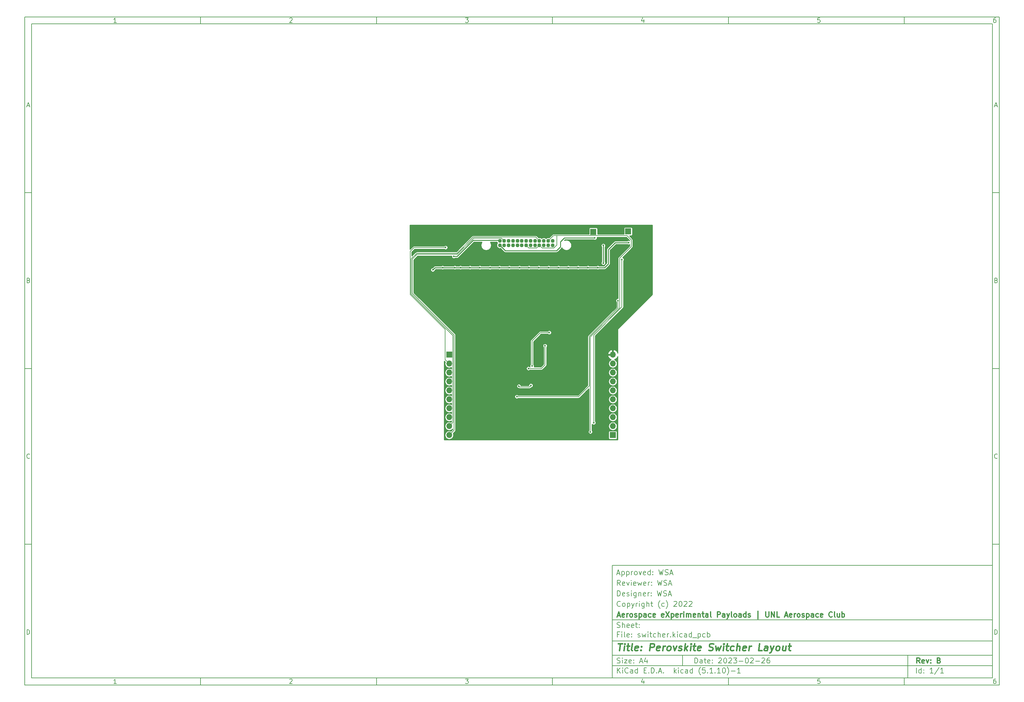
<source format=gbr>
%TF.GenerationSoftware,KiCad,Pcbnew,(5.1.10)-1*%
%TF.CreationDate,2023-02-26T14:00:58-06:00*%
%TF.ProjectId,switcher,73776974-6368-4657-922e-6b696361645f,B*%
%TF.SameCoordinates,Original*%
%TF.FileFunction,Copper,L2,Bot*%
%TF.FilePolarity,Positive*%
%FSLAX46Y46*%
G04 Gerber Fmt 4.6, Leading zero omitted, Abs format (unit mm)*
G04 Created by KiCad (PCBNEW (5.1.10)-1) date 2023-02-26 14:00:58*
%MOMM*%
%LPD*%
G01*
G04 APERTURE LIST*
%ADD10C,0.100000*%
%ADD11C,0.150000*%
%ADD12C,0.300000*%
%ADD13C,0.400000*%
%TA.AperFunction,ComponentPad*%
%ADD14C,1.100000*%
%TD*%
%TA.AperFunction,ComponentPad*%
%ADD15R,1.700000X1.700000*%
%TD*%
%TA.AperFunction,ComponentPad*%
%ADD16O,1.700000X1.700000*%
%TD*%
%TA.AperFunction,ViaPad*%
%ADD17C,0.508000*%
%TD*%
%TA.AperFunction,Conductor*%
%ADD18C,0.152400*%
%TD*%
%TA.AperFunction,Conductor*%
%ADD19C,0.254000*%
%TD*%
%TA.AperFunction,Conductor*%
%ADD20C,0.100000*%
%TD*%
G04 APERTURE END LIST*
D10*
D11*
X177002200Y-166007200D02*
X177002200Y-198007200D01*
X285002200Y-198007200D01*
X285002200Y-166007200D01*
X177002200Y-166007200D01*
D10*
D11*
X10000000Y-10000000D02*
X10000000Y-200007200D01*
X287002200Y-200007200D01*
X287002200Y-10000000D01*
X10000000Y-10000000D01*
D10*
D11*
X12000000Y-12000000D02*
X12000000Y-198007200D01*
X285002200Y-198007200D01*
X285002200Y-12000000D01*
X12000000Y-12000000D01*
D10*
D11*
X60000000Y-12000000D02*
X60000000Y-10000000D01*
D10*
D11*
X110000000Y-12000000D02*
X110000000Y-10000000D01*
D10*
D11*
X160000000Y-12000000D02*
X160000000Y-10000000D01*
D10*
D11*
X210000000Y-12000000D02*
X210000000Y-10000000D01*
D10*
D11*
X260000000Y-12000000D02*
X260000000Y-10000000D01*
D10*
D11*
X36065476Y-11588095D02*
X35322619Y-11588095D01*
X35694047Y-11588095D02*
X35694047Y-10288095D01*
X35570238Y-10473809D01*
X35446428Y-10597619D01*
X35322619Y-10659523D01*
D10*
D11*
X85322619Y-10411904D02*
X85384523Y-10350000D01*
X85508333Y-10288095D01*
X85817857Y-10288095D01*
X85941666Y-10350000D01*
X86003571Y-10411904D01*
X86065476Y-10535714D01*
X86065476Y-10659523D01*
X86003571Y-10845238D01*
X85260714Y-11588095D01*
X86065476Y-11588095D01*
D10*
D11*
X135260714Y-10288095D02*
X136065476Y-10288095D01*
X135632142Y-10783333D01*
X135817857Y-10783333D01*
X135941666Y-10845238D01*
X136003571Y-10907142D01*
X136065476Y-11030952D01*
X136065476Y-11340476D01*
X136003571Y-11464285D01*
X135941666Y-11526190D01*
X135817857Y-11588095D01*
X135446428Y-11588095D01*
X135322619Y-11526190D01*
X135260714Y-11464285D01*
D10*
D11*
X185941666Y-10721428D02*
X185941666Y-11588095D01*
X185632142Y-10226190D02*
X185322619Y-11154761D01*
X186127380Y-11154761D01*
D10*
D11*
X236003571Y-10288095D02*
X235384523Y-10288095D01*
X235322619Y-10907142D01*
X235384523Y-10845238D01*
X235508333Y-10783333D01*
X235817857Y-10783333D01*
X235941666Y-10845238D01*
X236003571Y-10907142D01*
X236065476Y-11030952D01*
X236065476Y-11340476D01*
X236003571Y-11464285D01*
X235941666Y-11526190D01*
X235817857Y-11588095D01*
X235508333Y-11588095D01*
X235384523Y-11526190D01*
X235322619Y-11464285D01*
D10*
D11*
X285941666Y-10288095D02*
X285694047Y-10288095D01*
X285570238Y-10350000D01*
X285508333Y-10411904D01*
X285384523Y-10597619D01*
X285322619Y-10845238D01*
X285322619Y-11340476D01*
X285384523Y-11464285D01*
X285446428Y-11526190D01*
X285570238Y-11588095D01*
X285817857Y-11588095D01*
X285941666Y-11526190D01*
X286003571Y-11464285D01*
X286065476Y-11340476D01*
X286065476Y-11030952D01*
X286003571Y-10907142D01*
X285941666Y-10845238D01*
X285817857Y-10783333D01*
X285570238Y-10783333D01*
X285446428Y-10845238D01*
X285384523Y-10907142D01*
X285322619Y-11030952D01*
D10*
D11*
X60000000Y-198007200D02*
X60000000Y-200007200D01*
D10*
D11*
X110000000Y-198007200D02*
X110000000Y-200007200D01*
D10*
D11*
X160000000Y-198007200D02*
X160000000Y-200007200D01*
D10*
D11*
X210000000Y-198007200D02*
X210000000Y-200007200D01*
D10*
D11*
X260000000Y-198007200D02*
X260000000Y-200007200D01*
D10*
D11*
X36065476Y-199595295D02*
X35322619Y-199595295D01*
X35694047Y-199595295D02*
X35694047Y-198295295D01*
X35570238Y-198481009D01*
X35446428Y-198604819D01*
X35322619Y-198666723D01*
D10*
D11*
X85322619Y-198419104D02*
X85384523Y-198357200D01*
X85508333Y-198295295D01*
X85817857Y-198295295D01*
X85941666Y-198357200D01*
X86003571Y-198419104D01*
X86065476Y-198542914D01*
X86065476Y-198666723D01*
X86003571Y-198852438D01*
X85260714Y-199595295D01*
X86065476Y-199595295D01*
D10*
D11*
X135260714Y-198295295D02*
X136065476Y-198295295D01*
X135632142Y-198790533D01*
X135817857Y-198790533D01*
X135941666Y-198852438D01*
X136003571Y-198914342D01*
X136065476Y-199038152D01*
X136065476Y-199347676D01*
X136003571Y-199471485D01*
X135941666Y-199533390D01*
X135817857Y-199595295D01*
X135446428Y-199595295D01*
X135322619Y-199533390D01*
X135260714Y-199471485D01*
D10*
D11*
X185941666Y-198728628D02*
X185941666Y-199595295D01*
X185632142Y-198233390D02*
X185322619Y-199161961D01*
X186127380Y-199161961D01*
D10*
D11*
X236003571Y-198295295D02*
X235384523Y-198295295D01*
X235322619Y-198914342D01*
X235384523Y-198852438D01*
X235508333Y-198790533D01*
X235817857Y-198790533D01*
X235941666Y-198852438D01*
X236003571Y-198914342D01*
X236065476Y-199038152D01*
X236065476Y-199347676D01*
X236003571Y-199471485D01*
X235941666Y-199533390D01*
X235817857Y-199595295D01*
X235508333Y-199595295D01*
X235384523Y-199533390D01*
X235322619Y-199471485D01*
D10*
D11*
X285941666Y-198295295D02*
X285694047Y-198295295D01*
X285570238Y-198357200D01*
X285508333Y-198419104D01*
X285384523Y-198604819D01*
X285322619Y-198852438D01*
X285322619Y-199347676D01*
X285384523Y-199471485D01*
X285446428Y-199533390D01*
X285570238Y-199595295D01*
X285817857Y-199595295D01*
X285941666Y-199533390D01*
X286003571Y-199471485D01*
X286065476Y-199347676D01*
X286065476Y-199038152D01*
X286003571Y-198914342D01*
X285941666Y-198852438D01*
X285817857Y-198790533D01*
X285570238Y-198790533D01*
X285446428Y-198852438D01*
X285384523Y-198914342D01*
X285322619Y-199038152D01*
D10*
D11*
X10000000Y-60000000D02*
X12000000Y-60000000D01*
D10*
D11*
X10000000Y-110000000D02*
X12000000Y-110000000D01*
D10*
D11*
X10000000Y-160000000D02*
X12000000Y-160000000D01*
D10*
D11*
X10690476Y-35216666D02*
X11309523Y-35216666D01*
X10566666Y-35588095D02*
X11000000Y-34288095D01*
X11433333Y-35588095D01*
D10*
D11*
X11092857Y-84907142D02*
X11278571Y-84969047D01*
X11340476Y-85030952D01*
X11402380Y-85154761D01*
X11402380Y-85340476D01*
X11340476Y-85464285D01*
X11278571Y-85526190D01*
X11154761Y-85588095D01*
X10659523Y-85588095D01*
X10659523Y-84288095D01*
X11092857Y-84288095D01*
X11216666Y-84350000D01*
X11278571Y-84411904D01*
X11340476Y-84535714D01*
X11340476Y-84659523D01*
X11278571Y-84783333D01*
X11216666Y-84845238D01*
X11092857Y-84907142D01*
X10659523Y-84907142D01*
D10*
D11*
X11402380Y-135464285D02*
X11340476Y-135526190D01*
X11154761Y-135588095D01*
X11030952Y-135588095D01*
X10845238Y-135526190D01*
X10721428Y-135402380D01*
X10659523Y-135278571D01*
X10597619Y-135030952D01*
X10597619Y-134845238D01*
X10659523Y-134597619D01*
X10721428Y-134473809D01*
X10845238Y-134350000D01*
X11030952Y-134288095D01*
X11154761Y-134288095D01*
X11340476Y-134350000D01*
X11402380Y-134411904D01*
D10*
D11*
X10659523Y-185588095D02*
X10659523Y-184288095D01*
X10969047Y-184288095D01*
X11154761Y-184350000D01*
X11278571Y-184473809D01*
X11340476Y-184597619D01*
X11402380Y-184845238D01*
X11402380Y-185030952D01*
X11340476Y-185278571D01*
X11278571Y-185402380D01*
X11154761Y-185526190D01*
X10969047Y-185588095D01*
X10659523Y-185588095D01*
D10*
D11*
X287002200Y-60000000D02*
X285002200Y-60000000D01*
D10*
D11*
X287002200Y-110000000D02*
X285002200Y-110000000D01*
D10*
D11*
X287002200Y-160000000D02*
X285002200Y-160000000D01*
D10*
D11*
X285692676Y-35216666D02*
X286311723Y-35216666D01*
X285568866Y-35588095D02*
X286002200Y-34288095D01*
X286435533Y-35588095D01*
D10*
D11*
X286095057Y-84907142D02*
X286280771Y-84969047D01*
X286342676Y-85030952D01*
X286404580Y-85154761D01*
X286404580Y-85340476D01*
X286342676Y-85464285D01*
X286280771Y-85526190D01*
X286156961Y-85588095D01*
X285661723Y-85588095D01*
X285661723Y-84288095D01*
X286095057Y-84288095D01*
X286218866Y-84350000D01*
X286280771Y-84411904D01*
X286342676Y-84535714D01*
X286342676Y-84659523D01*
X286280771Y-84783333D01*
X286218866Y-84845238D01*
X286095057Y-84907142D01*
X285661723Y-84907142D01*
D10*
D11*
X286404580Y-135464285D02*
X286342676Y-135526190D01*
X286156961Y-135588095D01*
X286033152Y-135588095D01*
X285847438Y-135526190D01*
X285723628Y-135402380D01*
X285661723Y-135278571D01*
X285599819Y-135030952D01*
X285599819Y-134845238D01*
X285661723Y-134597619D01*
X285723628Y-134473809D01*
X285847438Y-134350000D01*
X286033152Y-134288095D01*
X286156961Y-134288095D01*
X286342676Y-134350000D01*
X286404580Y-134411904D01*
D10*
D11*
X285661723Y-185588095D02*
X285661723Y-184288095D01*
X285971247Y-184288095D01*
X286156961Y-184350000D01*
X286280771Y-184473809D01*
X286342676Y-184597619D01*
X286404580Y-184845238D01*
X286404580Y-185030952D01*
X286342676Y-185278571D01*
X286280771Y-185402380D01*
X286156961Y-185526190D01*
X285971247Y-185588095D01*
X285661723Y-185588095D01*
D10*
D11*
X200434342Y-193785771D02*
X200434342Y-192285771D01*
X200791485Y-192285771D01*
X201005771Y-192357200D01*
X201148628Y-192500057D01*
X201220057Y-192642914D01*
X201291485Y-192928628D01*
X201291485Y-193142914D01*
X201220057Y-193428628D01*
X201148628Y-193571485D01*
X201005771Y-193714342D01*
X200791485Y-193785771D01*
X200434342Y-193785771D01*
X202577200Y-193785771D02*
X202577200Y-193000057D01*
X202505771Y-192857200D01*
X202362914Y-192785771D01*
X202077200Y-192785771D01*
X201934342Y-192857200D01*
X202577200Y-193714342D02*
X202434342Y-193785771D01*
X202077200Y-193785771D01*
X201934342Y-193714342D01*
X201862914Y-193571485D01*
X201862914Y-193428628D01*
X201934342Y-193285771D01*
X202077200Y-193214342D01*
X202434342Y-193214342D01*
X202577200Y-193142914D01*
X203077200Y-192785771D02*
X203648628Y-192785771D01*
X203291485Y-192285771D02*
X203291485Y-193571485D01*
X203362914Y-193714342D01*
X203505771Y-193785771D01*
X203648628Y-193785771D01*
X204720057Y-193714342D02*
X204577200Y-193785771D01*
X204291485Y-193785771D01*
X204148628Y-193714342D01*
X204077200Y-193571485D01*
X204077200Y-193000057D01*
X204148628Y-192857200D01*
X204291485Y-192785771D01*
X204577200Y-192785771D01*
X204720057Y-192857200D01*
X204791485Y-193000057D01*
X204791485Y-193142914D01*
X204077200Y-193285771D01*
X205434342Y-193642914D02*
X205505771Y-193714342D01*
X205434342Y-193785771D01*
X205362914Y-193714342D01*
X205434342Y-193642914D01*
X205434342Y-193785771D01*
X205434342Y-192857200D02*
X205505771Y-192928628D01*
X205434342Y-193000057D01*
X205362914Y-192928628D01*
X205434342Y-192857200D01*
X205434342Y-193000057D01*
X207220057Y-192428628D02*
X207291485Y-192357200D01*
X207434342Y-192285771D01*
X207791485Y-192285771D01*
X207934342Y-192357200D01*
X208005771Y-192428628D01*
X208077200Y-192571485D01*
X208077200Y-192714342D01*
X208005771Y-192928628D01*
X207148628Y-193785771D01*
X208077200Y-193785771D01*
X209005771Y-192285771D02*
X209148628Y-192285771D01*
X209291485Y-192357200D01*
X209362914Y-192428628D01*
X209434342Y-192571485D01*
X209505771Y-192857200D01*
X209505771Y-193214342D01*
X209434342Y-193500057D01*
X209362914Y-193642914D01*
X209291485Y-193714342D01*
X209148628Y-193785771D01*
X209005771Y-193785771D01*
X208862914Y-193714342D01*
X208791485Y-193642914D01*
X208720057Y-193500057D01*
X208648628Y-193214342D01*
X208648628Y-192857200D01*
X208720057Y-192571485D01*
X208791485Y-192428628D01*
X208862914Y-192357200D01*
X209005771Y-192285771D01*
X210077200Y-192428628D02*
X210148628Y-192357200D01*
X210291485Y-192285771D01*
X210648628Y-192285771D01*
X210791485Y-192357200D01*
X210862914Y-192428628D01*
X210934342Y-192571485D01*
X210934342Y-192714342D01*
X210862914Y-192928628D01*
X210005771Y-193785771D01*
X210934342Y-193785771D01*
X211434342Y-192285771D02*
X212362914Y-192285771D01*
X211862914Y-192857200D01*
X212077200Y-192857200D01*
X212220057Y-192928628D01*
X212291485Y-193000057D01*
X212362914Y-193142914D01*
X212362914Y-193500057D01*
X212291485Y-193642914D01*
X212220057Y-193714342D01*
X212077200Y-193785771D01*
X211648628Y-193785771D01*
X211505771Y-193714342D01*
X211434342Y-193642914D01*
X213005771Y-193214342D02*
X214148628Y-193214342D01*
X215148628Y-192285771D02*
X215291485Y-192285771D01*
X215434342Y-192357200D01*
X215505771Y-192428628D01*
X215577200Y-192571485D01*
X215648628Y-192857200D01*
X215648628Y-193214342D01*
X215577200Y-193500057D01*
X215505771Y-193642914D01*
X215434342Y-193714342D01*
X215291485Y-193785771D01*
X215148628Y-193785771D01*
X215005771Y-193714342D01*
X214934342Y-193642914D01*
X214862914Y-193500057D01*
X214791485Y-193214342D01*
X214791485Y-192857200D01*
X214862914Y-192571485D01*
X214934342Y-192428628D01*
X215005771Y-192357200D01*
X215148628Y-192285771D01*
X216220057Y-192428628D02*
X216291485Y-192357200D01*
X216434342Y-192285771D01*
X216791485Y-192285771D01*
X216934342Y-192357200D01*
X217005771Y-192428628D01*
X217077200Y-192571485D01*
X217077200Y-192714342D01*
X217005771Y-192928628D01*
X216148628Y-193785771D01*
X217077200Y-193785771D01*
X217720057Y-193214342D02*
X218862914Y-193214342D01*
X219505771Y-192428628D02*
X219577200Y-192357200D01*
X219720057Y-192285771D01*
X220077200Y-192285771D01*
X220220057Y-192357200D01*
X220291485Y-192428628D01*
X220362914Y-192571485D01*
X220362914Y-192714342D01*
X220291485Y-192928628D01*
X219434342Y-193785771D01*
X220362914Y-193785771D01*
X221648628Y-192285771D02*
X221362914Y-192285771D01*
X221220057Y-192357200D01*
X221148628Y-192428628D01*
X221005771Y-192642914D01*
X220934342Y-192928628D01*
X220934342Y-193500057D01*
X221005771Y-193642914D01*
X221077200Y-193714342D01*
X221220057Y-193785771D01*
X221505771Y-193785771D01*
X221648628Y-193714342D01*
X221720057Y-193642914D01*
X221791485Y-193500057D01*
X221791485Y-193142914D01*
X221720057Y-193000057D01*
X221648628Y-192928628D01*
X221505771Y-192857200D01*
X221220057Y-192857200D01*
X221077200Y-192928628D01*
X221005771Y-193000057D01*
X220934342Y-193142914D01*
D10*
D11*
X177002200Y-194507200D02*
X285002200Y-194507200D01*
D10*
D11*
X178434342Y-196585771D02*
X178434342Y-195085771D01*
X179291485Y-196585771D02*
X178648628Y-195728628D01*
X179291485Y-195085771D02*
X178434342Y-195942914D01*
X179934342Y-196585771D02*
X179934342Y-195585771D01*
X179934342Y-195085771D02*
X179862914Y-195157200D01*
X179934342Y-195228628D01*
X180005771Y-195157200D01*
X179934342Y-195085771D01*
X179934342Y-195228628D01*
X181505771Y-196442914D02*
X181434342Y-196514342D01*
X181220057Y-196585771D01*
X181077200Y-196585771D01*
X180862914Y-196514342D01*
X180720057Y-196371485D01*
X180648628Y-196228628D01*
X180577200Y-195942914D01*
X180577200Y-195728628D01*
X180648628Y-195442914D01*
X180720057Y-195300057D01*
X180862914Y-195157200D01*
X181077200Y-195085771D01*
X181220057Y-195085771D01*
X181434342Y-195157200D01*
X181505771Y-195228628D01*
X182791485Y-196585771D02*
X182791485Y-195800057D01*
X182720057Y-195657200D01*
X182577200Y-195585771D01*
X182291485Y-195585771D01*
X182148628Y-195657200D01*
X182791485Y-196514342D02*
X182648628Y-196585771D01*
X182291485Y-196585771D01*
X182148628Y-196514342D01*
X182077200Y-196371485D01*
X182077200Y-196228628D01*
X182148628Y-196085771D01*
X182291485Y-196014342D01*
X182648628Y-196014342D01*
X182791485Y-195942914D01*
X184148628Y-196585771D02*
X184148628Y-195085771D01*
X184148628Y-196514342D02*
X184005771Y-196585771D01*
X183720057Y-196585771D01*
X183577200Y-196514342D01*
X183505771Y-196442914D01*
X183434342Y-196300057D01*
X183434342Y-195871485D01*
X183505771Y-195728628D01*
X183577200Y-195657200D01*
X183720057Y-195585771D01*
X184005771Y-195585771D01*
X184148628Y-195657200D01*
X186005771Y-195800057D02*
X186505771Y-195800057D01*
X186720057Y-196585771D02*
X186005771Y-196585771D01*
X186005771Y-195085771D01*
X186720057Y-195085771D01*
X187362914Y-196442914D02*
X187434342Y-196514342D01*
X187362914Y-196585771D01*
X187291485Y-196514342D01*
X187362914Y-196442914D01*
X187362914Y-196585771D01*
X188077200Y-196585771D02*
X188077200Y-195085771D01*
X188434342Y-195085771D01*
X188648628Y-195157200D01*
X188791485Y-195300057D01*
X188862914Y-195442914D01*
X188934342Y-195728628D01*
X188934342Y-195942914D01*
X188862914Y-196228628D01*
X188791485Y-196371485D01*
X188648628Y-196514342D01*
X188434342Y-196585771D01*
X188077200Y-196585771D01*
X189577200Y-196442914D02*
X189648628Y-196514342D01*
X189577200Y-196585771D01*
X189505771Y-196514342D01*
X189577200Y-196442914D01*
X189577200Y-196585771D01*
X190220057Y-196157200D02*
X190934342Y-196157200D01*
X190077200Y-196585771D02*
X190577200Y-195085771D01*
X191077200Y-196585771D01*
X191577200Y-196442914D02*
X191648628Y-196514342D01*
X191577200Y-196585771D01*
X191505771Y-196514342D01*
X191577200Y-196442914D01*
X191577200Y-196585771D01*
X194577200Y-196585771D02*
X194577200Y-195085771D01*
X194720057Y-196014342D02*
X195148628Y-196585771D01*
X195148628Y-195585771D02*
X194577200Y-196157200D01*
X195791485Y-196585771D02*
X195791485Y-195585771D01*
X195791485Y-195085771D02*
X195720057Y-195157200D01*
X195791485Y-195228628D01*
X195862914Y-195157200D01*
X195791485Y-195085771D01*
X195791485Y-195228628D01*
X197148628Y-196514342D02*
X197005771Y-196585771D01*
X196720057Y-196585771D01*
X196577200Y-196514342D01*
X196505771Y-196442914D01*
X196434342Y-196300057D01*
X196434342Y-195871485D01*
X196505771Y-195728628D01*
X196577200Y-195657200D01*
X196720057Y-195585771D01*
X197005771Y-195585771D01*
X197148628Y-195657200D01*
X198434342Y-196585771D02*
X198434342Y-195800057D01*
X198362914Y-195657200D01*
X198220057Y-195585771D01*
X197934342Y-195585771D01*
X197791485Y-195657200D01*
X198434342Y-196514342D02*
X198291485Y-196585771D01*
X197934342Y-196585771D01*
X197791485Y-196514342D01*
X197720057Y-196371485D01*
X197720057Y-196228628D01*
X197791485Y-196085771D01*
X197934342Y-196014342D01*
X198291485Y-196014342D01*
X198434342Y-195942914D01*
X199791485Y-196585771D02*
X199791485Y-195085771D01*
X199791485Y-196514342D02*
X199648628Y-196585771D01*
X199362914Y-196585771D01*
X199220057Y-196514342D01*
X199148628Y-196442914D01*
X199077200Y-196300057D01*
X199077200Y-195871485D01*
X199148628Y-195728628D01*
X199220057Y-195657200D01*
X199362914Y-195585771D01*
X199648628Y-195585771D01*
X199791485Y-195657200D01*
X202077200Y-197157200D02*
X202005771Y-197085771D01*
X201862914Y-196871485D01*
X201791485Y-196728628D01*
X201720057Y-196514342D01*
X201648628Y-196157200D01*
X201648628Y-195871485D01*
X201720057Y-195514342D01*
X201791485Y-195300057D01*
X201862914Y-195157200D01*
X202005771Y-194942914D01*
X202077200Y-194871485D01*
X203362914Y-195085771D02*
X202648628Y-195085771D01*
X202577200Y-195800057D01*
X202648628Y-195728628D01*
X202791485Y-195657200D01*
X203148628Y-195657200D01*
X203291485Y-195728628D01*
X203362914Y-195800057D01*
X203434342Y-195942914D01*
X203434342Y-196300057D01*
X203362914Y-196442914D01*
X203291485Y-196514342D01*
X203148628Y-196585771D01*
X202791485Y-196585771D01*
X202648628Y-196514342D01*
X202577200Y-196442914D01*
X204077200Y-196442914D02*
X204148628Y-196514342D01*
X204077200Y-196585771D01*
X204005771Y-196514342D01*
X204077200Y-196442914D01*
X204077200Y-196585771D01*
X205577200Y-196585771D02*
X204720057Y-196585771D01*
X205148628Y-196585771D02*
X205148628Y-195085771D01*
X205005771Y-195300057D01*
X204862914Y-195442914D01*
X204720057Y-195514342D01*
X206220057Y-196442914D02*
X206291485Y-196514342D01*
X206220057Y-196585771D01*
X206148628Y-196514342D01*
X206220057Y-196442914D01*
X206220057Y-196585771D01*
X207720057Y-196585771D02*
X206862914Y-196585771D01*
X207291485Y-196585771D02*
X207291485Y-195085771D01*
X207148628Y-195300057D01*
X207005771Y-195442914D01*
X206862914Y-195514342D01*
X208648628Y-195085771D02*
X208791485Y-195085771D01*
X208934342Y-195157200D01*
X209005771Y-195228628D01*
X209077200Y-195371485D01*
X209148628Y-195657200D01*
X209148628Y-196014342D01*
X209077200Y-196300057D01*
X209005771Y-196442914D01*
X208934342Y-196514342D01*
X208791485Y-196585771D01*
X208648628Y-196585771D01*
X208505771Y-196514342D01*
X208434342Y-196442914D01*
X208362914Y-196300057D01*
X208291485Y-196014342D01*
X208291485Y-195657200D01*
X208362914Y-195371485D01*
X208434342Y-195228628D01*
X208505771Y-195157200D01*
X208648628Y-195085771D01*
X209648628Y-197157200D02*
X209720057Y-197085771D01*
X209862914Y-196871485D01*
X209934342Y-196728628D01*
X210005771Y-196514342D01*
X210077200Y-196157200D01*
X210077200Y-195871485D01*
X210005771Y-195514342D01*
X209934342Y-195300057D01*
X209862914Y-195157200D01*
X209720057Y-194942914D01*
X209648628Y-194871485D01*
X210791485Y-196014342D02*
X211934342Y-196014342D01*
X213434342Y-196585771D02*
X212577200Y-196585771D01*
X213005771Y-196585771D02*
X213005771Y-195085771D01*
X212862914Y-195300057D01*
X212720057Y-195442914D01*
X212577200Y-195514342D01*
D10*
D11*
X177002200Y-191507200D02*
X285002200Y-191507200D01*
D10*
D12*
X264411485Y-193785771D02*
X263911485Y-193071485D01*
X263554342Y-193785771D02*
X263554342Y-192285771D01*
X264125771Y-192285771D01*
X264268628Y-192357200D01*
X264340057Y-192428628D01*
X264411485Y-192571485D01*
X264411485Y-192785771D01*
X264340057Y-192928628D01*
X264268628Y-193000057D01*
X264125771Y-193071485D01*
X263554342Y-193071485D01*
X265625771Y-193714342D02*
X265482914Y-193785771D01*
X265197200Y-193785771D01*
X265054342Y-193714342D01*
X264982914Y-193571485D01*
X264982914Y-193000057D01*
X265054342Y-192857200D01*
X265197200Y-192785771D01*
X265482914Y-192785771D01*
X265625771Y-192857200D01*
X265697200Y-193000057D01*
X265697200Y-193142914D01*
X264982914Y-193285771D01*
X266197200Y-192785771D02*
X266554342Y-193785771D01*
X266911485Y-192785771D01*
X267482914Y-193642914D02*
X267554342Y-193714342D01*
X267482914Y-193785771D01*
X267411485Y-193714342D01*
X267482914Y-193642914D01*
X267482914Y-193785771D01*
X267482914Y-192857200D02*
X267554342Y-192928628D01*
X267482914Y-193000057D01*
X267411485Y-192928628D01*
X267482914Y-192857200D01*
X267482914Y-193000057D01*
X269840057Y-193000057D02*
X270054342Y-193071485D01*
X270125771Y-193142914D01*
X270197200Y-193285771D01*
X270197200Y-193500057D01*
X270125771Y-193642914D01*
X270054342Y-193714342D01*
X269911485Y-193785771D01*
X269340057Y-193785771D01*
X269340057Y-192285771D01*
X269840057Y-192285771D01*
X269982914Y-192357200D01*
X270054342Y-192428628D01*
X270125771Y-192571485D01*
X270125771Y-192714342D01*
X270054342Y-192857200D01*
X269982914Y-192928628D01*
X269840057Y-193000057D01*
X269340057Y-193000057D01*
D10*
D11*
X178362914Y-193714342D02*
X178577200Y-193785771D01*
X178934342Y-193785771D01*
X179077200Y-193714342D01*
X179148628Y-193642914D01*
X179220057Y-193500057D01*
X179220057Y-193357200D01*
X179148628Y-193214342D01*
X179077200Y-193142914D01*
X178934342Y-193071485D01*
X178648628Y-193000057D01*
X178505771Y-192928628D01*
X178434342Y-192857200D01*
X178362914Y-192714342D01*
X178362914Y-192571485D01*
X178434342Y-192428628D01*
X178505771Y-192357200D01*
X178648628Y-192285771D01*
X179005771Y-192285771D01*
X179220057Y-192357200D01*
X179862914Y-193785771D02*
X179862914Y-192785771D01*
X179862914Y-192285771D02*
X179791485Y-192357200D01*
X179862914Y-192428628D01*
X179934342Y-192357200D01*
X179862914Y-192285771D01*
X179862914Y-192428628D01*
X180434342Y-192785771D02*
X181220057Y-192785771D01*
X180434342Y-193785771D01*
X181220057Y-193785771D01*
X182362914Y-193714342D02*
X182220057Y-193785771D01*
X181934342Y-193785771D01*
X181791485Y-193714342D01*
X181720057Y-193571485D01*
X181720057Y-193000057D01*
X181791485Y-192857200D01*
X181934342Y-192785771D01*
X182220057Y-192785771D01*
X182362914Y-192857200D01*
X182434342Y-193000057D01*
X182434342Y-193142914D01*
X181720057Y-193285771D01*
X183077200Y-193642914D02*
X183148628Y-193714342D01*
X183077200Y-193785771D01*
X183005771Y-193714342D01*
X183077200Y-193642914D01*
X183077200Y-193785771D01*
X183077200Y-192857200D02*
X183148628Y-192928628D01*
X183077200Y-193000057D01*
X183005771Y-192928628D01*
X183077200Y-192857200D01*
X183077200Y-193000057D01*
X184862914Y-193357200D02*
X185577200Y-193357200D01*
X184720057Y-193785771D02*
X185220057Y-192285771D01*
X185720057Y-193785771D01*
X186862914Y-192785771D02*
X186862914Y-193785771D01*
X186505771Y-192214342D02*
X186148628Y-193285771D01*
X187077200Y-193285771D01*
D10*
D11*
X263434342Y-196585771D02*
X263434342Y-195085771D01*
X264791485Y-196585771D02*
X264791485Y-195085771D01*
X264791485Y-196514342D02*
X264648628Y-196585771D01*
X264362914Y-196585771D01*
X264220057Y-196514342D01*
X264148628Y-196442914D01*
X264077200Y-196300057D01*
X264077200Y-195871485D01*
X264148628Y-195728628D01*
X264220057Y-195657200D01*
X264362914Y-195585771D01*
X264648628Y-195585771D01*
X264791485Y-195657200D01*
X265505771Y-196442914D02*
X265577200Y-196514342D01*
X265505771Y-196585771D01*
X265434342Y-196514342D01*
X265505771Y-196442914D01*
X265505771Y-196585771D01*
X265505771Y-195657200D02*
X265577200Y-195728628D01*
X265505771Y-195800057D01*
X265434342Y-195728628D01*
X265505771Y-195657200D01*
X265505771Y-195800057D01*
X268148628Y-196585771D02*
X267291485Y-196585771D01*
X267720057Y-196585771D02*
X267720057Y-195085771D01*
X267577200Y-195300057D01*
X267434342Y-195442914D01*
X267291485Y-195514342D01*
X269862914Y-195014342D02*
X268577200Y-196942914D01*
X271148628Y-196585771D02*
X270291485Y-196585771D01*
X270720057Y-196585771D02*
X270720057Y-195085771D01*
X270577200Y-195300057D01*
X270434342Y-195442914D01*
X270291485Y-195514342D01*
D10*
D11*
X177002200Y-187507200D02*
X285002200Y-187507200D01*
D10*
D13*
X178714580Y-188211961D02*
X179857438Y-188211961D01*
X179036009Y-190211961D02*
X179286009Y-188211961D01*
X180274104Y-190211961D02*
X180440771Y-188878628D01*
X180524104Y-188211961D02*
X180416961Y-188307200D01*
X180500295Y-188402438D01*
X180607438Y-188307200D01*
X180524104Y-188211961D01*
X180500295Y-188402438D01*
X181107438Y-188878628D02*
X181869342Y-188878628D01*
X181476485Y-188211961D02*
X181262200Y-189926247D01*
X181333628Y-190116723D01*
X181512200Y-190211961D01*
X181702676Y-190211961D01*
X182655057Y-190211961D02*
X182476485Y-190116723D01*
X182405057Y-189926247D01*
X182619342Y-188211961D01*
X184190771Y-190116723D02*
X183988390Y-190211961D01*
X183607438Y-190211961D01*
X183428866Y-190116723D01*
X183357438Y-189926247D01*
X183452676Y-189164342D01*
X183571723Y-188973866D01*
X183774104Y-188878628D01*
X184155057Y-188878628D01*
X184333628Y-188973866D01*
X184405057Y-189164342D01*
X184381247Y-189354819D01*
X183405057Y-189545295D01*
X185155057Y-190021485D02*
X185238390Y-190116723D01*
X185131247Y-190211961D01*
X185047914Y-190116723D01*
X185155057Y-190021485D01*
X185131247Y-190211961D01*
X185286009Y-188973866D02*
X185369342Y-189069104D01*
X185262200Y-189164342D01*
X185178866Y-189069104D01*
X185286009Y-188973866D01*
X185262200Y-189164342D01*
X187607438Y-190211961D02*
X187857438Y-188211961D01*
X188619342Y-188211961D01*
X188797914Y-188307200D01*
X188881247Y-188402438D01*
X188952676Y-188592914D01*
X188916961Y-188878628D01*
X188797914Y-189069104D01*
X188690771Y-189164342D01*
X188488390Y-189259580D01*
X187726485Y-189259580D01*
X190381247Y-190116723D02*
X190178866Y-190211961D01*
X189797914Y-190211961D01*
X189619342Y-190116723D01*
X189547914Y-189926247D01*
X189643152Y-189164342D01*
X189762200Y-188973866D01*
X189964580Y-188878628D01*
X190345533Y-188878628D01*
X190524104Y-188973866D01*
X190595533Y-189164342D01*
X190571723Y-189354819D01*
X189595533Y-189545295D01*
X191321723Y-190211961D02*
X191488390Y-188878628D01*
X191440771Y-189259580D02*
X191559819Y-189069104D01*
X191666961Y-188973866D01*
X191869342Y-188878628D01*
X192059819Y-188878628D01*
X192845533Y-190211961D02*
X192666961Y-190116723D01*
X192583628Y-190021485D01*
X192512200Y-189831009D01*
X192583628Y-189259580D01*
X192702676Y-189069104D01*
X192809819Y-188973866D01*
X193012200Y-188878628D01*
X193297914Y-188878628D01*
X193476485Y-188973866D01*
X193559819Y-189069104D01*
X193631247Y-189259580D01*
X193559819Y-189831009D01*
X193440771Y-190021485D01*
X193333628Y-190116723D01*
X193131247Y-190211961D01*
X192845533Y-190211961D01*
X194345533Y-188878628D02*
X194655057Y-190211961D01*
X195297914Y-188878628D01*
X195809819Y-190116723D02*
X195988390Y-190211961D01*
X196369342Y-190211961D01*
X196571723Y-190116723D01*
X196690771Y-189926247D01*
X196702676Y-189831009D01*
X196631247Y-189640533D01*
X196452676Y-189545295D01*
X196166961Y-189545295D01*
X195988390Y-189450057D01*
X195916961Y-189259580D01*
X195928866Y-189164342D01*
X196047914Y-188973866D01*
X196250295Y-188878628D01*
X196536009Y-188878628D01*
X196714580Y-188973866D01*
X197512200Y-190211961D02*
X197762200Y-188211961D01*
X197797914Y-189450057D02*
X198274104Y-190211961D01*
X198440771Y-188878628D02*
X197583628Y-189640533D01*
X199131247Y-190211961D02*
X199297914Y-188878628D01*
X199381247Y-188211961D02*
X199274104Y-188307200D01*
X199357438Y-188402438D01*
X199464580Y-188307200D01*
X199381247Y-188211961D01*
X199357438Y-188402438D01*
X199964580Y-188878628D02*
X200726485Y-188878628D01*
X200333628Y-188211961D02*
X200119342Y-189926247D01*
X200190771Y-190116723D01*
X200369342Y-190211961D01*
X200559819Y-190211961D01*
X202000295Y-190116723D02*
X201797914Y-190211961D01*
X201416961Y-190211961D01*
X201238390Y-190116723D01*
X201166961Y-189926247D01*
X201262200Y-189164342D01*
X201381247Y-188973866D01*
X201583628Y-188878628D01*
X201964580Y-188878628D01*
X202143152Y-188973866D01*
X202214580Y-189164342D01*
X202190771Y-189354819D01*
X201214580Y-189545295D01*
X204381247Y-190116723D02*
X204655057Y-190211961D01*
X205131247Y-190211961D01*
X205333628Y-190116723D01*
X205440771Y-190021485D01*
X205559819Y-189831009D01*
X205583628Y-189640533D01*
X205512200Y-189450057D01*
X205428866Y-189354819D01*
X205250295Y-189259580D01*
X204881247Y-189164342D01*
X204702676Y-189069104D01*
X204619342Y-188973866D01*
X204547914Y-188783390D01*
X204571723Y-188592914D01*
X204690771Y-188402438D01*
X204797914Y-188307200D01*
X205000295Y-188211961D01*
X205476485Y-188211961D01*
X205750295Y-188307200D01*
X206345533Y-188878628D02*
X206559819Y-190211961D01*
X207059819Y-189259580D01*
X207321723Y-190211961D01*
X207869342Y-188878628D01*
X208464580Y-190211961D02*
X208631247Y-188878628D01*
X208714580Y-188211961D02*
X208607438Y-188307200D01*
X208690771Y-188402438D01*
X208797914Y-188307200D01*
X208714580Y-188211961D01*
X208690771Y-188402438D01*
X209297914Y-188878628D02*
X210059819Y-188878628D01*
X209666961Y-188211961D02*
X209452676Y-189926247D01*
X209524104Y-190116723D01*
X209702676Y-190211961D01*
X209893152Y-190211961D01*
X211428866Y-190116723D02*
X211226485Y-190211961D01*
X210845533Y-190211961D01*
X210666961Y-190116723D01*
X210583628Y-190021485D01*
X210512200Y-189831009D01*
X210583628Y-189259580D01*
X210702676Y-189069104D01*
X210809819Y-188973866D01*
X211012200Y-188878628D01*
X211393152Y-188878628D01*
X211571723Y-188973866D01*
X212274104Y-190211961D02*
X212524104Y-188211961D01*
X213131247Y-190211961D02*
X213262200Y-189164342D01*
X213190771Y-188973866D01*
X213012200Y-188878628D01*
X212726485Y-188878628D01*
X212524104Y-188973866D01*
X212416961Y-189069104D01*
X214857438Y-190116723D02*
X214655057Y-190211961D01*
X214274104Y-190211961D01*
X214095533Y-190116723D01*
X214024104Y-189926247D01*
X214119342Y-189164342D01*
X214238390Y-188973866D01*
X214440771Y-188878628D01*
X214821723Y-188878628D01*
X215000295Y-188973866D01*
X215071723Y-189164342D01*
X215047914Y-189354819D01*
X214071723Y-189545295D01*
X215797914Y-190211961D02*
X215964580Y-188878628D01*
X215916961Y-189259580D02*
X216036009Y-189069104D01*
X216143152Y-188973866D01*
X216345533Y-188878628D01*
X216536009Y-188878628D01*
X219512200Y-190211961D02*
X218559819Y-190211961D01*
X218809819Y-188211961D01*
X221036009Y-190211961D02*
X221166961Y-189164342D01*
X221095533Y-188973866D01*
X220916961Y-188878628D01*
X220536009Y-188878628D01*
X220333628Y-188973866D01*
X221047914Y-190116723D02*
X220845533Y-190211961D01*
X220369342Y-190211961D01*
X220190771Y-190116723D01*
X220119342Y-189926247D01*
X220143152Y-189735771D01*
X220262200Y-189545295D01*
X220464580Y-189450057D01*
X220940771Y-189450057D01*
X221143152Y-189354819D01*
X221964580Y-188878628D02*
X222274104Y-190211961D01*
X222916961Y-188878628D02*
X222274104Y-190211961D01*
X222024104Y-190688152D01*
X221916961Y-190783390D01*
X221714580Y-190878628D01*
X223797914Y-190211961D02*
X223619342Y-190116723D01*
X223536009Y-190021485D01*
X223464580Y-189831009D01*
X223536009Y-189259580D01*
X223655057Y-189069104D01*
X223762200Y-188973866D01*
X223964580Y-188878628D01*
X224250295Y-188878628D01*
X224428866Y-188973866D01*
X224512200Y-189069104D01*
X224583628Y-189259580D01*
X224512199Y-189831009D01*
X224393152Y-190021485D01*
X224286009Y-190116723D01*
X224083628Y-190211961D01*
X223797914Y-190211961D01*
X226345533Y-188878628D02*
X226178866Y-190211961D01*
X225488390Y-188878628D02*
X225357438Y-189926247D01*
X225428866Y-190116723D01*
X225607438Y-190211961D01*
X225893152Y-190211961D01*
X226095533Y-190116723D01*
X226202676Y-190021485D01*
X227012199Y-188878628D02*
X227774104Y-188878628D01*
X227381247Y-188211961D02*
X227166961Y-189926247D01*
X227238390Y-190116723D01*
X227416961Y-190211961D01*
X227607438Y-190211961D01*
D10*
D11*
X178934342Y-185600057D02*
X178434342Y-185600057D01*
X178434342Y-186385771D02*
X178434342Y-184885771D01*
X179148628Y-184885771D01*
X179720057Y-186385771D02*
X179720057Y-185385771D01*
X179720057Y-184885771D02*
X179648628Y-184957200D01*
X179720057Y-185028628D01*
X179791485Y-184957200D01*
X179720057Y-184885771D01*
X179720057Y-185028628D01*
X180648628Y-186385771D02*
X180505771Y-186314342D01*
X180434342Y-186171485D01*
X180434342Y-184885771D01*
X181791485Y-186314342D02*
X181648628Y-186385771D01*
X181362914Y-186385771D01*
X181220057Y-186314342D01*
X181148628Y-186171485D01*
X181148628Y-185600057D01*
X181220057Y-185457200D01*
X181362914Y-185385771D01*
X181648628Y-185385771D01*
X181791485Y-185457200D01*
X181862914Y-185600057D01*
X181862914Y-185742914D01*
X181148628Y-185885771D01*
X182505771Y-186242914D02*
X182577200Y-186314342D01*
X182505771Y-186385771D01*
X182434342Y-186314342D01*
X182505771Y-186242914D01*
X182505771Y-186385771D01*
X182505771Y-185457200D02*
X182577200Y-185528628D01*
X182505771Y-185600057D01*
X182434342Y-185528628D01*
X182505771Y-185457200D01*
X182505771Y-185600057D01*
X184291485Y-186314342D02*
X184434342Y-186385771D01*
X184720057Y-186385771D01*
X184862914Y-186314342D01*
X184934342Y-186171485D01*
X184934342Y-186100057D01*
X184862914Y-185957200D01*
X184720057Y-185885771D01*
X184505771Y-185885771D01*
X184362914Y-185814342D01*
X184291485Y-185671485D01*
X184291485Y-185600057D01*
X184362914Y-185457200D01*
X184505771Y-185385771D01*
X184720057Y-185385771D01*
X184862914Y-185457200D01*
X185434342Y-185385771D02*
X185720057Y-186385771D01*
X186005771Y-185671485D01*
X186291485Y-186385771D01*
X186577200Y-185385771D01*
X187148628Y-186385771D02*
X187148628Y-185385771D01*
X187148628Y-184885771D02*
X187077200Y-184957200D01*
X187148628Y-185028628D01*
X187220057Y-184957200D01*
X187148628Y-184885771D01*
X187148628Y-185028628D01*
X187648628Y-185385771D02*
X188220057Y-185385771D01*
X187862914Y-184885771D02*
X187862914Y-186171485D01*
X187934342Y-186314342D01*
X188077200Y-186385771D01*
X188220057Y-186385771D01*
X189362914Y-186314342D02*
X189220057Y-186385771D01*
X188934342Y-186385771D01*
X188791485Y-186314342D01*
X188720057Y-186242914D01*
X188648628Y-186100057D01*
X188648628Y-185671485D01*
X188720057Y-185528628D01*
X188791485Y-185457200D01*
X188934342Y-185385771D01*
X189220057Y-185385771D01*
X189362914Y-185457200D01*
X190005771Y-186385771D02*
X190005771Y-184885771D01*
X190648628Y-186385771D02*
X190648628Y-185600057D01*
X190577200Y-185457200D01*
X190434342Y-185385771D01*
X190220057Y-185385771D01*
X190077200Y-185457200D01*
X190005771Y-185528628D01*
X191934342Y-186314342D02*
X191791485Y-186385771D01*
X191505771Y-186385771D01*
X191362914Y-186314342D01*
X191291485Y-186171485D01*
X191291485Y-185600057D01*
X191362914Y-185457200D01*
X191505771Y-185385771D01*
X191791485Y-185385771D01*
X191934342Y-185457200D01*
X192005771Y-185600057D01*
X192005771Y-185742914D01*
X191291485Y-185885771D01*
X192648628Y-186385771D02*
X192648628Y-185385771D01*
X192648628Y-185671485D02*
X192720057Y-185528628D01*
X192791485Y-185457200D01*
X192934342Y-185385771D01*
X193077200Y-185385771D01*
X193577200Y-186242914D02*
X193648628Y-186314342D01*
X193577200Y-186385771D01*
X193505771Y-186314342D01*
X193577200Y-186242914D01*
X193577200Y-186385771D01*
X194291485Y-186385771D02*
X194291485Y-184885771D01*
X194434342Y-185814342D02*
X194862914Y-186385771D01*
X194862914Y-185385771D02*
X194291485Y-185957200D01*
X195505771Y-186385771D02*
X195505771Y-185385771D01*
X195505771Y-184885771D02*
X195434342Y-184957200D01*
X195505771Y-185028628D01*
X195577200Y-184957200D01*
X195505771Y-184885771D01*
X195505771Y-185028628D01*
X196862914Y-186314342D02*
X196720057Y-186385771D01*
X196434342Y-186385771D01*
X196291485Y-186314342D01*
X196220057Y-186242914D01*
X196148628Y-186100057D01*
X196148628Y-185671485D01*
X196220057Y-185528628D01*
X196291485Y-185457200D01*
X196434342Y-185385771D01*
X196720057Y-185385771D01*
X196862914Y-185457200D01*
X198148628Y-186385771D02*
X198148628Y-185600057D01*
X198077200Y-185457200D01*
X197934342Y-185385771D01*
X197648628Y-185385771D01*
X197505771Y-185457200D01*
X198148628Y-186314342D02*
X198005771Y-186385771D01*
X197648628Y-186385771D01*
X197505771Y-186314342D01*
X197434342Y-186171485D01*
X197434342Y-186028628D01*
X197505771Y-185885771D01*
X197648628Y-185814342D01*
X198005771Y-185814342D01*
X198148628Y-185742914D01*
X199505771Y-186385771D02*
X199505771Y-184885771D01*
X199505771Y-186314342D02*
X199362914Y-186385771D01*
X199077200Y-186385771D01*
X198934342Y-186314342D01*
X198862914Y-186242914D01*
X198791485Y-186100057D01*
X198791485Y-185671485D01*
X198862914Y-185528628D01*
X198934342Y-185457200D01*
X199077200Y-185385771D01*
X199362914Y-185385771D01*
X199505771Y-185457200D01*
X199862914Y-186528628D02*
X201005771Y-186528628D01*
X201362914Y-185385771D02*
X201362914Y-186885771D01*
X201362914Y-185457200D02*
X201505771Y-185385771D01*
X201791485Y-185385771D01*
X201934342Y-185457200D01*
X202005771Y-185528628D01*
X202077200Y-185671485D01*
X202077200Y-186100057D01*
X202005771Y-186242914D01*
X201934342Y-186314342D01*
X201791485Y-186385771D01*
X201505771Y-186385771D01*
X201362914Y-186314342D01*
X203362914Y-186314342D02*
X203220057Y-186385771D01*
X202934342Y-186385771D01*
X202791485Y-186314342D01*
X202720057Y-186242914D01*
X202648628Y-186100057D01*
X202648628Y-185671485D01*
X202720057Y-185528628D01*
X202791485Y-185457200D01*
X202934342Y-185385771D01*
X203220057Y-185385771D01*
X203362914Y-185457200D01*
X204005771Y-186385771D02*
X204005771Y-184885771D01*
X204005771Y-185457200D02*
X204148628Y-185385771D01*
X204434342Y-185385771D01*
X204577200Y-185457200D01*
X204648628Y-185528628D01*
X204720057Y-185671485D01*
X204720057Y-186100057D01*
X204648628Y-186242914D01*
X204577200Y-186314342D01*
X204434342Y-186385771D01*
X204148628Y-186385771D01*
X204005771Y-186314342D01*
D10*
D11*
X177002200Y-181507200D02*
X285002200Y-181507200D01*
D10*
D11*
X178362914Y-183614342D02*
X178577200Y-183685771D01*
X178934342Y-183685771D01*
X179077200Y-183614342D01*
X179148628Y-183542914D01*
X179220057Y-183400057D01*
X179220057Y-183257200D01*
X179148628Y-183114342D01*
X179077200Y-183042914D01*
X178934342Y-182971485D01*
X178648628Y-182900057D01*
X178505771Y-182828628D01*
X178434342Y-182757200D01*
X178362914Y-182614342D01*
X178362914Y-182471485D01*
X178434342Y-182328628D01*
X178505771Y-182257200D01*
X178648628Y-182185771D01*
X179005771Y-182185771D01*
X179220057Y-182257200D01*
X179862914Y-183685771D02*
X179862914Y-182185771D01*
X180505771Y-183685771D02*
X180505771Y-182900057D01*
X180434342Y-182757200D01*
X180291485Y-182685771D01*
X180077200Y-182685771D01*
X179934342Y-182757200D01*
X179862914Y-182828628D01*
X181791485Y-183614342D02*
X181648628Y-183685771D01*
X181362914Y-183685771D01*
X181220057Y-183614342D01*
X181148628Y-183471485D01*
X181148628Y-182900057D01*
X181220057Y-182757200D01*
X181362914Y-182685771D01*
X181648628Y-182685771D01*
X181791485Y-182757200D01*
X181862914Y-182900057D01*
X181862914Y-183042914D01*
X181148628Y-183185771D01*
X183077200Y-183614342D02*
X182934342Y-183685771D01*
X182648628Y-183685771D01*
X182505771Y-183614342D01*
X182434342Y-183471485D01*
X182434342Y-182900057D01*
X182505771Y-182757200D01*
X182648628Y-182685771D01*
X182934342Y-182685771D01*
X183077200Y-182757200D01*
X183148628Y-182900057D01*
X183148628Y-183042914D01*
X182434342Y-183185771D01*
X183577200Y-182685771D02*
X184148628Y-182685771D01*
X183791485Y-182185771D02*
X183791485Y-183471485D01*
X183862914Y-183614342D01*
X184005771Y-183685771D01*
X184148628Y-183685771D01*
X184648628Y-183542914D02*
X184720057Y-183614342D01*
X184648628Y-183685771D01*
X184577200Y-183614342D01*
X184648628Y-183542914D01*
X184648628Y-183685771D01*
X184648628Y-182757200D02*
X184720057Y-182828628D01*
X184648628Y-182900057D01*
X184577200Y-182828628D01*
X184648628Y-182757200D01*
X184648628Y-182900057D01*
D10*
D12*
X178482914Y-180257200D02*
X179197200Y-180257200D01*
X178340057Y-180685771D02*
X178840057Y-179185771D01*
X179340057Y-180685771D01*
X180411485Y-180614342D02*
X180268628Y-180685771D01*
X179982914Y-180685771D01*
X179840057Y-180614342D01*
X179768628Y-180471485D01*
X179768628Y-179900057D01*
X179840057Y-179757200D01*
X179982914Y-179685771D01*
X180268628Y-179685771D01*
X180411485Y-179757200D01*
X180482914Y-179900057D01*
X180482914Y-180042914D01*
X179768628Y-180185771D01*
X181125771Y-180685771D02*
X181125771Y-179685771D01*
X181125771Y-179971485D02*
X181197200Y-179828628D01*
X181268628Y-179757200D01*
X181411485Y-179685771D01*
X181554342Y-179685771D01*
X182268628Y-180685771D02*
X182125771Y-180614342D01*
X182054342Y-180542914D01*
X181982914Y-180400057D01*
X181982914Y-179971485D01*
X182054342Y-179828628D01*
X182125771Y-179757200D01*
X182268628Y-179685771D01*
X182482914Y-179685771D01*
X182625771Y-179757200D01*
X182697200Y-179828628D01*
X182768628Y-179971485D01*
X182768628Y-180400057D01*
X182697200Y-180542914D01*
X182625771Y-180614342D01*
X182482914Y-180685771D01*
X182268628Y-180685771D01*
X183340057Y-180614342D02*
X183482914Y-180685771D01*
X183768628Y-180685771D01*
X183911485Y-180614342D01*
X183982914Y-180471485D01*
X183982914Y-180400057D01*
X183911485Y-180257200D01*
X183768628Y-180185771D01*
X183554342Y-180185771D01*
X183411485Y-180114342D01*
X183340057Y-179971485D01*
X183340057Y-179900057D01*
X183411485Y-179757200D01*
X183554342Y-179685771D01*
X183768628Y-179685771D01*
X183911485Y-179757200D01*
X184625771Y-179685771D02*
X184625771Y-181185771D01*
X184625771Y-179757200D02*
X184768628Y-179685771D01*
X185054342Y-179685771D01*
X185197200Y-179757200D01*
X185268628Y-179828628D01*
X185340057Y-179971485D01*
X185340057Y-180400057D01*
X185268628Y-180542914D01*
X185197200Y-180614342D01*
X185054342Y-180685771D01*
X184768628Y-180685771D01*
X184625771Y-180614342D01*
X186625771Y-180685771D02*
X186625771Y-179900057D01*
X186554342Y-179757200D01*
X186411485Y-179685771D01*
X186125771Y-179685771D01*
X185982914Y-179757200D01*
X186625771Y-180614342D02*
X186482914Y-180685771D01*
X186125771Y-180685771D01*
X185982914Y-180614342D01*
X185911485Y-180471485D01*
X185911485Y-180328628D01*
X185982914Y-180185771D01*
X186125771Y-180114342D01*
X186482914Y-180114342D01*
X186625771Y-180042914D01*
X187982914Y-180614342D02*
X187840057Y-180685771D01*
X187554342Y-180685771D01*
X187411485Y-180614342D01*
X187340057Y-180542914D01*
X187268628Y-180400057D01*
X187268628Y-179971485D01*
X187340057Y-179828628D01*
X187411485Y-179757200D01*
X187554342Y-179685771D01*
X187840057Y-179685771D01*
X187982914Y-179757200D01*
X189197200Y-180614342D02*
X189054342Y-180685771D01*
X188768628Y-180685771D01*
X188625771Y-180614342D01*
X188554342Y-180471485D01*
X188554342Y-179900057D01*
X188625771Y-179757200D01*
X188768628Y-179685771D01*
X189054342Y-179685771D01*
X189197200Y-179757200D01*
X189268628Y-179900057D01*
X189268628Y-180042914D01*
X188554342Y-180185771D01*
X191625771Y-180614342D02*
X191482914Y-180685771D01*
X191197200Y-180685771D01*
X191054342Y-180614342D01*
X190982914Y-180471485D01*
X190982914Y-179900057D01*
X191054342Y-179757200D01*
X191197200Y-179685771D01*
X191482914Y-179685771D01*
X191625771Y-179757200D01*
X191697200Y-179900057D01*
X191697200Y-180042914D01*
X190982914Y-180185771D01*
X192197200Y-179185771D02*
X193197200Y-180685771D01*
X193197200Y-179185771D02*
X192197200Y-180685771D01*
X193768628Y-179685771D02*
X193768628Y-181185771D01*
X193768628Y-179757200D02*
X193911485Y-179685771D01*
X194197200Y-179685771D01*
X194340057Y-179757200D01*
X194411485Y-179828628D01*
X194482914Y-179971485D01*
X194482914Y-180400057D01*
X194411485Y-180542914D01*
X194340057Y-180614342D01*
X194197200Y-180685771D01*
X193911485Y-180685771D01*
X193768628Y-180614342D01*
X195697200Y-180614342D02*
X195554342Y-180685771D01*
X195268628Y-180685771D01*
X195125771Y-180614342D01*
X195054342Y-180471485D01*
X195054342Y-179900057D01*
X195125771Y-179757200D01*
X195268628Y-179685771D01*
X195554342Y-179685771D01*
X195697200Y-179757200D01*
X195768628Y-179900057D01*
X195768628Y-180042914D01*
X195054342Y-180185771D01*
X196411485Y-180685771D02*
X196411485Y-179685771D01*
X196411485Y-179971485D02*
X196482914Y-179828628D01*
X196554342Y-179757200D01*
X196697200Y-179685771D01*
X196840057Y-179685771D01*
X197340057Y-180685771D02*
X197340057Y-179685771D01*
X197340057Y-179185771D02*
X197268628Y-179257200D01*
X197340057Y-179328628D01*
X197411485Y-179257200D01*
X197340057Y-179185771D01*
X197340057Y-179328628D01*
X198054342Y-180685771D02*
X198054342Y-179685771D01*
X198054342Y-179828628D02*
X198125771Y-179757200D01*
X198268628Y-179685771D01*
X198482914Y-179685771D01*
X198625771Y-179757200D01*
X198697200Y-179900057D01*
X198697200Y-180685771D01*
X198697200Y-179900057D02*
X198768628Y-179757200D01*
X198911485Y-179685771D01*
X199125771Y-179685771D01*
X199268628Y-179757200D01*
X199340057Y-179900057D01*
X199340057Y-180685771D01*
X200625771Y-180614342D02*
X200482914Y-180685771D01*
X200197200Y-180685771D01*
X200054342Y-180614342D01*
X199982914Y-180471485D01*
X199982914Y-179900057D01*
X200054342Y-179757200D01*
X200197200Y-179685771D01*
X200482914Y-179685771D01*
X200625771Y-179757200D01*
X200697200Y-179900057D01*
X200697200Y-180042914D01*
X199982914Y-180185771D01*
X201340057Y-179685771D02*
X201340057Y-180685771D01*
X201340057Y-179828628D02*
X201411485Y-179757200D01*
X201554342Y-179685771D01*
X201768628Y-179685771D01*
X201911485Y-179757200D01*
X201982914Y-179900057D01*
X201982914Y-180685771D01*
X202482914Y-179685771D02*
X203054342Y-179685771D01*
X202697200Y-179185771D02*
X202697200Y-180471485D01*
X202768628Y-180614342D01*
X202911485Y-180685771D01*
X203054342Y-180685771D01*
X204197200Y-180685771D02*
X204197200Y-179900057D01*
X204125771Y-179757200D01*
X203982914Y-179685771D01*
X203697200Y-179685771D01*
X203554342Y-179757200D01*
X204197200Y-180614342D02*
X204054342Y-180685771D01*
X203697200Y-180685771D01*
X203554342Y-180614342D01*
X203482914Y-180471485D01*
X203482914Y-180328628D01*
X203554342Y-180185771D01*
X203697200Y-180114342D01*
X204054342Y-180114342D01*
X204197200Y-180042914D01*
X205125771Y-180685771D02*
X204982914Y-180614342D01*
X204911485Y-180471485D01*
X204911485Y-179185771D01*
X206840057Y-180685771D02*
X206840057Y-179185771D01*
X207411485Y-179185771D01*
X207554342Y-179257200D01*
X207625771Y-179328628D01*
X207697200Y-179471485D01*
X207697200Y-179685771D01*
X207625771Y-179828628D01*
X207554342Y-179900057D01*
X207411485Y-179971485D01*
X206840057Y-179971485D01*
X208982914Y-180685771D02*
X208982914Y-179900057D01*
X208911485Y-179757200D01*
X208768628Y-179685771D01*
X208482914Y-179685771D01*
X208340057Y-179757200D01*
X208982914Y-180614342D02*
X208840057Y-180685771D01*
X208482914Y-180685771D01*
X208340057Y-180614342D01*
X208268628Y-180471485D01*
X208268628Y-180328628D01*
X208340057Y-180185771D01*
X208482914Y-180114342D01*
X208840057Y-180114342D01*
X208982914Y-180042914D01*
X209554342Y-179685771D02*
X209911485Y-180685771D01*
X210268628Y-179685771D02*
X209911485Y-180685771D01*
X209768628Y-181042914D01*
X209697200Y-181114342D01*
X209554342Y-181185771D01*
X211054342Y-180685771D02*
X210911485Y-180614342D01*
X210840057Y-180471485D01*
X210840057Y-179185771D01*
X211840057Y-180685771D02*
X211697200Y-180614342D01*
X211625771Y-180542914D01*
X211554342Y-180400057D01*
X211554342Y-179971485D01*
X211625771Y-179828628D01*
X211697200Y-179757200D01*
X211840057Y-179685771D01*
X212054342Y-179685771D01*
X212197200Y-179757200D01*
X212268628Y-179828628D01*
X212340057Y-179971485D01*
X212340057Y-180400057D01*
X212268628Y-180542914D01*
X212197200Y-180614342D01*
X212054342Y-180685771D01*
X211840057Y-180685771D01*
X213625771Y-180685771D02*
X213625771Y-179900057D01*
X213554342Y-179757200D01*
X213411485Y-179685771D01*
X213125771Y-179685771D01*
X212982914Y-179757200D01*
X213625771Y-180614342D02*
X213482914Y-180685771D01*
X213125771Y-180685771D01*
X212982914Y-180614342D01*
X212911485Y-180471485D01*
X212911485Y-180328628D01*
X212982914Y-180185771D01*
X213125771Y-180114342D01*
X213482914Y-180114342D01*
X213625771Y-180042914D01*
X214982914Y-180685771D02*
X214982914Y-179185771D01*
X214982914Y-180614342D02*
X214840057Y-180685771D01*
X214554342Y-180685771D01*
X214411485Y-180614342D01*
X214340057Y-180542914D01*
X214268628Y-180400057D01*
X214268628Y-179971485D01*
X214340057Y-179828628D01*
X214411485Y-179757200D01*
X214554342Y-179685771D01*
X214840057Y-179685771D01*
X214982914Y-179757200D01*
X215625771Y-180614342D02*
X215768628Y-180685771D01*
X216054342Y-180685771D01*
X216197200Y-180614342D01*
X216268628Y-180471485D01*
X216268628Y-180400057D01*
X216197200Y-180257200D01*
X216054342Y-180185771D01*
X215840057Y-180185771D01*
X215697200Y-180114342D01*
X215625771Y-179971485D01*
X215625771Y-179900057D01*
X215697200Y-179757200D01*
X215840057Y-179685771D01*
X216054342Y-179685771D01*
X216197200Y-179757200D01*
X218411485Y-181185771D02*
X218411485Y-179042914D01*
X220625771Y-179185771D02*
X220625771Y-180400057D01*
X220697200Y-180542914D01*
X220768628Y-180614342D01*
X220911485Y-180685771D01*
X221197200Y-180685771D01*
X221340057Y-180614342D01*
X221411485Y-180542914D01*
X221482914Y-180400057D01*
X221482914Y-179185771D01*
X222197200Y-180685771D02*
X222197200Y-179185771D01*
X223054342Y-180685771D01*
X223054342Y-179185771D01*
X224482914Y-180685771D02*
X223768628Y-180685771D01*
X223768628Y-179185771D01*
X226054342Y-180257200D02*
X226768628Y-180257200D01*
X225911485Y-180685771D02*
X226411485Y-179185771D01*
X226911485Y-180685771D01*
X227982914Y-180614342D02*
X227840057Y-180685771D01*
X227554342Y-180685771D01*
X227411485Y-180614342D01*
X227340057Y-180471485D01*
X227340057Y-179900057D01*
X227411485Y-179757200D01*
X227554342Y-179685771D01*
X227840057Y-179685771D01*
X227982914Y-179757200D01*
X228054342Y-179900057D01*
X228054342Y-180042914D01*
X227340057Y-180185771D01*
X228697200Y-180685771D02*
X228697200Y-179685771D01*
X228697200Y-179971485D02*
X228768628Y-179828628D01*
X228840057Y-179757200D01*
X228982914Y-179685771D01*
X229125771Y-179685771D01*
X229840057Y-180685771D02*
X229697200Y-180614342D01*
X229625771Y-180542914D01*
X229554342Y-180400057D01*
X229554342Y-179971485D01*
X229625771Y-179828628D01*
X229697200Y-179757200D01*
X229840057Y-179685771D01*
X230054342Y-179685771D01*
X230197200Y-179757200D01*
X230268628Y-179828628D01*
X230340057Y-179971485D01*
X230340057Y-180400057D01*
X230268628Y-180542914D01*
X230197200Y-180614342D01*
X230054342Y-180685771D01*
X229840057Y-180685771D01*
X230911485Y-180614342D02*
X231054342Y-180685771D01*
X231340057Y-180685771D01*
X231482914Y-180614342D01*
X231554342Y-180471485D01*
X231554342Y-180400057D01*
X231482914Y-180257200D01*
X231340057Y-180185771D01*
X231125771Y-180185771D01*
X230982914Y-180114342D01*
X230911485Y-179971485D01*
X230911485Y-179900057D01*
X230982914Y-179757200D01*
X231125771Y-179685771D01*
X231340057Y-179685771D01*
X231482914Y-179757200D01*
X232197200Y-179685771D02*
X232197200Y-181185771D01*
X232197200Y-179757200D02*
X232340057Y-179685771D01*
X232625771Y-179685771D01*
X232768628Y-179757200D01*
X232840057Y-179828628D01*
X232911485Y-179971485D01*
X232911485Y-180400057D01*
X232840057Y-180542914D01*
X232768628Y-180614342D01*
X232625771Y-180685771D01*
X232340057Y-180685771D01*
X232197200Y-180614342D01*
X234197200Y-180685771D02*
X234197200Y-179900057D01*
X234125771Y-179757200D01*
X233982914Y-179685771D01*
X233697200Y-179685771D01*
X233554342Y-179757200D01*
X234197200Y-180614342D02*
X234054342Y-180685771D01*
X233697200Y-180685771D01*
X233554342Y-180614342D01*
X233482914Y-180471485D01*
X233482914Y-180328628D01*
X233554342Y-180185771D01*
X233697200Y-180114342D01*
X234054342Y-180114342D01*
X234197200Y-180042914D01*
X235554342Y-180614342D02*
X235411485Y-180685771D01*
X235125771Y-180685771D01*
X234982914Y-180614342D01*
X234911485Y-180542914D01*
X234840057Y-180400057D01*
X234840057Y-179971485D01*
X234911485Y-179828628D01*
X234982914Y-179757200D01*
X235125771Y-179685771D01*
X235411485Y-179685771D01*
X235554342Y-179757200D01*
X236768628Y-180614342D02*
X236625771Y-180685771D01*
X236340057Y-180685771D01*
X236197200Y-180614342D01*
X236125771Y-180471485D01*
X236125771Y-179900057D01*
X236197200Y-179757200D01*
X236340057Y-179685771D01*
X236625771Y-179685771D01*
X236768628Y-179757200D01*
X236840057Y-179900057D01*
X236840057Y-180042914D01*
X236125771Y-180185771D01*
X239482914Y-180542914D02*
X239411485Y-180614342D01*
X239197200Y-180685771D01*
X239054342Y-180685771D01*
X238840057Y-180614342D01*
X238697200Y-180471485D01*
X238625771Y-180328628D01*
X238554342Y-180042914D01*
X238554342Y-179828628D01*
X238625771Y-179542914D01*
X238697200Y-179400057D01*
X238840057Y-179257200D01*
X239054342Y-179185771D01*
X239197200Y-179185771D01*
X239411485Y-179257200D01*
X239482914Y-179328628D01*
X240340057Y-180685771D02*
X240197200Y-180614342D01*
X240125771Y-180471485D01*
X240125771Y-179185771D01*
X241554342Y-179685771D02*
X241554342Y-180685771D01*
X240911485Y-179685771D02*
X240911485Y-180471485D01*
X240982914Y-180614342D01*
X241125771Y-180685771D01*
X241340057Y-180685771D01*
X241482914Y-180614342D01*
X241554342Y-180542914D01*
X242268628Y-180685771D02*
X242268628Y-179185771D01*
X242268628Y-179757200D02*
X242411485Y-179685771D01*
X242697200Y-179685771D01*
X242840057Y-179757200D01*
X242911485Y-179828628D01*
X242982914Y-179971485D01*
X242982914Y-180400057D01*
X242911485Y-180542914D01*
X242840057Y-180614342D01*
X242697200Y-180685771D01*
X242411485Y-180685771D01*
X242268628Y-180614342D01*
D10*
D11*
X179291485Y-177542914D02*
X179220057Y-177614342D01*
X179005771Y-177685771D01*
X178862914Y-177685771D01*
X178648628Y-177614342D01*
X178505771Y-177471485D01*
X178434342Y-177328628D01*
X178362914Y-177042914D01*
X178362914Y-176828628D01*
X178434342Y-176542914D01*
X178505771Y-176400057D01*
X178648628Y-176257200D01*
X178862914Y-176185771D01*
X179005771Y-176185771D01*
X179220057Y-176257200D01*
X179291485Y-176328628D01*
X180148628Y-177685771D02*
X180005771Y-177614342D01*
X179934342Y-177542914D01*
X179862914Y-177400057D01*
X179862914Y-176971485D01*
X179934342Y-176828628D01*
X180005771Y-176757200D01*
X180148628Y-176685771D01*
X180362914Y-176685771D01*
X180505771Y-176757200D01*
X180577200Y-176828628D01*
X180648628Y-176971485D01*
X180648628Y-177400057D01*
X180577200Y-177542914D01*
X180505771Y-177614342D01*
X180362914Y-177685771D01*
X180148628Y-177685771D01*
X181291485Y-176685771D02*
X181291485Y-178185771D01*
X181291485Y-176757200D02*
X181434342Y-176685771D01*
X181720057Y-176685771D01*
X181862914Y-176757200D01*
X181934342Y-176828628D01*
X182005771Y-176971485D01*
X182005771Y-177400057D01*
X181934342Y-177542914D01*
X181862914Y-177614342D01*
X181720057Y-177685771D01*
X181434342Y-177685771D01*
X181291485Y-177614342D01*
X182505771Y-176685771D02*
X182862914Y-177685771D01*
X183220057Y-176685771D02*
X182862914Y-177685771D01*
X182720057Y-178042914D01*
X182648628Y-178114342D01*
X182505771Y-178185771D01*
X183791485Y-177685771D02*
X183791485Y-176685771D01*
X183791485Y-176971485D02*
X183862914Y-176828628D01*
X183934342Y-176757200D01*
X184077200Y-176685771D01*
X184220057Y-176685771D01*
X184720057Y-177685771D02*
X184720057Y-176685771D01*
X184720057Y-176185771D02*
X184648628Y-176257200D01*
X184720057Y-176328628D01*
X184791485Y-176257200D01*
X184720057Y-176185771D01*
X184720057Y-176328628D01*
X186077200Y-176685771D02*
X186077200Y-177900057D01*
X186005771Y-178042914D01*
X185934342Y-178114342D01*
X185791485Y-178185771D01*
X185577200Y-178185771D01*
X185434342Y-178114342D01*
X186077200Y-177614342D02*
X185934342Y-177685771D01*
X185648628Y-177685771D01*
X185505771Y-177614342D01*
X185434342Y-177542914D01*
X185362914Y-177400057D01*
X185362914Y-176971485D01*
X185434342Y-176828628D01*
X185505771Y-176757200D01*
X185648628Y-176685771D01*
X185934342Y-176685771D01*
X186077200Y-176757200D01*
X186791485Y-177685771D02*
X186791485Y-176185771D01*
X187434342Y-177685771D02*
X187434342Y-176900057D01*
X187362914Y-176757200D01*
X187220057Y-176685771D01*
X187005771Y-176685771D01*
X186862914Y-176757200D01*
X186791485Y-176828628D01*
X187934342Y-176685771D02*
X188505771Y-176685771D01*
X188148628Y-176185771D02*
X188148628Y-177471485D01*
X188220057Y-177614342D01*
X188362914Y-177685771D01*
X188505771Y-177685771D01*
X190577200Y-178257200D02*
X190505771Y-178185771D01*
X190362914Y-177971485D01*
X190291485Y-177828628D01*
X190220057Y-177614342D01*
X190148628Y-177257200D01*
X190148628Y-176971485D01*
X190220057Y-176614342D01*
X190291485Y-176400057D01*
X190362914Y-176257200D01*
X190505771Y-176042914D01*
X190577200Y-175971485D01*
X191791485Y-177614342D02*
X191648628Y-177685771D01*
X191362914Y-177685771D01*
X191220057Y-177614342D01*
X191148628Y-177542914D01*
X191077200Y-177400057D01*
X191077200Y-176971485D01*
X191148628Y-176828628D01*
X191220057Y-176757200D01*
X191362914Y-176685771D01*
X191648628Y-176685771D01*
X191791485Y-176757200D01*
X192291485Y-178257200D02*
X192362914Y-178185771D01*
X192505771Y-177971485D01*
X192577200Y-177828628D01*
X192648628Y-177614342D01*
X192720057Y-177257200D01*
X192720057Y-176971485D01*
X192648628Y-176614342D01*
X192577200Y-176400057D01*
X192505771Y-176257200D01*
X192362914Y-176042914D01*
X192291485Y-175971485D01*
X194505771Y-176328628D02*
X194577200Y-176257200D01*
X194720057Y-176185771D01*
X195077200Y-176185771D01*
X195220057Y-176257200D01*
X195291485Y-176328628D01*
X195362914Y-176471485D01*
X195362914Y-176614342D01*
X195291485Y-176828628D01*
X194434342Y-177685771D01*
X195362914Y-177685771D01*
X196291485Y-176185771D02*
X196434342Y-176185771D01*
X196577200Y-176257200D01*
X196648628Y-176328628D01*
X196720057Y-176471485D01*
X196791485Y-176757200D01*
X196791485Y-177114342D01*
X196720057Y-177400057D01*
X196648628Y-177542914D01*
X196577200Y-177614342D01*
X196434342Y-177685771D01*
X196291485Y-177685771D01*
X196148628Y-177614342D01*
X196077200Y-177542914D01*
X196005771Y-177400057D01*
X195934342Y-177114342D01*
X195934342Y-176757200D01*
X196005771Y-176471485D01*
X196077200Y-176328628D01*
X196148628Y-176257200D01*
X196291485Y-176185771D01*
X197362914Y-176328628D02*
X197434342Y-176257200D01*
X197577200Y-176185771D01*
X197934342Y-176185771D01*
X198077200Y-176257200D01*
X198148628Y-176328628D01*
X198220057Y-176471485D01*
X198220057Y-176614342D01*
X198148628Y-176828628D01*
X197291485Y-177685771D01*
X198220057Y-177685771D01*
X198791485Y-176328628D02*
X198862914Y-176257200D01*
X199005771Y-176185771D01*
X199362914Y-176185771D01*
X199505771Y-176257200D01*
X199577200Y-176328628D01*
X199648628Y-176471485D01*
X199648628Y-176614342D01*
X199577200Y-176828628D01*
X198720057Y-177685771D01*
X199648628Y-177685771D01*
D10*
D11*
X178434342Y-174685771D02*
X178434342Y-173185771D01*
X178791485Y-173185771D01*
X179005771Y-173257200D01*
X179148628Y-173400057D01*
X179220057Y-173542914D01*
X179291485Y-173828628D01*
X179291485Y-174042914D01*
X179220057Y-174328628D01*
X179148628Y-174471485D01*
X179005771Y-174614342D01*
X178791485Y-174685771D01*
X178434342Y-174685771D01*
X180505771Y-174614342D02*
X180362914Y-174685771D01*
X180077200Y-174685771D01*
X179934342Y-174614342D01*
X179862914Y-174471485D01*
X179862914Y-173900057D01*
X179934342Y-173757200D01*
X180077200Y-173685771D01*
X180362914Y-173685771D01*
X180505771Y-173757200D01*
X180577200Y-173900057D01*
X180577200Y-174042914D01*
X179862914Y-174185771D01*
X181148628Y-174614342D02*
X181291485Y-174685771D01*
X181577200Y-174685771D01*
X181720057Y-174614342D01*
X181791485Y-174471485D01*
X181791485Y-174400057D01*
X181720057Y-174257200D01*
X181577200Y-174185771D01*
X181362914Y-174185771D01*
X181220057Y-174114342D01*
X181148628Y-173971485D01*
X181148628Y-173900057D01*
X181220057Y-173757200D01*
X181362914Y-173685771D01*
X181577200Y-173685771D01*
X181720057Y-173757200D01*
X182434342Y-174685771D02*
X182434342Y-173685771D01*
X182434342Y-173185771D02*
X182362914Y-173257200D01*
X182434342Y-173328628D01*
X182505771Y-173257200D01*
X182434342Y-173185771D01*
X182434342Y-173328628D01*
X183791485Y-173685771D02*
X183791485Y-174900057D01*
X183720057Y-175042914D01*
X183648628Y-175114342D01*
X183505771Y-175185771D01*
X183291485Y-175185771D01*
X183148628Y-175114342D01*
X183791485Y-174614342D02*
X183648628Y-174685771D01*
X183362914Y-174685771D01*
X183220057Y-174614342D01*
X183148628Y-174542914D01*
X183077200Y-174400057D01*
X183077200Y-173971485D01*
X183148628Y-173828628D01*
X183220057Y-173757200D01*
X183362914Y-173685771D01*
X183648628Y-173685771D01*
X183791485Y-173757200D01*
X184505771Y-173685771D02*
X184505771Y-174685771D01*
X184505771Y-173828628D02*
X184577200Y-173757200D01*
X184720057Y-173685771D01*
X184934342Y-173685771D01*
X185077200Y-173757200D01*
X185148628Y-173900057D01*
X185148628Y-174685771D01*
X186434342Y-174614342D02*
X186291485Y-174685771D01*
X186005771Y-174685771D01*
X185862914Y-174614342D01*
X185791485Y-174471485D01*
X185791485Y-173900057D01*
X185862914Y-173757200D01*
X186005771Y-173685771D01*
X186291485Y-173685771D01*
X186434342Y-173757200D01*
X186505771Y-173900057D01*
X186505771Y-174042914D01*
X185791485Y-174185771D01*
X187148628Y-174685771D02*
X187148628Y-173685771D01*
X187148628Y-173971485D02*
X187220057Y-173828628D01*
X187291485Y-173757200D01*
X187434342Y-173685771D01*
X187577200Y-173685771D01*
X188077200Y-174542914D02*
X188148628Y-174614342D01*
X188077200Y-174685771D01*
X188005771Y-174614342D01*
X188077200Y-174542914D01*
X188077200Y-174685771D01*
X188077200Y-173757200D02*
X188148628Y-173828628D01*
X188077200Y-173900057D01*
X188005771Y-173828628D01*
X188077200Y-173757200D01*
X188077200Y-173900057D01*
X189791485Y-173185771D02*
X190148628Y-174685771D01*
X190434342Y-173614342D01*
X190720057Y-174685771D01*
X191077200Y-173185771D01*
X191577200Y-174614342D02*
X191791485Y-174685771D01*
X192148628Y-174685771D01*
X192291485Y-174614342D01*
X192362914Y-174542914D01*
X192434342Y-174400057D01*
X192434342Y-174257200D01*
X192362914Y-174114342D01*
X192291485Y-174042914D01*
X192148628Y-173971485D01*
X191862914Y-173900057D01*
X191720057Y-173828628D01*
X191648628Y-173757200D01*
X191577200Y-173614342D01*
X191577200Y-173471485D01*
X191648628Y-173328628D01*
X191720057Y-173257200D01*
X191862914Y-173185771D01*
X192220057Y-173185771D01*
X192434342Y-173257200D01*
X193005771Y-174257200D02*
X193720057Y-174257200D01*
X192862914Y-174685771D02*
X193362914Y-173185771D01*
X193862914Y-174685771D01*
D10*
D11*
X179291485Y-171685771D02*
X178791485Y-170971485D01*
X178434342Y-171685771D02*
X178434342Y-170185771D01*
X179005771Y-170185771D01*
X179148628Y-170257200D01*
X179220057Y-170328628D01*
X179291485Y-170471485D01*
X179291485Y-170685771D01*
X179220057Y-170828628D01*
X179148628Y-170900057D01*
X179005771Y-170971485D01*
X178434342Y-170971485D01*
X180505771Y-171614342D02*
X180362914Y-171685771D01*
X180077200Y-171685771D01*
X179934342Y-171614342D01*
X179862914Y-171471485D01*
X179862914Y-170900057D01*
X179934342Y-170757200D01*
X180077200Y-170685771D01*
X180362914Y-170685771D01*
X180505771Y-170757200D01*
X180577200Y-170900057D01*
X180577200Y-171042914D01*
X179862914Y-171185771D01*
X181077200Y-170685771D02*
X181434342Y-171685771D01*
X181791485Y-170685771D01*
X182362914Y-171685771D02*
X182362914Y-170685771D01*
X182362914Y-170185771D02*
X182291485Y-170257200D01*
X182362914Y-170328628D01*
X182434342Y-170257200D01*
X182362914Y-170185771D01*
X182362914Y-170328628D01*
X183648628Y-171614342D02*
X183505771Y-171685771D01*
X183220057Y-171685771D01*
X183077200Y-171614342D01*
X183005771Y-171471485D01*
X183005771Y-170900057D01*
X183077200Y-170757200D01*
X183220057Y-170685771D01*
X183505771Y-170685771D01*
X183648628Y-170757200D01*
X183720057Y-170900057D01*
X183720057Y-171042914D01*
X183005771Y-171185771D01*
X184220057Y-170685771D02*
X184505771Y-171685771D01*
X184791485Y-170971485D01*
X185077200Y-171685771D01*
X185362914Y-170685771D01*
X186505771Y-171614342D02*
X186362914Y-171685771D01*
X186077200Y-171685771D01*
X185934342Y-171614342D01*
X185862914Y-171471485D01*
X185862914Y-170900057D01*
X185934342Y-170757200D01*
X186077200Y-170685771D01*
X186362914Y-170685771D01*
X186505771Y-170757200D01*
X186577200Y-170900057D01*
X186577200Y-171042914D01*
X185862914Y-171185771D01*
X187220057Y-171685771D02*
X187220057Y-170685771D01*
X187220057Y-170971485D02*
X187291485Y-170828628D01*
X187362914Y-170757200D01*
X187505771Y-170685771D01*
X187648628Y-170685771D01*
X188148628Y-171542914D02*
X188220057Y-171614342D01*
X188148628Y-171685771D01*
X188077200Y-171614342D01*
X188148628Y-171542914D01*
X188148628Y-171685771D01*
X188148628Y-170757200D02*
X188220057Y-170828628D01*
X188148628Y-170900057D01*
X188077200Y-170828628D01*
X188148628Y-170757200D01*
X188148628Y-170900057D01*
X189862914Y-170185771D02*
X190220057Y-171685771D01*
X190505771Y-170614342D01*
X190791485Y-171685771D01*
X191148628Y-170185771D01*
X191648628Y-171614342D02*
X191862914Y-171685771D01*
X192220057Y-171685771D01*
X192362914Y-171614342D01*
X192434342Y-171542914D01*
X192505771Y-171400057D01*
X192505771Y-171257200D01*
X192434342Y-171114342D01*
X192362914Y-171042914D01*
X192220057Y-170971485D01*
X191934342Y-170900057D01*
X191791485Y-170828628D01*
X191720057Y-170757200D01*
X191648628Y-170614342D01*
X191648628Y-170471485D01*
X191720057Y-170328628D01*
X191791485Y-170257200D01*
X191934342Y-170185771D01*
X192291485Y-170185771D01*
X192505771Y-170257200D01*
X193077200Y-171257200D02*
X193791485Y-171257200D01*
X192934342Y-171685771D02*
X193434342Y-170185771D01*
X193934342Y-171685771D01*
D10*
D11*
X178362914Y-168257200D02*
X179077200Y-168257200D01*
X178220057Y-168685771D02*
X178720057Y-167185771D01*
X179220057Y-168685771D01*
X179720057Y-167685771D02*
X179720057Y-169185771D01*
X179720057Y-167757200D02*
X179862914Y-167685771D01*
X180148628Y-167685771D01*
X180291485Y-167757200D01*
X180362914Y-167828628D01*
X180434342Y-167971485D01*
X180434342Y-168400057D01*
X180362914Y-168542914D01*
X180291485Y-168614342D01*
X180148628Y-168685771D01*
X179862914Y-168685771D01*
X179720057Y-168614342D01*
X181077200Y-167685771D02*
X181077200Y-169185771D01*
X181077200Y-167757200D02*
X181220057Y-167685771D01*
X181505771Y-167685771D01*
X181648628Y-167757200D01*
X181720057Y-167828628D01*
X181791485Y-167971485D01*
X181791485Y-168400057D01*
X181720057Y-168542914D01*
X181648628Y-168614342D01*
X181505771Y-168685771D01*
X181220057Y-168685771D01*
X181077200Y-168614342D01*
X182434342Y-168685771D02*
X182434342Y-167685771D01*
X182434342Y-167971485D02*
X182505771Y-167828628D01*
X182577200Y-167757200D01*
X182720057Y-167685771D01*
X182862914Y-167685771D01*
X183577200Y-168685771D02*
X183434342Y-168614342D01*
X183362914Y-168542914D01*
X183291485Y-168400057D01*
X183291485Y-167971485D01*
X183362914Y-167828628D01*
X183434342Y-167757200D01*
X183577200Y-167685771D01*
X183791485Y-167685771D01*
X183934342Y-167757200D01*
X184005771Y-167828628D01*
X184077200Y-167971485D01*
X184077200Y-168400057D01*
X184005771Y-168542914D01*
X183934342Y-168614342D01*
X183791485Y-168685771D01*
X183577200Y-168685771D01*
X184577200Y-167685771D02*
X184934342Y-168685771D01*
X185291485Y-167685771D01*
X186434342Y-168614342D02*
X186291485Y-168685771D01*
X186005771Y-168685771D01*
X185862914Y-168614342D01*
X185791485Y-168471485D01*
X185791485Y-167900057D01*
X185862914Y-167757200D01*
X186005771Y-167685771D01*
X186291485Y-167685771D01*
X186434342Y-167757200D01*
X186505771Y-167900057D01*
X186505771Y-168042914D01*
X185791485Y-168185771D01*
X187791485Y-168685771D02*
X187791485Y-167185771D01*
X187791485Y-168614342D02*
X187648628Y-168685771D01*
X187362914Y-168685771D01*
X187220057Y-168614342D01*
X187148628Y-168542914D01*
X187077200Y-168400057D01*
X187077200Y-167971485D01*
X187148628Y-167828628D01*
X187220057Y-167757200D01*
X187362914Y-167685771D01*
X187648628Y-167685771D01*
X187791485Y-167757200D01*
X188505771Y-168542914D02*
X188577200Y-168614342D01*
X188505771Y-168685771D01*
X188434342Y-168614342D01*
X188505771Y-168542914D01*
X188505771Y-168685771D01*
X188505771Y-167757200D02*
X188577200Y-167828628D01*
X188505771Y-167900057D01*
X188434342Y-167828628D01*
X188505771Y-167757200D01*
X188505771Y-167900057D01*
X190220057Y-167185771D02*
X190577200Y-168685771D01*
X190862914Y-167614342D01*
X191148628Y-168685771D01*
X191505771Y-167185771D01*
X192005771Y-168614342D02*
X192220057Y-168685771D01*
X192577200Y-168685771D01*
X192720057Y-168614342D01*
X192791485Y-168542914D01*
X192862914Y-168400057D01*
X192862914Y-168257200D01*
X192791485Y-168114342D01*
X192720057Y-168042914D01*
X192577200Y-167971485D01*
X192291485Y-167900057D01*
X192148628Y-167828628D01*
X192077200Y-167757200D01*
X192005771Y-167614342D01*
X192005771Y-167471485D01*
X192077200Y-167328628D01*
X192148628Y-167257200D01*
X192291485Y-167185771D01*
X192648628Y-167185771D01*
X192862914Y-167257200D01*
X193434342Y-168257200D02*
X194148628Y-168257200D01*
X193291485Y-168685771D02*
X193791485Y-167185771D01*
X194291485Y-168685771D01*
D10*
D11*
X197002200Y-191507200D02*
X197002200Y-194507200D01*
D10*
D11*
X261002200Y-191507200D02*
X261002200Y-198007200D01*
D14*
%TO.P,J6,1*%
%TO.N,Net-(J6-Pad1)*%
X145034000Y-74930000D03*
%TO.P,J6,2*%
%TO.N,Net-(J6-Pad2)*%
X146284000Y-74930000D03*
%TO.P,J6,3*%
%TO.N,Net-(J6-Pad3)*%
X147534000Y-74930000D03*
%TO.P,J6,4*%
%TO.N,Net-(J6-Pad4)*%
X148784000Y-74930000D03*
%TO.P,J6,5*%
%TO.N,Net-(J6-Pad5)*%
X150034000Y-74930000D03*
%TO.P,J6,6*%
%TO.N,Net-(J6-Pad6)*%
X151284000Y-74930000D03*
%TO.P,J6,7*%
%TO.N,~ALERT*%
X152534000Y-74930000D03*
%TO.P,J6,8*%
%TO.N,Net-(J6-Pad8)*%
X153784000Y-74930000D03*
%TO.P,J6,9*%
%TO.N,Net-(J6-Pad9)*%
X155034000Y-74930000D03*
%TO.P,J6,10*%
%TO.N,~ALERT*%
X156284000Y-74930000D03*
%TO.P,J6,11*%
%TO.N,Net-(J6-Pad11)*%
X157534000Y-74930000D03*
%TO.P,J6,12*%
%TO.N,Net-(J6-Pad12)*%
X158784000Y-74930000D03*
%TO.P,J6,13*%
%TO.N,Net-(J6-Pad13)*%
X160034000Y-74930000D03*
%TO.P,J6,14*%
%TO.N,+3V3*%
X145034000Y-73680000D03*
%TO.P,J6,15*%
%TO.N,SDA*%
X146284000Y-73680000D03*
%TO.P,J6,16*%
%TO.N,Net-(J6-Pad16)*%
X147534000Y-73680000D03*
%TO.P,J6,17*%
%TO.N,Net-(J6-Pad17)*%
X148784000Y-73680000D03*
%TO.P,J6,18*%
%TO.N,Net-(J6-Pad18)*%
X150034000Y-73680000D03*
%TO.P,J6,19*%
%TO.N,GND*%
X151284000Y-73680000D03*
%TO.P,J6,20*%
%TO.N,Net-(J6-Pad20)*%
X152534000Y-73680000D03*
%TO.P,J6,21*%
%TO.N,Net-(J6-Pad21)*%
X153784000Y-73680000D03*
%TO.P,J6,22*%
%TO.N,Net-(J6-Pad22)*%
X155034000Y-73680000D03*
%TO.P,J6,23*%
%TO.N,SCL*%
X156284000Y-73680000D03*
%TO.P,J6,24*%
%TO.N,Net-(J6-Pad24)*%
X157534000Y-73680000D03*
%TO.P,J6,25*%
%TO.N,~ALERT*%
X158784000Y-73680000D03*
%TO.P,J6,26*%
%TO.N,Net-(J6-Pad26)*%
X160034000Y-73680000D03*
%TD*%
D15*
%TO.P,J5,1*%
%TO.N,Net-(J5-Pad1)*%
X181483000Y-71018400D03*
%TD*%
D16*
%TO.P,J2,10*%
%TO.N,GND*%
X177136000Y-106055500D03*
%TO.P,J2,9*%
%TO.N,Net-(J2-Pad9)*%
X177136000Y-108595500D03*
%TO.P,J2,8*%
%TO.N,Net-(J2-Pad8)*%
X177136000Y-111135500D03*
%TO.P,J2,7*%
%TO.N,Net-(J2-Pad7)*%
X177136000Y-113675500D03*
%TO.P,J2,6*%
%TO.N,Net-(J2-Pad6)*%
X177136000Y-116215500D03*
%TO.P,J2,5*%
%TO.N,Net-(J2-Pad5)*%
X177136000Y-118755500D03*
%TO.P,J2,4*%
%TO.N,Net-(J2-Pad4)*%
X177136000Y-121295500D03*
%TO.P,J2,3*%
%TO.N,Net-(J2-Pad3)*%
X177136000Y-123835500D03*
%TO.P,J2,2*%
%TO.N,Net-(J2-Pad2)*%
X177136000Y-126375500D03*
D15*
%TO.P,J2,1*%
%TO.N,Net-(J2-Pad1)*%
X177136000Y-128915500D03*
%TD*%
%TO.P,J4,1*%
%TO.N,Net-(J4-Pad1)*%
X171577000Y-71120000D03*
%TD*%
D16*
%TO.P,J1,10*%
%TO.N,SDA*%
X130636000Y-128915500D03*
%TO.P,J1,9*%
%TO.N,SCL*%
X130636000Y-126375500D03*
%TO.P,J1,8*%
%TO.N,Net-(J1-Pad8)*%
X130636000Y-123835500D03*
%TO.P,J1,7*%
%TO.N,Net-(J1-Pad7)*%
X130636000Y-121295500D03*
%TO.P,J1,6*%
%TO.N,Net-(J1-Pad6)*%
X130636000Y-118755500D03*
%TO.P,J1,5*%
%TO.N,Net-(J1-Pad5)*%
X130636000Y-116215500D03*
%TO.P,J1,4*%
%TO.N,Net-(J1-Pad4)*%
X130636000Y-113675500D03*
%TO.P,J1,3*%
%TO.N,Net-(J1-Pad3)*%
X130636000Y-111135500D03*
%TO.P,J1,2*%
%TO.N,Net-(J1-Pad2)*%
X130636000Y-108595500D03*
D15*
%TO.P,J1,1*%
%TO.N,Net-(FB1-Pad2)*%
X130636000Y-106055500D03*
%TD*%
D17*
%TO.N,Net-(J1-Pad2)*%
X129603500Y-75565000D03*
%TO.N,GND*%
X160718500Y-114554000D03*
X122618500Y-86106000D03*
X125412500Y-86106000D03*
X128206500Y-86106000D03*
X131000500Y-86106000D03*
X133794500Y-86169500D03*
X136588500Y-86169500D03*
X139382500Y-86169500D03*
X142176500Y-86169500D03*
X144970500Y-86169500D03*
X147764500Y-86169500D03*
X150558500Y-86169500D03*
X153352500Y-86169500D03*
X156146500Y-86169500D03*
X158940500Y-86169500D03*
X161734500Y-86169500D03*
X164528500Y-86169500D03*
X167322500Y-86169500D03*
X170116500Y-86169500D03*
X172910500Y-86169500D03*
X175704500Y-86169500D03*
X124904500Y-72199500D03*
X144208500Y-115824000D03*
X148907500Y-99758500D03*
X152209500Y-100330000D03*
X167259000Y-97536000D03*
X173037500Y-77914500D03*
X169291000Y-75184000D03*
X183896000Y-75184000D03*
X182245000Y-78867000D03*
X180594000Y-84709000D03*
X177355500Y-89598500D03*
X175577500Y-89535000D03*
X172783500Y-89535000D03*
X169989500Y-89535000D03*
X167195500Y-89535000D03*
X164401500Y-89535000D03*
X161607500Y-89535000D03*
X158813500Y-89471500D03*
X156019500Y-89535000D03*
X153225500Y-89535000D03*
X150431500Y-89535000D03*
X147637500Y-89535000D03*
X144843500Y-89535000D03*
X142303500Y-89535000D03*
X139255500Y-89535000D03*
X136461500Y-89471500D03*
X133667500Y-89471500D03*
X130873500Y-89471500D03*
X128079500Y-89471500D03*
X125285500Y-89471500D03*
X122364500Y-89471500D03*
X150685500Y-112141000D03*
X152908000Y-114681000D03*
X153098500Y-117030500D03*
X150939500Y-72009000D03*
%TO.N,+3V3*%
X131953000Y-78105000D03*
%TO.N,Net-(R5-Pad2)*%
X174434500Y-80010000D03*
X174434500Y-74993500D03*
%TO.N,RESET_PANEL_SWITCH*%
X157861000Y-103505000D03*
X153162000Y-109982000D03*
%TO.N,10-19_CLOCK*%
X159067500Y-99758500D03*
X154178000Y-109283500D03*
%TO.N,ENABLE_PANEL_SWITCH*%
X150431500Y-114998500D03*
X153860500Y-114808000D03*
%TO.N,ENABLE_TEST_SOURCE*%
X178587400Y-90678000D03*
X149860000Y-117983000D03*
%TO.N,~ALERT*%
X170751500Y-128016000D03*
%TO.N,Net-(J6-Pad1)*%
X172021500Y-72834500D03*
%TO.N,REVERSE_BIAS*%
X171704000Y-125412500D03*
X179705000Y-78994000D03*
%TO.N,Net-(U10-Pad4)*%
X125984000Y-81915000D03*
X172847000Y-81280000D03*
X170053000Y-81280000D03*
X167259000Y-81280000D03*
X164465000Y-81280000D03*
X161671000Y-81280000D03*
X158877000Y-81280000D03*
X156083000Y-81280000D03*
X153289000Y-81280000D03*
X150622000Y-81280000D03*
X147701000Y-81280000D03*
X144907000Y-81280000D03*
X142240000Y-81305400D03*
X139319000Y-81280000D03*
X136525000Y-81280000D03*
X133858000Y-81280000D03*
X132207000Y-81280000D03*
X128778000Y-81280000D03*
X181610000Y-74168000D03*
%TD*%
D18*
%TO.N,Net-(J1-Pad2)*%
X130636000Y-108595500D02*
X129476500Y-107436000D01*
X129476500Y-107436000D02*
X129476500Y-98806000D01*
X129476500Y-98806000D02*
X119570500Y-88900000D01*
X119570500Y-88900000D02*
X119570500Y-81851500D01*
X119570500Y-81851500D02*
X119570500Y-76644500D01*
X120650000Y-75565000D02*
X129603500Y-75565000D01*
X119570500Y-76644500D02*
X120650000Y-75565000D01*
D19*
%TO.N,+3V3*%
X144904599Y-73550599D02*
X137454809Y-73550599D01*
X145034000Y-73680000D02*
X144904599Y-73550599D01*
X132900408Y-78105000D02*
X131953000Y-78105000D01*
X137454809Y-73550599D02*
X132900408Y-78105000D01*
%TO.N,Net-(R5-Pad2)*%
X174434500Y-80010000D02*
X174434500Y-74993500D01*
D18*
%TO.N,RESET_PANEL_SWITCH*%
X157861000Y-103505000D02*
X157861000Y-108458000D01*
X157861000Y-108458000D02*
X157861000Y-108966000D01*
X156845000Y-109982000D02*
X153162000Y-109982000D01*
X157861000Y-108966000D02*
X156845000Y-109982000D01*
%TO.N,10-19_CLOCK*%
X159067500Y-99758500D02*
X156591000Y-99758500D01*
X154178000Y-102171500D02*
X154178000Y-109283500D01*
X156591000Y-99758500D02*
X154178000Y-102171500D01*
%TO.N,ENABLE_PANEL_SWITCH*%
X153416001Y-115252499D02*
X153860500Y-114808000D01*
X150685499Y-115252499D02*
X153416001Y-115252499D01*
X150431500Y-114998500D02*
X150685499Y-115252499D01*
%TO.N,ENABLE_TEST_SOURCE*%
X170446690Y-114935000D02*
X170446690Y-100888810D01*
X178587400Y-92748100D02*
X178587400Y-90678000D01*
X170446690Y-100888810D02*
X178587400Y-92748100D01*
X167398690Y-117983000D02*
X169297345Y-116084345D01*
X149860000Y-117983000D02*
X167398690Y-117983000D01*
X169297345Y-116084345D02*
X170446690Y-114935000D01*
X169240190Y-116141500D02*
X169297345Y-116084345D01*
%TO.N,SDA*%
X132019411Y-100459911D02*
X132019411Y-127532089D01*
X120180120Y-88620620D02*
X132019411Y-100459911D01*
X120180120Y-78878946D02*
X120180120Y-88620620D01*
X121538256Y-77520810D02*
X120180120Y-78878946D01*
X132981691Y-77520809D02*
X121538256Y-77520810D01*
X137601101Y-72901399D02*
X132981691Y-77520809D01*
X132019411Y-127532089D02*
X130636000Y-128915500D01*
X145505399Y-72901399D02*
X137601101Y-72901399D01*
X146284000Y-73680000D02*
X145505399Y-72901399D01*
%TO.N,SCL*%
X137474845Y-72596589D02*
X155200589Y-72596589D01*
X155200589Y-72596589D02*
X156284000Y-73680000D01*
X119875310Y-78752690D02*
X121412000Y-77216000D01*
X119875310Y-88760310D02*
X119875310Y-78752690D01*
X132855434Y-77216000D02*
X137474845Y-72596589D01*
X131714601Y-100599601D02*
X119875310Y-88760310D01*
X131714601Y-125296899D02*
X131714601Y-100599601D01*
X121412000Y-77216000D02*
X132855434Y-77216000D01*
X130636000Y-126375500D02*
X131714601Y-125296899D01*
%TO.N,~ALERT*%
X170751500Y-128016000D02*
X170751500Y-101028500D01*
X170751500Y-101028500D02*
X179070000Y-92710000D01*
X179070000Y-92710000D02*
X179070000Y-78613000D01*
X179070000Y-78613000D02*
X182372000Y-75311000D01*
X182372000Y-75311000D02*
X182372000Y-73406000D01*
X160265399Y-72198601D02*
X158784000Y-73680000D01*
X182372000Y-73406000D02*
X181164601Y-72198601D01*
X155505399Y-75708601D02*
X156284000Y-74930000D01*
X153312601Y-75708601D02*
X155505399Y-75708601D01*
X152534000Y-74930000D02*
X153312601Y-75708601D01*
X157062601Y-75708601D02*
X160407729Y-75708601D01*
X161225601Y-74890729D02*
X161225601Y-72198601D01*
X156284000Y-74930000D02*
X157062601Y-75708601D01*
X161225601Y-72198601D02*
X160265399Y-72198601D01*
X160407729Y-75708601D02*
X161225601Y-74890729D01*
X181164601Y-72198601D02*
X161225601Y-72198601D01*
D19*
%TO.N,Net-(J6-Pad1)*%
X145034000Y-74930000D02*
X146558000Y-76454000D01*
X146558000Y-76454000D02*
X161163000Y-76454000D01*
X161163000Y-76454000D02*
X162242500Y-75374500D01*
X162242500Y-75374500D02*
X162242500Y-73977500D01*
X163385500Y-72834500D02*
X172021500Y-72834500D01*
X162242500Y-73977500D02*
X163385500Y-72834500D01*
D18*
%TO.N,REVERSE_BIAS*%
X171704000Y-125412500D02*
X171704000Y-100520500D01*
X179705000Y-92519500D02*
X179705000Y-78994000D01*
X171704000Y-100520500D02*
X179705000Y-92519500D01*
D19*
%TO.N,Net-(U10-Pad4)*%
X125984000Y-81915000D02*
X126619000Y-81280000D01*
X170053000Y-81280000D02*
X172847000Y-81280000D01*
X167259000Y-81280000D02*
X170053000Y-81280000D01*
X164465000Y-81280000D02*
X167259000Y-81280000D01*
X161671000Y-81280000D02*
X164465000Y-81280000D01*
X158877000Y-81280000D02*
X161671000Y-81280000D01*
X156083000Y-81280000D02*
X158877000Y-81280000D01*
X153289000Y-81280000D02*
X156083000Y-81280000D01*
X150622000Y-81280000D02*
X153289000Y-81280000D01*
X147701000Y-81280000D02*
X150622000Y-81280000D01*
X144907000Y-81280000D02*
X147701000Y-81280000D01*
X139319000Y-81280000D02*
X144907000Y-81280000D01*
X136525000Y-81280000D02*
X139319000Y-81280000D01*
X133858000Y-81280000D02*
X136525000Y-81280000D01*
X132207000Y-81280000D02*
X133858000Y-81280000D01*
X128778000Y-81280000D02*
X132207000Y-81280000D01*
X126619000Y-81280000D02*
X128778000Y-81280000D01*
X177863500Y-74168000D02*
X181610000Y-74168000D01*
X175895000Y-76136500D02*
X177863500Y-74168000D01*
X175895000Y-80200500D02*
X175895000Y-76136500D01*
X174815500Y-81280000D02*
X175895000Y-80200500D01*
X172847000Y-81280000D02*
X174815500Y-81280000D01*
%TD*%
%TO.N,GND*%
X188316000Y-88922329D02*
X178670020Y-98568311D01*
X178654527Y-98581026D01*
X178603791Y-98642847D01*
X178566092Y-98713378D01*
X178566091Y-98713379D01*
X178542875Y-98789911D01*
X178535037Y-98869500D01*
X178537001Y-98889443D01*
X178537001Y-105565168D01*
X178532825Y-105551401D01*
X178407641Y-105288580D01*
X178233588Y-105055231D01*
X178017355Y-104860322D01*
X177767252Y-104711343D01*
X177492891Y-104614019D01*
X177263000Y-104734686D01*
X177263000Y-105928500D01*
X177283000Y-105928500D01*
X177283000Y-106182500D01*
X177263000Y-106182500D01*
X177263000Y-106202500D01*
X177009000Y-106202500D01*
X177009000Y-106182500D01*
X175815845Y-106182500D01*
X175694524Y-106412390D01*
X175739175Y-106559599D01*
X175864359Y-106822420D01*
X176038412Y-107055769D01*
X176254645Y-107250678D01*
X176504748Y-107399657D01*
X176667168Y-107457272D01*
X176552903Y-107504602D01*
X176351283Y-107639320D01*
X176179820Y-107810783D01*
X176045102Y-108012403D01*
X175952307Y-108236431D01*
X175905000Y-108474257D01*
X175905000Y-108716743D01*
X175952307Y-108954569D01*
X176045102Y-109178597D01*
X176179820Y-109380217D01*
X176351283Y-109551680D01*
X176552903Y-109686398D01*
X176776931Y-109779193D01*
X177014757Y-109826500D01*
X177257243Y-109826500D01*
X177495069Y-109779193D01*
X177719097Y-109686398D01*
X177920717Y-109551680D01*
X178092180Y-109380217D01*
X178226898Y-109178597D01*
X178319693Y-108954569D01*
X178367000Y-108716743D01*
X178367000Y-108474257D01*
X178319693Y-108236431D01*
X178226898Y-108012403D01*
X178092180Y-107810783D01*
X177920717Y-107639320D01*
X177719097Y-107504602D01*
X177604832Y-107457272D01*
X177767252Y-107399657D01*
X178017355Y-107250678D01*
X178233588Y-107055769D01*
X178407641Y-106822420D01*
X178532825Y-106559599D01*
X178537001Y-106545832D01*
X178537000Y-130277000D01*
X129247500Y-130277000D01*
X129247500Y-107853577D01*
X129504455Y-108110533D01*
X129452307Y-108236431D01*
X129405000Y-108474257D01*
X129405000Y-108716743D01*
X129452307Y-108954569D01*
X129545102Y-109178597D01*
X129679820Y-109380217D01*
X129851283Y-109551680D01*
X130052903Y-109686398D01*
X130276931Y-109779193D01*
X130514757Y-109826500D01*
X130757243Y-109826500D01*
X130995069Y-109779193D01*
X131219097Y-109686398D01*
X131257402Y-109660804D01*
X131257402Y-110070196D01*
X131219097Y-110044602D01*
X130995069Y-109951807D01*
X130757243Y-109904500D01*
X130514757Y-109904500D01*
X130276931Y-109951807D01*
X130052903Y-110044602D01*
X129851283Y-110179320D01*
X129679820Y-110350783D01*
X129545102Y-110552403D01*
X129452307Y-110776431D01*
X129405000Y-111014257D01*
X129405000Y-111256743D01*
X129452307Y-111494569D01*
X129545102Y-111718597D01*
X129679820Y-111920217D01*
X129851283Y-112091680D01*
X130052903Y-112226398D01*
X130276931Y-112319193D01*
X130514757Y-112366500D01*
X130757243Y-112366500D01*
X130995069Y-112319193D01*
X131219097Y-112226398D01*
X131257402Y-112200804D01*
X131257402Y-112610196D01*
X131219097Y-112584602D01*
X130995069Y-112491807D01*
X130757243Y-112444500D01*
X130514757Y-112444500D01*
X130276931Y-112491807D01*
X130052903Y-112584602D01*
X129851283Y-112719320D01*
X129679820Y-112890783D01*
X129545102Y-113092403D01*
X129452307Y-113316431D01*
X129405000Y-113554257D01*
X129405000Y-113796743D01*
X129452307Y-114034569D01*
X129545102Y-114258597D01*
X129679820Y-114460217D01*
X129851283Y-114631680D01*
X130052903Y-114766398D01*
X130276931Y-114859193D01*
X130514757Y-114906500D01*
X130757243Y-114906500D01*
X130995069Y-114859193D01*
X131219097Y-114766398D01*
X131257401Y-114740804D01*
X131257401Y-115150196D01*
X131219097Y-115124602D01*
X130995069Y-115031807D01*
X130757243Y-114984500D01*
X130514757Y-114984500D01*
X130276931Y-115031807D01*
X130052903Y-115124602D01*
X129851283Y-115259320D01*
X129679820Y-115430783D01*
X129545102Y-115632403D01*
X129452307Y-115856431D01*
X129405000Y-116094257D01*
X129405000Y-116336743D01*
X129452307Y-116574569D01*
X129545102Y-116798597D01*
X129679820Y-117000217D01*
X129851283Y-117171680D01*
X130052903Y-117306398D01*
X130276931Y-117399193D01*
X130514757Y-117446500D01*
X130757243Y-117446500D01*
X130995069Y-117399193D01*
X131219097Y-117306398D01*
X131257401Y-117280804D01*
X131257401Y-117690196D01*
X131219097Y-117664602D01*
X130995069Y-117571807D01*
X130757243Y-117524500D01*
X130514757Y-117524500D01*
X130276931Y-117571807D01*
X130052903Y-117664602D01*
X129851283Y-117799320D01*
X129679820Y-117970783D01*
X129545102Y-118172403D01*
X129452307Y-118396431D01*
X129405000Y-118634257D01*
X129405000Y-118876743D01*
X129452307Y-119114569D01*
X129545102Y-119338597D01*
X129679820Y-119540217D01*
X129851283Y-119711680D01*
X130052903Y-119846398D01*
X130276931Y-119939193D01*
X130514757Y-119986500D01*
X130757243Y-119986500D01*
X130995069Y-119939193D01*
X131219097Y-119846398D01*
X131257401Y-119820804D01*
X131257401Y-120230196D01*
X131219097Y-120204602D01*
X130995069Y-120111807D01*
X130757243Y-120064500D01*
X130514757Y-120064500D01*
X130276931Y-120111807D01*
X130052903Y-120204602D01*
X129851283Y-120339320D01*
X129679820Y-120510783D01*
X129545102Y-120712403D01*
X129452307Y-120936431D01*
X129405000Y-121174257D01*
X129405000Y-121416743D01*
X129452307Y-121654569D01*
X129545102Y-121878597D01*
X129679820Y-122080217D01*
X129851283Y-122251680D01*
X130052903Y-122386398D01*
X130276931Y-122479193D01*
X130514757Y-122526500D01*
X130757243Y-122526500D01*
X130995069Y-122479193D01*
X131219097Y-122386398D01*
X131257401Y-122360804D01*
X131257401Y-122770196D01*
X131219097Y-122744602D01*
X130995069Y-122651807D01*
X130757243Y-122604500D01*
X130514757Y-122604500D01*
X130276931Y-122651807D01*
X130052903Y-122744602D01*
X129851283Y-122879320D01*
X129679820Y-123050783D01*
X129545102Y-123252403D01*
X129452307Y-123476431D01*
X129405000Y-123714257D01*
X129405000Y-123956743D01*
X129452307Y-124194569D01*
X129545102Y-124418597D01*
X129679820Y-124620217D01*
X129851283Y-124791680D01*
X130052903Y-124926398D01*
X130276931Y-125019193D01*
X130514757Y-125066500D01*
X130757243Y-125066500D01*
X130995069Y-125019193D01*
X131219097Y-124926398D01*
X131257401Y-124900804D01*
X131257401Y-125107521D01*
X131120967Y-125243955D01*
X130995069Y-125191807D01*
X130757243Y-125144500D01*
X130514757Y-125144500D01*
X130276931Y-125191807D01*
X130052903Y-125284602D01*
X129851283Y-125419320D01*
X129679820Y-125590783D01*
X129545102Y-125792403D01*
X129452307Y-126016431D01*
X129405000Y-126254257D01*
X129405000Y-126496743D01*
X129452307Y-126734569D01*
X129545102Y-126958597D01*
X129679820Y-127160217D01*
X129851283Y-127331680D01*
X130052903Y-127466398D01*
X130276931Y-127559193D01*
X130514757Y-127606500D01*
X130757243Y-127606500D01*
X130995069Y-127559193D01*
X131219097Y-127466398D01*
X131420717Y-127331680D01*
X131562212Y-127190185D01*
X131562212Y-127342709D01*
X131120967Y-127783955D01*
X130995069Y-127731807D01*
X130757243Y-127684500D01*
X130514757Y-127684500D01*
X130276931Y-127731807D01*
X130052903Y-127824602D01*
X129851283Y-127959320D01*
X129679820Y-128130783D01*
X129545102Y-128332403D01*
X129452307Y-128556431D01*
X129405000Y-128794257D01*
X129405000Y-129036743D01*
X129452307Y-129274569D01*
X129545102Y-129498597D01*
X129679820Y-129700217D01*
X129851283Y-129871680D01*
X130052903Y-130006398D01*
X130276931Y-130099193D01*
X130514757Y-130146500D01*
X130757243Y-130146500D01*
X130995069Y-130099193D01*
X131219097Y-130006398D01*
X131420717Y-129871680D01*
X131592180Y-129700217D01*
X131726898Y-129498597D01*
X131819693Y-129274569D01*
X131867000Y-129036743D01*
X131867000Y-128794257D01*
X131819693Y-128556431D01*
X131767545Y-128430533D01*
X132326825Y-127871254D01*
X132344264Y-127856942D01*
X132358576Y-127839503D01*
X132358582Y-127839497D01*
X132401398Y-127787325D01*
X132443852Y-127707899D01*
X132451509Y-127682657D01*
X132469996Y-127621716D01*
X132476611Y-127554549D01*
X132476611Y-127554539D01*
X132478822Y-127532089D01*
X132476611Y-127509639D01*
X132476611Y-114935958D01*
X149796500Y-114935958D01*
X149796500Y-115061042D01*
X149820903Y-115183723D01*
X149868771Y-115299285D01*
X149938264Y-115403289D01*
X150026711Y-115491736D01*
X150130715Y-115561229D01*
X150246277Y-115609097D01*
X150368958Y-115633500D01*
X150429062Y-115633500D01*
X150430263Y-115634486D01*
X150509690Y-115676940D01*
X150595872Y-115703084D01*
X150663039Y-115709699D01*
X150663049Y-115709699D01*
X150685499Y-115711910D01*
X150707949Y-115709699D01*
X153393551Y-115709699D01*
X153416001Y-115711910D01*
X153438451Y-115709699D01*
X153438461Y-115709699D01*
X153505628Y-115703084D01*
X153591810Y-115676940D01*
X153671237Y-115634486D01*
X153740854Y-115577352D01*
X153755175Y-115559902D01*
X153872078Y-115443000D01*
X153923042Y-115443000D01*
X154045723Y-115418597D01*
X154161285Y-115370729D01*
X154265289Y-115301236D01*
X154353736Y-115212789D01*
X154423229Y-115108785D01*
X154471097Y-114993223D01*
X154495500Y-114870542D01*
X154495500Y-114745458D01*
X154471097Y-114622777D01*
X154423229Y-114507215D01*
X154353736Y-114403211D01*
X154265289Y-114314764D01*
X154161285Y-114245271D01*
X154045723Y-114197403D01*
X153923042Y-114173000D01*
X153797958Y-114173000D01*
X153675277Y-114197403D01*
X153559715Y-114245271D01*
X153455711Y-114314764D01*
X153367264Y-114403211D01*
X153297771Y-114507215D01*
X153249903Y-114622777D01*
X153225500Y-114745458D01*
X153225500Y-114795299D01*
X151034650Y-114795299D01*
X150994229Y-114697715D01*
X150924736Y-114593711D01*
X150836289Y-114505264D01*
X150732285Y-114435771D01*
X150616723Y-114387903D01*
X150494042Y-114363500D01*
X150368958Y-114363500D01*
X150246277Y-114387903D01*
X150130715Y-114435771D01*
X150026711Y-114505264D01*
X149938264Y-114593711D01*
X149868771Y-114697715D01*
X149820903Y-114813277D01*
X149796500Y-114935958D01*
X132476611Y-114935958D01*
X132476611Y-109919458D01*
X152527000Y-109919458D01*
X152527000Y-110044542D01*
X152551403Y-110167223D01*
X152599271Y-110282785D01*
X152668764Y-110386789D01*
X152757211Y-110475236D01*
X152861215Y-110544729D01*
X152976777Y-110592597D01*
X153099458Y-110617000D01*
X153224542Y-110617000D01*
X153347223Y-110592597D01*
X153462785Y-110544729D01*
X153566789Y-110475236D01*
X153602825Y-110439200D01*
X156822550Y-110439200D01*
X156845000Y-110441411D01*
X156867450Y-110439200D01*
X156867460Y-110439200D01*
X156934627Y-110432585D01*
X157020809Y-110406441D01*
X157100236Y-110363987D01*
X157169853Y-110306853D01*
X157184174Y-110289403D01*
X158168408Y-109305170D01*
X158185853Y-109290853D01*
X158242987Y-109221236D01*
X158285441Y-109141809D01*
X158311585Y-109055627D01*
X158318200Y-108988460D01*
X158318200Y-108988450D01*
X158320411Y-108966000D01*
X158318200Y-108943550D01*
X158318200Y-103945825D01*
X158354236Y-103909789D01*
X158423729Y-103805785D01*
X158471597Y-103690223D01*
X158496000Y-103567542D01*
X158496000Y-103442458D01*
X158471597Y-103319777D01*
X158423729Y-103204215D01*
X158354236Y-103100211D01*
X158265789Y-103011764D01*
X158161785Y-102942271D01*
X158046223Y-102894403D01*
X157923542Y-102870000D01*
X157798458Y-102870000D01*
X157675777Y-102894403D01*
X157560215Y-102942271D01*
X157456211Y-103011764D01*
X157367764Y-103100211D01*
X157298271Y-103204215D01*
X157250403Y-103319777D01*
X157226000Y-103442458D01*
X157226000Y-103567542D01*
X157250403Y-103690223D01*
X157298271Y-103805785D01*
X157367764Y-103909789D01*
X157403800Y-103945825D01*
X157403801Y-108435531D01*
X157403800Y-108435541D01*
X157403801Y-108776622D01*
X156655623Y-109524800D01*
X154765369Y-109524800D01*
X154788597Y-109468723D01*
X154813000Y-109346042D01*
X154813000Y-109220958D01*
X154788597Y-109098277D01*
X154740729Y-108982715D01*
X154671236Y-108878711D01*
X154635200Y-108842675D01*
X154635200Y-102360877D01*
X156780378Y-100215700D01*
X158626675Y-100215700D01*
X158662711Y-100251736D01*
X158766715Y-100321229D01*
X158882277Y-100369097D01*
X159004958Y-100393500D01*
X159130042Y-100393500D01*
X159252723Y-100369097D01*
X159368285Y-100321229D01*
X159472289Y-100251736D01*
X159560736Y-100163289D01*
X159630229Y-100059285D01*
X159678097Y-99943723D01*
X159702500Y-99821042D01*
X159702500Y-99695958D01*
X159678097Y-99573277D01*
X159630229Y-99457715D01*
X159560736Y-99353711D01*
X159472289Y-99265264D01*
X159368285Y-99195771D01*
X159252723Y-99147903D01*
X159130042Y-99123500D01*
X159004958Y-99123500D01*
X158882277Y-99147903D01*
X158766715Y-99195771D01*
X158662711Y-99265264D01*
X158626675Y-99301300D01*
X156613449Y-99301300D01*
X156590999Y-99299089D01*
X156568549Y-99301300D01*
X156568540Y-99301300D01*
X156501373Y-99307915D01*
X156415191Y-99334059D01*
X156378424Y-99353711D01*
X156335763Y-99376513D01*
X156283592Y-99419330D01*
X156266147Y-99433647D01*
X156251830Y-99451092D01*
X153870597Y-101832326D01*
X153853147Y-101846647D01*
X153796013Y-101916265D01*
X153753559Y-101995692D01*
X153727415Y-102081874D01*
X153720800Y-102149041D01*
X153720800Y-102149050D01*
X153718589Y-102171500D01*
X153720800Y-102193950D01*
X153720801Y-108842674D01*
X153684764Y-108878711D01*
X153615271Y-108982715D01*
X153567403Y-109098277D01*
X153543000Y-109220958D01*
X153543000Y-109346042D01*
X153567403Y-109468723D01*
X153582009Y-109503984D01*
X153566789Y-109488764D01*
X153462785Y-109419271D01*
X153347223Y-109371403D01*
X153224542Y-109347000D01*
X153099458Y-109347000D01*
X152976777Y-109371403D01*
X152861215Y-109419271D01*
X152757211Y-109488764D01*
X152668764Y-109577211D01*
X152599271Y-109681215D01*
X152551403Y-109796777D01*
X152527000Y-109919458D01*
X132476611Y-109919458D01*
X132476611Y-100482361D01*
X132478822Y-100459911D01*
X132476611Y-100437461D01*
X132476611Y-100437451D01*
X132469996Y-100370284D01*
X132443852Y-100284102D01*
X132401398Y-100204675D01*
X132344264Y-100135058D01*
X132326820Y-100120742D01*
X120637320Y-88431243D01*
X120637320Y-79068323D01*
X121727634Y-77978010D01*
X131330820Y-77978008D01*
X131318000Y-78042458D01*
X131318000Y-78167542D01*
X131342403Y-78290223D01*
X131390271Y-78405785D01*
X131459764Y-78509789D01*
X131548211Y-78598236D01*
X131652215Y-78667729D01*
X131767777Y-78715597D01*
X131890458Y-78740000D01*
X132015542Y-78740000D01*
X132138223Y-78715597D01*
X132253785Y-78667729D01*
X132335693Y-78613000D01*
X132875464Y-78613000D01*
X132900408Y-78615457D01*
X132925352Y-78613000D01*
X132925355Y-78613000D01*
X132999993Y-78605649D01*
X133095751Y-78576601D01*
X133184003Y-78529429D01*
X133261356Y-78465948D01*
X133277263Y-78446565D01*
X137665229Y-74058599D01*
X139935068Y-74058599D01*
X139821555Y-74228483D01*
X139709914Y-74498008D01*
X139653000Y-74784134D01*
X139653000Y-75075866D01*
X139709914Y-75361992D01*
X139821555Y-75631517D01*
X139983632Y-75874083D01*
X140189917Y-76080368D01*
X140432483Y-76242445D01*
X140702008Y-76354086D01*
X140988134Y-76411000D01*
X141279866Y-76411000D01*
X141565992Y-76354086D01*
X141835517Y-76242445D01*
X142078083Y-76080368D01*
X142284368Y-75874083D01*
X142446445Y-75631517D01*
X142558086Y-75361992D01*
X142615000Y-75075866D01*
X142615000Y-74784134D01*
X142558086Y-74498008D01*
X142446445Y-74228483D01*
X142332932Y-74058599D01*
X144183113Y-74058599D01*
X144208958Y-74120994D01*
X144310845Y-74273478D01*
X144342367Y-74305000D01*
X144310845Y-74336522D01*
X144208958Y-74489006D01*
X144138778Y-74658437D01*
X144103000Y-74838304D01*
X144103000Y-75021696D01*
X144138778Y-75201563D01*
X144208958Y-75370994D01*
X144310845Y-75523478D01*
X144440522Y-75653155D01*
X144593006Y-75755042D01*
X144762437Y-75825222D01*
X144942304Y-75861000D01*
X145125696Y-75861000D01*
X145226524Y-75840944D01*
X146181150Y-76795571D01*
X146197052Y-76814948D01*
X146216429Y-76830850D01*
X146274404Y-76878429D01*
X146314265Y-76899735D01*
X146362657Y-76925601D01*
X146458415Y-76954649D01*
X146533053Y-76962000D01*
X146533055Y-76962000D01*
X146557999Y-76964457D01*
X146582943Y-76962000D01*
X161138056Y-76962000D01*
X161163000Y-76964457D01*
X161187944Y-76962000D01*
X161187947Y-76962000D01*
X161262585Y-76954649D01*
X161358343Y-76925601D01*
X161446595Y-76878429D01*
X161523948Y-76814948D01*
X161539855Y-76795565D01*
X162584065Y-75751355D01*
X162603448Y-75735448D01*
X162651707Y-75676643D01*
X162783632Y-75874083D01*
X162989917Y-76080368D01*
X163232483Y-76242445D01*
X163502008Y-76354086D01*
X163788134Y-76411000D01*
X164079866Y-76411000D01*
X164365992Y-76354086D01*
X164635517Y-76242445D01*
X164878083Y-76080368D01*
X165084368Y-75874083D01*
X165246445Y-75631517D01*
X165358086Y-75361992D01*
X165415000Y-75075866D01*
X165415000Y-74930958D01*
X173799500Y-74930958D01*
X173799500Y-75056042D01*
X173823903Y-75178723D01*
X173871771Y-75294285D01*
X173926501Y-75376194D01*
X173926500Y-79627307D01*
X173871771Y-79709215D01*
X173823903Y-79824777D01*
X173799500Y-79947458D01*
X173799500Y-80072542D01*
X173823903Y-80195223D01*
X173871771Y-80310785D01*
X173941264Y-80414789D01*
X174029711Y-80503236D01*
X174133715Y-80572729D01*
X174249277Y-80620597D01*
X174371958Y-80645000D01*
X174497042Y-80645000D01*
X174619723Y-80620597D01*
X174735285Y-80572729D01*
X174839289Y-80503236D01*
X174927736Y-80414789D01*
X174997229Y-80310785D01*
X175045097Y-80195223D01*
X175069500Y-80072542D01*
X175069500Y-79947458D01*
X175045097Y-79824777D01*
X174997229Y-79709215D01*
X174942500Y-79627307D01*
X174942500Y-75376193D01*
X174997229Y-75294285D01*
X175045097Y-75178723D01*
X175069500Y-75056042D01*
X175069500Y-74930958D01*
X175045097Y-74808277D01*
X174997229Y-74692715D01*
X174927736Y-74588711D01*
X174839289Y-74500264D01*
X174735285Y-74430771D01*
X174619723Y-74382903D01*
X174497042Y-74358500D01*
X174371958Y-74358500D01*
X174249277Y-74382903D01*
X174133715Y-74430771D01*
X174029711Y-74500264D01*
X173941264Y-74588711D01*
X173871771Y-74692715D01*
X173823903Y-74808277D01*
X173799500Y-74930958D01*
X165415000Y-74930958D01*
X165415000Y-74784134D01*
X165358086Y-74498008D01*
X165246445Y-74228483D01*
X165084368Y-73985917D01*
X164878083Y-73779632D01*
X164635517Y-73617555D01*
X164365992Y-73505914D01*
X164079866Y-73449000D01*
X163788134Y-73449000D01*
X163502008Y-73505914D01*
X163383362Y-73555059D01*
X163595921Y-73342500D01*
X171638807Y-73342500D01*
X171720715Y-73397229D01*
X171836277Y-73445097D01*
X171958958Y-73469500D01*
X172084042Y-73469500D01*
X172206723Y-73445097D01*
X172322285Y-73397229D01*
X172426289Y-73327736D01*
X172514736Y-73239289D01*
X172584229Y-73135285D01*
X172632097Y-73019723D01*
X172656500Y-72897042D01*
X172656500Y-72771958D01*
X172633395Y-72655801D01*
X180975224Y-72655801D01*
X181914801Y-73595379D01*
X181914801Y-73607954D01*
X181910785Y-73605271D01*
X181795223Y-73557403D01*
X181672542Y-73533000D01*
X181547458Y-73533000D01*
X181424777Y-73557403D01*
X181309215Y-73605271D01*
X181227307Y-73660000D01*
X177888443Y-73660000D01*
X177863499Y-73657543D01*
X177838555Y-73660000D01*
X177838553Y-73660000D01*
X177763915Y-73667351D01*
X177668157Y-73696399D01*
X177668155Y-73696400D01*
X177579904Y-73743571D01*
X177555973Y-73763211D01*
X177502552Y-73807052D01*
X177486650Y-73826429D01*
X175553430Y-75759650D01*
X175534053Y-75775552D01*
X175518151Y-75794929D01*
X175518150Y-75794930D01*
X175470571Y-75852905D01*
X175423400Y-75941157D01*
X175400823Y-76015585D01*
X175394352Y-76036916D01*
X175384543Y-76136500D01*
X175387001Y-76161454D01*
X175387000Y-79990080D01*
X174605080Y-80772000D01*
X173229693Y-80772000D01*
X173147785Y-80717271D01*
X173032223Y-80669403D01*
X172909542Y-80645000D01*
X172784458Y-80645000D01*
X172661777Y-80669403D01*
X172546215Y-80717271D01*
X172464307Y-80772000D01*
X170435693Y-80772000D01*
X170353785Y-80717271D01*
X170238223Y-80669403D01*
X170115542Y-80645000D01*
X169990458Y-80645000D01*
X169867777Y-80669403D01*
X169752215Y-80717271D01*
X169670307Y-80772000D01*
X167641693Y-80772000D01*
X167559785Y-80717271D01*
X167444223Y-80669403D01*
X167321542Y-80645000D01*
X167196458Y-80645000D01*
X167073777Y-80669403D01*
X166958215Y-80717271D01*
X166876307Y-80772000D01*
X164847693Y-80772000D01*
X164765785Y-80717271D01*
X164650223Y-80669403D01*
X164527542Y-80645000D01*
X164402458Y-80645000D01*
X164279777Y-80669403D01*
X164164215Y-80717271D01*
X164082307Y-80772000D01*
X162053693Y-80772000D01*
X161971785Y-80717271D01*
X161856223Y-80669403D01*
X161733542Y-80645000D01*
X161608458Y-80645000D01*
X161485777Y-80669403D01*
X161370215Y-80717271D01*
X161288307Y-80772000D01*
X159259693Y-80772000D01*
X159177785Y-80717271D01*
X159062223Y-80669403D01*
X158939542Y-80645000D01*
X158814458Y-80645000D01*
X158691777Y-80669403D01*
X158576215Y-80717271D01*
X158494307Y-80772000D01*
X156465693Y-80772000D01*
X156383785Y-80717271D01*
X156268223Y-80669403D01*
X156145542Y-80645000D01*
X156020458Y-80645000D01*
X155897777Y-80669403D01*
X155782215Y-80717271D01*
X155700307Y-80772000D01*
X153671693Y-80772000D01*
X153589785Y-80717271D01*
X153474223Y-80669403D01*
X153351542Y-80645000D01*
X153226458Y-80645000D01*
X153103777Y-80669403D01*
X152988215Y-80717271D01*
X152906307Y-80772000D01*
X151004693Y-80772000D01*
X150922785Y-80717271D01*
X150807223Y-80669403D01*
X150684542Y-80645000D01*
X150559458Y-80645000D01*
X150436777Y-80669403D01*
X150321215Y-80717271D01*
X150239307Y-80772000D01*
X148083693Y-80772000D01*
X148001785Y-80717271D01*
X147886223Y-80669403D01*
X147763542Y-80645000D01*
X147638458Y-80645000D01*
X147515777Y-80669403D01*
X147400215Y-80717271D01*
X147318307Y-80772000D01*
X145289693Y-80772000D01*
X145207785Y-80717271D01*
X145092223Y-80669403D01*
X144969542Y-80645000D01*
X144844458Y-80645000D01*
X144721777Y-80669403D01*
X144606215Y-80717271D01*
X144524307Y-80772000D01*
X142584679Y-80772000D01*
X142540785Y-80742671D01*
X142425223Y-80694803D01*
X142302542Y-80670400D01*
X142177458Y-80670400D01*
X142054777Y-80694803D01*
X141939215Y-80742671D01*
X141895321Y-80772000D01*
X139701693Y-80772000D01*
X139619785Y-80717271D01*
X139504223Y-80669403D01*
X139381542Y-80645000D01*
X139256458Y-80645000D01*
X139133777Y-80669403D01*
X139018215Y-80717271D01*
X138936307Y-80772000D01*
X136907693Y-80772000D01*
X136825785Y-80717271D01*
X136710223Y-80669403D01*
X136587542Y-80645000D01*
X136462458Y-80645000D01*
X136339777Y-80669403D01*
X136224215Y-80717271D01*
X136142307Y-80772000D01*
X134240693Y-80772000D01*
X134158785Y-80717271D01*
X134043223Y-80669403D01*
X133920542Y-80645000D01*
X133795458Y-80645000D01*
X133672777Y-80669403D01*
X133557215Y-80717271D01*
X133475307Y-80772000D01*
X132589693Y-80772000D01*
X132507785Y-80717271D01*
X132392223Y-80669403D01*
X132269542Y-80645000D01*
X132144458Y-80645000D01*
X132021777Y-80669403D01*
X131906215Y-80717271D01*
X131824307Y-80772000D01*
X129160693Y-80772000D01*
X129078785Y-80717271D01*
X128963223Y-80669403D01*
X128840542Y-80645000D01*
X128715458Y-80645000D01*
X128592777Y-80669403D01*
X128477215Y-80717271D01*
X128395307Y-80772000D01*
X126643944Y-80772000D01*
X126619000Y-80769543D01*
X126594056Y-80772000D01*
X126594053Y-80772000D01*
X126519415Y-80779351D01*
X126423657Y-80808399D01*
X126335405Y-80855571D01*
X126258052Y-80919052D01*
X126242145Y-80938435D01*
X125895396Y-81285184D01*
X125798777Y-81304403D01*
X125683215Y-81352271D01*
X125579211Y-81421764D01*
X125490764Y-81510211D01*
X125421271Y-81614215D01*
X125373403Y-81729777D01*
X125349000Y-81852458D01*
X125349000Y-81977542D01*
X125373403Y-82100223D01*
X125421271Y-82215785D01*
X125490764Y-82319789D01*
X125579211Y-82408236D01*
X125683215Y-82477729D01*
X125798777Y-82525597D01*
X125921458Y-82550000D01*
X126046542Y-82550000D01*
X126169223Y-82525597D01*
X126284785Y-82477729D01*
X126388789Y-82408236D01*
X126477236Y-82319789D01*
X126546729Y-82215785D01*
X126594597Y-82100223D01*
X126613816Y-82003604D01*
X126829420Y-81788000D01*
X128395307Y-81788000D01*
X128477215Y-81842729D01*
X128592777Y-81890597D01*
X128715458Y-81915000D01*
X128840542Y-81915000D01*
X128963223Y-81890597D01*
X129078785Y-81842729D01*
X129160693Y-81788000D01*
X131824307Y-81788000D01*
X131906215Y-81842729D01*
X132021777Y-81890597D01*
X132144458Y-81915000D01*
X132269542Y-81915000D01*
X132392223Y-81890597D01*
X132507785Y-81842729D01*
X132589693Y-81788000D01*
X133475307Y-81788000D01*
X133557215Y-81842729D01*
X133672777Y-81890597D01*
X133795458Y-81915000D01*
X133920542Y-81915000D01*
X134043223Y-81890597D01*
X134158785Y-81842729D01*
X134240693Y-81788000D01*
X136142307Y-81788000D01*
X136224215Y-81842729D01*
X136339777Y-81890597D01*
X136462458Y-81915000D01*
X136587542Y-81915000D01*
X136710223Y-81890597D01*
X136825785Y-81842729D01*
X136907693Y-81788000D01*
X138936307Y-81788000D01*
X139018215Y-81842729D01*
X139133777Y-81890597D01*
X139256458Y-81915000D01*
X139381542Y-81915000D01*
X139504223Y-81890597D01*
X139619785Y-81842729D01*
X139701693Y-81788000D01*
X141824575Y-81788000D01*
X141835211Y-81798636D01*
X141939215Y-81868129D01*
X142054777Y-81915997D01*
X142177458Y-81940400D01*
X142302542Y-81940400D01*
X142425223Y-81915997D01*
X142540785Y-81868129D01*
X142644789Y-81798636D01*
X142655425Y-81788000D01*
X144524307Y-81788000D01*
X144606215Y-81842729D01*
X144721777Y-81890597D01*
X144844458Y-81915000D01*
X144969542Y-81915000D01*
X145092223Y-81890597D01*
X145207785Y-81842729D01*
X145289693Y-81788000D01*
X147318307Y-81788000D01*
X147400215Y-81842729D01*
X147515777Y-81890597D01*
X147638458Y-81915000D01*
X147763542Y-81915000D01*
X147886223Y-81890597D01*
X148001785Y-81842729D01*
X148083693Y-81788000D01*
X150239307Y-81788000D01*
X150321215Y-81842729D01*
X150436777Y-81890597D01*
X150559458Y-81915000D01*
X150684542Y-81915000D01*
X150807223Y-81890597D01*
X150922785Y-81842729D01*
X151004693Y-81788000D01*
X152906307Y-81788000D01*
X152988215Y-81842729D01*
X153103777Y-81890597D01*
X153226458Y-81915000D01*
X153351542Y-81915000D01*
X153474223Y-81890597D01*
X153589785Y-81842729D01*
X153671693Y-81788000D01*
X155700307Y-81788000D01*
X155782215Y-81842729D01*
X155897777Y-81890597D01*
X156020458Y-81915000D01*
X156145542Y-81915000D01*
X156268223Y-81890597D01*
X156383785Y-81842729D01*
X156465693Y-81788000D01*
X158494307Y-81788000D01*
X158576215Y-81842729D01*
X158691777Y-81890597D01*
X158814458Y-81915000D01*
X158939542Y-81915000D01*
X159062223Y-81890597D01*
X159177785Y-81842729D01*
X159259693Y-81788000D01*
X161288307Y-81788000D01*
X161370215Y-81842729D01*
X161485777Y-81890597D01*
X161608458Y-81915000D01*
X161733542Y-81915000D01*
X161856223Y-81890597D01*
X161971785Y-81842729D01*
X162053693Y-81788000D01*
X164082307Y-81788000D01*
X164164215Y-81842729D01*
X164279777Y-81890597D01*
X164402458Y-81915000D01*
X164527542Y-81915000D01*
X164650223Y-81890597D01*
X164765785Y-81842729D01*
X164847693Y-81788000D01*
X166876307Y-81788000D01*
X166958215Y-81842729D01*
X167073777Y-81890597D01*
X167196458Y-81915000D01*
X167321542Y-81915000D01*
X167444223Y-81890597D01*
X167559785Y-81842729D01*
X167641693Y-81788000D01*
X169670307Y-81788000D01*
X169752215Y-81842729D01*
X169867777Y-81890597D01*
X169990458Y-81915000D01*
X170115542Y-81915000D01*
X170238223Y-81890597D01*
X170353785Y-81842729D01*
X170435693Y-81788000D01*
X172464307Y-81788000D01*
X172546215Y-81842729D01*
X172661777Y-81890597D01*
X172784458Y-81915000D01*
X172909542Y-81915000D01*
X173032223Y-81890597D01*
X173147785Y-81842729D01*
X173229693Y-81788000D01*
X174790556Y-81788000D01*
X174815500Y-81790457D01*
X174840444Y-81788000D01*
X174840447Y-81788000D01*
X174915085Y-81780649D01*
X175010843Y-81751601D01*
X175099095Y-81704429D01*
X175176448Y-81640948D01*
X175192355Y-81621565D01*
X176236565Y-80577355D01*
X176255948Y-80561448D01*
X176319429Y-80484095D01*
X176366601Y-80395843D01*
X176395649Y-80300085D01*
X176403000Y-80225447D01*
X176403000Y-80225444D01*
X176405457Y-80200500D01*
X176403000Y-80175556D01*
X176403000Y-76346920D01*
X178073921Y-74676000D01*
X181227307Y-74676000D01*
X181309215Y-74730729D01*
X181424777Y-74778597D01*
X181547458Y-74803000D01*
X181672542Y-74803000D01*
X181795223Y-74778597D01*
X181910785Y-74730729D01*
X181914800Y-74728046D01*
X181914800Y-75121622D01*
X178762593Y-78273830D01*
X178745148Y-78288147D01*
X178730831Y-78305592D01*
X178730830Y-78305593D01*
X178688013Y-78357765D01*
X178654998Y-78419534D01*
X178645560Y-78437191D01*
X178619416Y-78523373D01*
X178617442Y-78543415D01*
X178610589Y-78613000D01*
X178612801Y-78635460D01*
X178612800Y-90043000D01*
X178524858Y-90043000D01*
X178402177Y-90067403D01*
X178286615Y-90115271D01*
X178182611Y-90184764D01*
X178094164Y-90273211D01*
X178024671Y-90377215D01*
X177976803Y-90492777D01*
X177952400Y-90615458D01*
X177952400Y-90740542D01*
X177976803Y-90863223D01*
X178024671Y-90978785D01*
X178094164Y-91082789D01*
X178130201Y-91118826D01*
X178130200Y-92558722D01*
X170139283Y-100549640D01*
X170121838Y-100563957D01*
X170107521Y-100581402D01*
X170107520Y-100581403D01*
X170064704Y-100633574D01*
X170022250Y-100713001D01*
X170003969Y-100773265D01*
X169996106Y-100799184D01*
X169987279Y-100888810D01*
X169989491Y-100911270D01*
X169989490Y-114745622D01*
X168989948Y-115745165D01*
X168989937Y-115745174D01*
X167209313Y-117525800D01*
X150300825Y-117525800D01*
X150264789Y-117489764D01*
X150160785Y-117420271D01*
X150045223Y-117372403D01*
X149922542Y-117348000D01*
X149797458Y-117348000D01*
X149674777Y-117372403D01*
X149559215Y-117420271D01*
X149455211Y-117489764D01*
X149366764Y-117578211D01*
X149297271Y-117682215D01*
X149249403Y-117797777D01*
X149225000Y-117920458D01*
X149225000Y-118045542D01*
X149249403Y-118168223D01*
X149297271Y-118283785D01*
X149366764Y-118387789D01*
X149455211Y-118476236D01*
X149559215Y-118545729D01*
X149674777Y-118593597D01*
X149797458Y-118618000D01*
X149922542Y-118618000D01*
X150045223Y-118593597D01*
X150160785Y-118545729D01*
X150264789Y-118476236D01*
X150300825Y-118440200D01*
X167376240Y-118440200D01*
X167398690Y-118442411D01*
X167421140Y-118440200D01*
X167421150Y-118440200D01*
X167488317Y-118433585D01*
X167574499Y-118407441D01*
X167653926Y-118364987D01*
X167723543Y-118307853D01*
X167737864Y-118290403D01*
X169636516Y-116391753D01*
X169636525Y-116391742D01*
X170294300Y-115733967D01*
X170294300Y-127575175D01*
X170258264Y-127611211D01*
X170188771Y-127715215D01*
X170140903Y-127830777D01*
X170116500Y-127953458D01*
X170116500Y-128078542D01*
X170140903Y-128201223D01*
X170188771Y-128316785D01*
X170258264Y-128420789D01*
X170346711Y-128509236D01*
X170450715Y-128578729D01*
X170566277Y-128626597D01*
X170688958Y-128651000D01*
X170814042Y-128651000D01*
X170936723Y-128626597D01*
X171052285Y-128578729D01*
X171156289Y-128509236D01*
X171244736Y-128420789D01*
X171314229Y-128316785D01*
X171362097Y-128201223D01*
X171386500Y-128078542D01*
X171386500Y-128065500D01*
X175903157Y-128065500D01*
X175903157Y-129765500D01*
X175910513Y-129840189D01*
X175932299Y-129912008D01*
X175967678Y-129978196D01*
X176015289Y-130036211D01*
X176073304Y-130083822D01*
X176139492Y-130119201D01*
X176211311Y-130140987D01*
X176286000Y-130148343D01*
X177986000Y-130148343D01*
X178060689Y-130140987D01*
X178132508Y-130119201D01*
X178198696Y-130083822D01*
X178256711Y-130036211D01*
X178304322Y-129978196D01*
X178339701Y-129912008D01*
X178361487Y-129840189D01*
X178368843Y-129765500D01*
X178368843Y-128065500D01*
X178361487Y-127990811D01*
X178339701Y-127918992D01*
X178304322Y-127852804D01*
X178256711Y-127794789D01*
X178198696Y-127747178D01*
X178132508Y-127711799D01*
X178060689Y-127690013D01*
X177986000Y-127682657D01*
X176286000Y-127682657D01*
X176211311Y-127690013D01*
X176139492Y-127711799D01*
X176073304Y-127747178D01*
X176015289Y-127794789D01*
X175967678Y-127852804D01*
X175932299Y-127918992D01*
X175910513Y-127990811D01*
X175903157Y-128065500D01*
X171386500Y-128065500D01*
X171386500Y-127953458D01*
X171362097Y-127830777D01*
X171314229Y-127715215D01*
X171244736Y-127611211D01*
X171208700Y-127575175D01*
X171208700Y-126254257D01*
X175905000Y-126254257D01*
X175905000Y-126496743D01*
X175952307Y-126734569D01*
X176045102Y-126958597D01*
X176179820Y-127160217D01*
X176351283Y-127331680D01*
X176552903Y-127466398D01*
X176776931Y-127559193D01*
X177014757Y-127606500D01*
X177257243Y-127606500D01*
X177495069Y-127559193D01*
X177719097Y-127466398D01*
X177920717Y-127331680D01*
X178092180Y-127160217D01*
X178226898Y-126958597D01*
X178319693Y-126734569D01*
X178367000Y-126496743D01*
X178367000Y-126254257D01*
X178319693Y-126016431D01*
X178226898Y-125792403D01*
X178092180Y-125590783D01*
X177920717Y-125419320D01*
X177719097Y-125284602D01*
X177495069Y-125191807D01*
X177257243Y-125144500D01*
X177014757Y-125144500D01*
X176776931Y-125191807D01*
X176552903Y-125284602D01*
X176351283Y-125419320D01*
X176179820Y-125590783D01*
X176045102Y-125792403D01*
X175952307Y-126016431D01*
X175905000Y-126254257D01*
X171208700Y-126254257D01*
X171208700Y-125814200D01*
X171210764Y-125817289D01*
X171299211Y-125905736D01*
X171403215Y-125975229D01*
X171518777Y-126023097D01*
X171641458Y-126047500D01*
X171766542Y-126047500D01*
X171889223Y-126023097D01*
X172004785Y-125975229D01*
X172108789Y-125905736D01*
X172197236Y-125817289D01*
X172266729Y-125713285D01*
X172314597Y-125597723D01*
X172339000Y-125475042D01*
X172339000Y-125349958D01*
X172314597Y-125227277D01*
X172266729Y-125111715D01*
X172197236Y-125007711D01*
X172161200Y-124971675D01*
X172161200Y-123714257D01*
X175905000Y-123714257D01*
X175905000Y-123956743D01*
X175952307Y-124194569D01*
X176045102Y-124418597D01*
X176179820Y-124620217D01*
X176351283Y-124791680D01*
X176552903Y-124926398D01*
X176776931Y-125019193D01*
X177014757Y-125066500D01*
X177257243Y-125066500D01*
X177495069Y-125019193D01*
X177719097Y-124926398D01*
X177920717Y-124791680D01*
X178092180Y-124620217D01*
X178226898Y-124418597D01*
X178319693Y-124194569D01*
X178367000Y-123956743D01*
X178367000Y-123714257D01*
X178319693Y-123476431D01*
X178226898Y-123252403D01*
X178092180Y-123050783D01*
X177920717Y-122879320D01*
X177719097Y-122744602D01*
X177495069Y-122651807D01*
X177257243Y-122604500D01*
X177014757Y-122604500D01*
X176776931Y-122651807D01*
X176552903Y-122744602D01*
X176351283Y-122879320D01*
X176179820Y-123050783D01*
X176045102Y-123252403D01*
X175952307Y-123476431D01*
X175905000Y-123714257D01*
X172161200Y-123714257D01*
X172161200Y-121174257D01*
X175905000Y-121174257D01*
X175905000Y-121416743D01*
X175952307Y-121654569D01*
X176045102Y-121878597D01*
X176179820Y-122080217D01*
X176351283Y-122251680D01*
X176552903Y-122386398D01*
X176776931Y-122479193D01*
X177014757Y-122526500D01*
X177257243Y-122526500D01*
X177495069Y-122479193D01*
X177719097Y-122386398D01*
X177920717Y-122251680D01*
X178092180Y-122080217D01*
X178226898Y-121878597D01*
X178319693Y-121654569D01*
X178367000Y-121416743D01*
X178367000Y-121174257D01*
X178319693Y-120936431D01*
X178226898Y-120712403D01*
X178092180Y-120510783D01*
X177920717Y-120339320D01*
X177719097Y-120204602D01*
X177495069Y-120111807D01*
X177257243Y-120064500D01*
X177014757Y-120064500D01*
X176776931Y-120111807D01*
X176552903Y-120204602D01*
X176351283Y-120339320D01*
X176179820Y-120510783D01*
X176045102Y-120712403D01*
X175952307Y-120936431D01*
X175905000Y-121174257D01*
X172161200Y-121174257D01*
X172161200Y-118634257D01*
X175905000Y-118634257D01*
X175905000Y-118876743D01*
X175952307Y-119114569D01*
X176045102Y-119338597D01*
X176179820Y-119540217D01*
X176351283Y-119711680D01*
X176552903Y-119846398D01*
X176776931Y-119939193D01*
X177014757Y-119986500D01*
X177257243Y-119986500D01*
X177495069Y-119939193D01*
X177719097Y-119846398D01*
X177920717Y-119711680D01*
X178092180Y-119540217D01*
X178226898Y-119338597D01*
X178319693Y-119114569D01*
X178367000Y-118876743D01*
X178367000Y-118634257D01*
X178319693Y-118396431D01*
X178226898Y-118172403D01*
X178092180Y-117970783D01*
X177920717Y-117799320D01*
X177719097Y-117664602D01*
X177495069Y-117571807D01*
X177257243Y-117524500D01*
X177014757Y-117524500D01*
X176776931Y-117571807D01*
X176552903Y-117664602D01*
X176351283Y-117799320D01*
X176179820Y-117970783D01*
X176045102Y-118172403D01*
X175952307Y-118396431D01*
X175905000Y-118634257D01*
X172161200Y-118634257D01*
X172161200Y-116094257D01*
X175905000Y-116094257D01*
X175905000Y-116336743D01*
X175952307Y-116574569D01*
X176045102Y-116798597D01*
X176179820Y-117000217D01*
X176351283Y-117171680D01*
X176552903Y-117306398D01*
X176776931Y-117399193D01*
X177014757Y-117446500D01*
X177257243Y-117446500D01*
X177495069Y-117399193D01*
X177719097Y-117306398D01*
X177920717Y-117171680D01*
X178092180Y-117000217D01*
X178226898Y-116798597D01*
X178319693Y-116574569D01*
X178367000Y-116336743D01*
X178367000Y-116094257D01*
X178319693Y-115856431D01*
X178226898Y-115632403D01*
X178092180Y-115430783D01*
X177920717Y-115259320D01*
X177719097Y-115124602D01*
X177495069Y-115031807D01*
X177257243Y-114984500D01*
X177014757Y-114984500D01*
X176776931Y-115031807D01*
X176552903Y-115124602D01*
X176351283Y-115259320D01*
X176179820Y-115430783D01*
X176045102Y-115632403D01*
X175952307Y-115856431D01*
X175905000Y-116094257D01*
X172161200Y-116094257D01*
X172161200Y-113554257D01*
X175905000Y-113554257D01*
X175905000Y-113796743D01*
X175952307Y-114034569D01*
X176045102Y-114258597D01*
X176179820Y-114460217D01*
X176351283Y-114631680D01*
X176552903Y-114766398D01*
X176776931Y-114859193D01*
X177014757Y-114906500D01*
X177257243Y-114906500D01*
X177495069Y-114859193D01*
X177719097Y-114766398D01*
X177920717Y-114631680D01*
X178092180Y-114460217D01*
X178226898Y-114258597D01*
X178319693Y-114034569D01*
X178367000Y-113796743D01*
X178367000Y-113554257D01*
X178319693Y-113316431D01*
X178226898Y-113092403D01*
X178092180Y-112890783D01*
X177920717Y-112719320D01*
X177719097Y-112584602D01*
X177495069Y-112491807D01*
X177257243Y-112444500D01*
X177014757Y-112444500D01*
X176776931Y-112491807D01*
X176552903Y-112584602D01*
X176351283Y-112719320D01*
X176179820Y-112890783D01*
X176045102Y-113092403D01*
X175952307Y-113316431D01*
X175905000Y-113554257D01*
X172161200Y-113554257D01*
X172161200Y-111014257D01*
X175905000Y-111014257D01*
X175905000Y-111256743D01*
X175952307Y-111494569D01*
X176045102Y-111718597D01*
X176179820Y-111920217D01*
X176351283Y-112091680D01*
X176552903Y-112226398D01*
X176776931Y-112319193D01*
X177014757Y-112366500D01*
X177257243Y-112366500D01*
X177495069Y-112319193D01*
X177719097Y-112226398D01*
X177920717Y-112091680D01*
X178092180Y-111920217D01*
X178226898Y-111718597D01*
X178319693Y-111494569D01*
X178367000Y-111256743D01*
X178367000Y-111014257D01*
X178319693Y-110776431D01*
X178226898Y-110552403D01*
X178092180Y-110350783D01*
X177920717Y-110179320D01*
X177719097Y-110044602D01*
X177495069Y-109951807D01*
X177257243Y-109904500D01*
X177014757Y-109904500D01*
X176776931Y-109951807D01*
X176552903Y-110044602D01*
X176351283Y-110179320D01*
X176179820Y-110350783D01*
X176045102Y-110552403D01*
X175952307Y-110776431D01*
X175905000Y-111014257D01*
X172161200Y-111014257D01*
X172161200Y-105698610D01*
X175694524Y-105698610D01*
X175815845Y-105928500D01*
X177009000Y-105928500D01*
X177009000Y-104734686D01*
X176779109Y-104614019D01*
X176504748Y-104711343D01*
X176254645Y-104860322D01*
X176038412Y-105055231D01*
X175864359Y-105288580D01*
X175739175Y-105551401D01*
X175694524Y-105698610D01*
X172161200Y-105698610D01*
X172161200Y-100709877D01*
X180012415Y-92858664D01*
X180029853Y-92844353D01*
X180044165Y-92826914D01*
X180044171Y-92826908D01*
X180086987Y-92774736D01*
X180129441Y-92695310D01*
X180140615Y-92658474D01*
X180155585Y-92609127D01*
X180162200Y-92541960D01*
X180162200Y-92541950D01*
X180164411Y-92519500D01*
X180162200Y-92497050D01*
X180162200Y-79434825D01*
X180198236Y-79398789D01*
X180267729Y-79294785D01*
X180315597Y-79179223D01*
X180340000Y-79056542D01*
X180340000Y-78931458D01*
X180315597Y-78808777D01*
X180267729Y-78693215D01*
X180198236Y-78589211D01*
X180109789Y-78500764D01*
X180005785Y-78431271D01*
X179929786Y-78399791D01*
X182679409Y-75650169D01*
X182696853Y-75635853D01*
X182753987Y-75566236D01*
X182796441Y-75486809D01*
X182822585Y-75400627D01*
X182829200Y-75333460D01*
X182829200Y-75333451D01*
X182831411Y-75311001D01*
X182829200Y-75288551D01*
X182829200Y-73428449D01*
X182831411Y-73405999D01*
X182829200Y-73383549D01*
X182829200Y-73383540D01*
X182822585Y-73316373D01*
X182796441Y-73230191D01*
X182753987Y-73150764D01*
X182696853Y-73081147D01*
X182679408Y-73066830D01*
X181863820Y-72251243D01*
X182333000Y-72251243D01*
X182407689Y-72243887D01*
X182479508Y-72222101D01*
X182545696Y-72186722D01*
X182603711Y-72139111D01*
X182651322Y-72081096D01*
X182686701Y-72014908D01*
X182708487Y-71943089D01*
X182715843Y-71868400D01*
X182715843Y-70168400D01*
X182708487Y-70093711D01*
X182686701Y-70021892D01*
X182651322Y-69955704D01*
X182603711Y-69897689D01*
X182545696Y-69850078D01*
X182479508Y-69814699D01*
X182407689Y-69792913D01*
X182333000Y-69785557D01*
X180633000Y-69785557D01*
X180558311Y-69792913D01*
X180486492Y-69814699D01*
X180420304Y-69850078D01*
X180362289Y-69897689D01*
X180314678Y-69955704D01*
X180279299Y-70021892D01*
X180257513Y-70093711D01*
X180250157Y-70168400D01*
X180250157Y-71741401D01*
X172809843Y-71741401D01*
X172809843Y-70270000D01*
X172802487Y-70195311D01*
X172780701Y-70123492D01*
X172745322Y-70057304D01*
X172697711Y-69999289D01*
X172639696Y-69951678D01*
X172573508Y-69916299D01*
X172501689Y-69894513D01*
X172427000Y-69887157D01*
X170727000Y-69887157D01*
X170652311Y-69894513D01*
X170580492Y-69916299D01*
X170514304Y-69951678D01*
X170456289Y-69999289D01*
X170408678Y-70057304D01*
X170373299Y-70123492D01*
X170351513Y-70195311D01*
X170344157Y-70270000D01*
X170344157Y-71741401D01*
X161248061Y-71741401D01*
X161225601Y-71739189D01*
X161203141Y-71741401D01*
X160287851Y-71741401D01*
X160265399Y-71739190D01*
X160242947Y-71741401D01*
X160242939Y-71741401D01*
X160175772Y-71748016D01*
X160089589Y-71774160D01*
X160010163Y-71816614D01*
X159957991Y-71859430D01*
X159957985Y-71859436D01*
X159940546Y-71873748D01*
X159926234Y-71891187D01*
X159036447Y-72780976D01*
X158875696Y-72749000D01*
X158692304Y-72749000D01*
X158512437Y-72784778D01*
X158343006Y-72854958D01*
X158190522Y-72956845D01*
X158159000Y-72988367D01*
X158127478Y-72956845D01*
X157974994Y-72854958D01*
X157805563Y-72784778D01*
X157625696Y-72749000D01*
X157442304Y-72749000D01*
X157262437Y-72784778D01*
X157093006Y-72854958D01*
X156940522Y-72956845D01*
X156909000Y-72988367D01*
X156877478Y-72956845D01*
X156724994Y-72854958D01*
X156555563Y-72784778D01*
X156375696Y-72749000D01*
X156192304Y-72749000D01*
X156031553Y-72780975D01*
X155539763Y-72289186D01*
X155525442Y-72271736D01*
X155455825Y-72214602D01*
X155376398Y-72172148D01*
X155290216Y-72146004D01*
X155223049Y-72139389D01*
X155223039Y-72139389D01*
X155200589Y-72137178D01*
X155178139Y-72139389D01*
X137497295Y-72139389D01*
X137474845Y-72137178D01*
X137452395Y-72139389D01*
X137452385Y-72139389D01*
X137385218Y-72146004D01*
X137319094Y-72166063D01*
X137299035Y-72172148D01*
X137219609Y-72214602D01*
X137167437Y-72257418D01*
X137167431Y-72257424D01*
X137149992Y-72271736D01*
X137135680Y-72289175D01*
X132666057Y-76758800D01*
X121434450Y-76758800D01*
X121412000Y-76756589D01*
X121389550Y-76758800D01*
X121389540Y-76758800D01*
X121322373Y-76765415D01*
X121236191Y-76791559D01*
X121156764Y-76834013D01*
X121087147Y-76891147D01*
X121072830Y-76908592D01*
X120027700Y-77953723D01*
X120027700Y-76833877D01*
X120839379Y-76022200D01*
X129162675Y-76022200D01*
X129198711Y-76058236D01*
X129302715Y-76127729D01*
X129418277Y-76175597D01*
X129540958Y-76200000D01*
X129666042Y-76200000D01*
X129788723Y-76175597D01*
X129904285Y-76127729D01*
X130008289Y-76058236D01*
X130096736Y-75969789D01*
X130166229Y-75865785D01*
X130214097Y-75750223D01*
X130238500Y-75627542D01*
X130238500Y-75502458D01*
X130214097Y-75379777D01*
X130166229Y-75264215D01*
X130096736Y-75160211D01*
X130008289Y-75071764D01*
X129904285Y-75002271D01*
X129788723Y-74954403D01*
X129666042Y-74930000D01*
X129540958Y-74930000D01*
X129418277Y-74954403D01*
X129302715Y-75002271D01*
X129198711Y-75071764D01*
X129162675Y-75107800D01*
X120672452Y-75107800D01*
X120650000Y-75105589D01*
X120627548Y-75107800D01*
X120627540Y-75107800D01*
X120560373Y-75114415D01*
X120474190Y-75140559D01*
X120394764Y-75183013D01*
X120342592Y-75225829D01*
X120342586Y-75225835D01*
X120325147Y-75240147D01*
X120310835Y-75257586D01*
X119468500Y-76099923D01*
X119468500Y-69240000D01*
X188316001Y-69240000D01*
X188316000Y-88922329D01*
%TA.AperFunction,Conductor*%
D20*
G36*
X188316000Y-88922329D02*
G01*
X178670020Y-98568311D01*
X178654527Y-98581026D01*
X178603791Y-98642847D01*
X178566092Y-98713378D01*
X178566091Y-98713379D01*
X178542875Y-98789911D01*
X178535037Y-98869500D01*
X178537001Y-98889443D01*
X178537001Y-105565168D01*
X178532825Y-105551401D01*
X178407641Y-105288580D01*
X178233588Y-105055231D01*
X178017355Y-104860322D01*
X177767252Y-104711343D01*
X177492891Y-104614019D01*
X177263000Y-104734686D01*
X177263000Y-105928500D01*
X177283000Y-105928500D01*
X177283000Y-106182500D01*
X177263000Y-106182500D01*
X177263000Y-106202500D01*
X177009000Y-106202500D01*
X177009000Y-106182500D01*
X175815845Y-106182500D01*
X175694524Y-106412390D01*
X175739175Y-106559599D01*
X175864359Y-106822420D01*
X176038412Y-107055769D01*
X176254645Y-107250678D01*
X176504748Y-107399657D01*
X176667168Y-107457272D01*
X176552903Y-107504602D01*
X176351283Y-107639320D01*
X176179820Y-107810783D01*
X176045102Y-108012403D01*
X175952307Y-108236431D01*
X175905000Y-108474257D01*
X175905000Y-108716743D01*
X175952307Y-108954569D01*
X176045102Y-109178597D01*
X176179820Y-109380217D01*
X176351283Y-109551680D01*
X176552903Y-109686398D01*
X176776931Y-109779193D01*
X177014757Y-109826500D01*
X177257243Y-109826500D01*
X177495069Y-109779193D01*
X177719097Y-109686398D01*
X177920717Y-109551680D01*
X178092180Y-109380217D01*
X178226898Y-109178597D01*
X178319693Y-108954569D01*
X178367000Y-108716743D01*
X178367000Y-108474257D01*
X178319693Y-108236431D01*
X178226898Y-108012403D01*
X178092180Y-107810783D01*
X177920717Y-107639320D01*
X177719097Y-107504602D01*
X177604832Y-107457272D01*
X177767252Y-107399657D01*
X178017355Y-107250678D01*
X178233588Y-107055769D01*
X178407641Y-106822420D01*
X178532825Y-106559599D01*
X178537001Y-106545832D01*
X178537000Y-130277000D01*
X129247500Y-130277000D01*
X129247500Y-107853577D01*
X129504455Y-108110533D01*
X129452307Y-108236431D01*
X129405000Y-108474257D01*
X129405000Y-108716743D01*
X129452307Y-108954569D01*
X129545102Y-109178597D01*
X129679820Y-109380217D01*
X129851283Y-109551680D01*
X130052903Y-109686398D01*
X130276931Y-109779193D01*
X130514757Y-109826500D01*
X130757243Y-109826500D01*
X130995069Y-109779193D01*
X131219097Y-109686398D01*
X131257402Y-109660804D01*
X131257402Y-110070196D01*
X131219097Y-110044602D01*
X130995069Y-109951807D01*
X130757243Y-109904500D01*
X130514757Y-109904500D01*
X130276931Y-109951807D01*
X130052903Y-110044602D01*
X129851283Y-110179320D01*
X129679820Y-110350783D01*
X129545102Y-110552403D01*
X129452307Y-110776431D01*
X129405000Y-111014257D01*
X129405000Y-111256743D01*
X129452307Y-111494569D01*
X129545102Y-111718597D01*
X129679820Y-111920217D01*
X129851283Y-112091680D01*
X130052903Y-112226398D01*
X130276931Y-112319193D01*
X130514757Y-112366500D01*
X130757243Y-112366500D01*
X130995069Y-112319193D01*
X131219097Y-112226398D01*
X131257402Y-112200804D01*
X131257402Y-112610196D01*
X131219097Y-112584602D01*
X130995069Y-112491807D01*
X130757243Y-112444500D01*
X130514757Y-112444500D01*
X130276931Y-112491807D01*
X130052903Y-112584602D01*
X129851283Y-112719320D01*
X129679820Y-112890783D01*
X129545102Y-113092403D01*
X129452307Y-113316431D01*
X129405000Y-113554257D01*
X129405000Y-113796743D01*
X129452307Y-114034569D01*
X129545102Y-114258597D01*
X129679820Y-114460217D01*
X129851283Y-114631680D01*
X130052903Y-114766398D01*
X130276931Y-114859193D01*
X130514757Y-114906500D01*
X130757243Y-114906500D01*
X130995069Y-114859193D01*
X131219097Y-114766398D01*
X131257401Y-114740804D01*
X131257401Y-115150196D01*
X131219097Y-115124602D01*
X130995069Y-115031807D01*
X130757243Y-114984500D01*
X130514757Y-114984500D01*
X130276931Y-115031807D01*
X130052903Y-115124602D01*
X129851283Y-115259320D01*
X129679820Y-115430783D01*
X129545102Y-115632403D01*
X129452307Y-115856431D01*
X129405000Y-116094257D01*
X129405000Y-116336743D01*
X129452307Y-116574569D01*
X129545102Y-116798597D01*
X129679820Y-117000217D01*
X129851283Y-117171680D01*
X130052903Y-117306398D01*
X130276931Y-117399193D01*
X130514757Y-117446500D01*
X130757243Y-117446500D01*
X130995069Y-117399193D01*
X131219097Y-117306398D01*
X131257401Y-117280804D01*
X131257401Y-117690196D01*
X131219097Y-117664602D01*
X130995069Y-117571807D01*
X130757243Y-117524500D01*
X130514757Y-117524500D01*
X130276931Y-117571807D01*
X130052903Y-117664602D01*
X129851283Y-117799320D01*
X129679820Y-117970783D01*
X129545102Y-118172403D01*
X129452307Y-118396431D01*
X129405000Y-118634257D01*
X129405000Y-118876743D01*
X129452307Y-119114569D01*
X129545102Y-119338597D01*
X129679820Y-119540217D01*
X129851283Y-119711680D01*
X130052903Y-119846398D01*
X130276931Y-119939193D01*
X130514757Y-119986500D01*
X130757243Y-119986500D01*
X130995069Y-119939193D01*
X131219097Y-119846398D01*
X131257401Y-119820804D01*
X131257401Y-120230196D01*
X131219097Y-120204602D01*
X130995069Y-120111807D01*
X130757243Y-120064500D01*
X130514757Y-120064500D01*
X130276931Y-120111807D01*
X130052903Y-120204602D01*
X129851283Y-120339320D01*
X129679820Y-120510783D01*
X129545102Y-120712403D01*
X129452307Y-120936431D01*
X129405000Y-121174257D01*
X129405000Y-121416743D01*
X129452307Y-121654569D01*
X129545102Y-121878597D01*
X129679820Y-122080217D01*
X129851283Y-122251680D01*
X130052903Y-122386398D01*
X130276931Y-122479193D01*
X130514757Y-122526500D01*
X130757243Y-122526500D01*
X130995069Y-122479193D01*
X131219097Y-122386398D01*
X131257401Y-122360804D01*
X131257401Y-122770196D01*
X131219097Y-122744602D01*
X130995069Y-122651807D01*
X130757243Y-122604500D01*
X130514757Y-122604500D01*
X130276931Y-122651807D01*
X130052903Y-122744602D01*
X129851283Y-122879320D01*
X129679820Y-123050783D01*
X129545102Y-123252403D01*
X129452307Y-123476431D01*
X129405000Y-123714257D01*
X129405000Y-123956743D01*
X129452307Y-124194569D01*
X129545102Y-124418597D01*
X129679820Y-124620217D01*
X129851283Y-124791680D01*
X130052903Y-124926398D01*
X130276931Y-125019193D01*
X130514757Y-125066500D01*
X130757243Y-125066500D01*
X130995069Y-125019193D01*
X131219097Y-124926398D01*
X131257401Y-124900804D01*
X131257401Y-125107521D01*
X131120967Y-125243955D01*
X130995069Y-125191807D01*
X130757243Y-125144500D01*
X130514757Y-125144500D01*
X130276931Y-125191807D01*
X130052903Y-125284602D01*
X129851283Y-125419320D01*
X129679820Y-125590783D01*
X129545102Y-125792403D01*
X129452307Y-126016431D01*
X129405000Y-126254257D01*
X129405000Y-126496743D01*
X129452307Y-126734569D01*
X129545102Y-126958597D01*
X129679820Y-127160217D01*
X129851283Y-127331680D01*
X130052903Y-127466398D01*
X130276931Y-127559193D01*
X130514757Y-127606500D01*
X130757243Y-127606500D01*
X130995069Y-127559193D01*
X131219097Y-127466398D01*
X131420717Y-127331680D01*
X131562212Y-127190185D01*
X131562212Y-127342709D01*
X131120967Y-127783955D01*
X130995069Y-127731807D01*
X130757243Y-127684500D01*
X130514757Y-127684500D01*
X130276931Y-127731807D01*
X130052903Y-127824602D01*
X129851283Y-127959320D01*
X129679820Y-128130783D01*
X129545102Y-128332403D01*
X129452307Y-128556431D01*
X129405000Y-128794257D01*
X129405000Y-129036743D01*
X129452307Y-129274569D01*
X129545102Y-129498597D01*
X129679820Y-129700217D01*
X129851283Y-129871680D01*
X130052903Y-130006398D01*
X130276931Y-130099193D01*
X130514757Y-130146500D01*
X130757243Y-130146500D01*
X130995069Y-130099193D01*
X131219097Y-130006398D01*
X131420717Y-129871680D01*
X131592180Y-129700217D01*
X131726898Y-129498597D01*
X131819693Y-129274569D01*
X131867000Y-129036743D01*
X131867000Y-128794257D01*
X131819693Y-128556431D01*
X131767545Y-128430533D01*
X132326825Y-127871254D01*
X132344264Y-127856942D01*
X132358576Y-127839503D01*
X132358582Y-127839497D01*
X132401398Y-127787325D01*
X132443852Y-127707899D01*
X132451509Y-127682657D01*
X132469996Y-127621716D01*
X132476611Y-127554549D01*
X132476611Y-127554539D01*
X132478822Y-127532089D01*
X132476611Y-127509639D01*
X132476611Y-114935958D01*
X149796500Y-114935958D01*
X149796500Y-115061042D01*
X149820903Y-115183723D01*
X149868771Y-115299285D01*
X149938264Y-115403289D01*
X150026711Y-115491736D01*
X150130715Y-115561229D01*
X150246277Y-115609097D01*
X150368958Y-115633500D01*
X150429062Y-115633500D01*
X150430263Y-115634486D01*
X150509690Y-115676940D01*
X150595872Y-115703084D01*
X150663039Y-115709699D01*
X150663049Y-115709699D01*
X150685499Y-115711910D01*
X150707949Y-115709699D01*
X153393551Y-115709699D01*
X153416001Y-115711910D01*
X153438451Y-115709699D01*
X153438461Y-115709699D01*
X153505628Y-115703084D01*
X153591810Y-115676940D01*
X153671237Y-115634486D01*
X153740854Y-115577352D01*
X153755175Y-115559902D01*
X153872078Y-115443000D01*
X153923042Y-115443000D01*
X154045723Y-115418597D01*
X154161285Y-115370729D01*
X154265289Y-115301236D01*
X154353736Y-115212789D01*
X154423229Y-115108785D01*
X154471097Y-114993223D01*
X154495500Y-114870542D01*
X154495500Y-114745458D01*
X154471097Y-114622777D01*
X154423229Y-114507215D01*
X154353736Y-114403211D01*
X154265289Y-114314764D01*
X154161285Y-114245271D01*
X154045723Y-114197403D01*
X153923042Y-114173000D01*
X153797958Y-114173000D01*
X153675277Y-114197403D01*
X153559715Y-114245271D01*
X153455711Y-114314764D01*
X153367264Y-114403211D01*
X153297771Y-114507215D01*
X153249903Y-114622777D01*
X153225500Y-114745458D01*
X153225500Y-114795299D01*
X151034650Y-114795299D01*
X150994229Y-114697715D01*
X150924736Y-114593711D01*
X150836289Y-114505264D01*
X150732285Y-114435771D01*
X150616723Y-114387903D01*
X150494042Y-114363500D01*
X150368958Y-114363500D01*
X150246277Y-114387903D01*
X150130715Y-114435771D01*
X150026711Y-114505264D01*
X149938264Y-114593711D01*
X149868771Y-114697715D01*
X149820903Y-114813277D01*
X149796500Y-114935958D01*
X132476611Y-114935958D01*
X132476611Y-109919458D01*
X152527000Y-109919458D01*
X152527000Y-110044542D01*
X152551403Y-110167223D01*
X152599271Y-110282785D01*
X152668764Y-110386789D01*
X152757211Y-110475236D01*
X152861215Y-110544729D01*
X152976777Y-110592597D01*
X153099458Y-110617000D01*
X153224542Y-110617000D01*
X153347223Y-110592597D01*
X153462785Y-110544729D01*
X153566789Y-110475236D01*
X153602825Y-110439200D01*
X156822550Y-110439200D01*
X156845000Y-110441411D01*
X156867450Y-110439200D01*
X156867460Y-110439200D01*
X156934627Y-110432585D01*
X157020809Y-110406441D01*
X157100236Y-110363987D01*
X157169853Y-110306853D01*
X157184174Y-110289403D01*
X158168408Y-109305170D01*
X158185853Y-109290853D01*
X158242987Y-109221236D01*
X158285441Y-109141809D01*
X158311585Y-109055627D01*
X158318200Y-108988460D01*
X158318200Y-108988450D01*
X158320411Y-108966000D01*
X158318200Y-108943550D01*
X158318200Y-103945825D01*
X158354236Y-103909789D01*
X158423729Y-103805785D01*
X158471597Y-103690223D01*
X158496000Y-103567542D01*
X158496000Y-103442458D01*
X158471597Y-103319777D01*
X158423729Y-103204215D01*
X158354236Y-103100211D01*
X158265789Y-103011764D01*
X158161785Y-102942271D01*
X158046223Y-102894403D01*
X157923542Y-102870000D01*
X157798458Y-102870000D01*
X157675777Y-102894403D01*
X157560215Y-102942271D01*
X157456211Y-103011764D01*
X157367764Y-103100211D01*
X157298271Y-103204215D01*
X157250403Y-103319777D01*
X157226000Y-103442458D01*
X157226000Y-103567542D01*
X157250403Y-103690223D01*
X157298271Y-103805785D01*
X157367764Y-103909789D01*
X157403800Y-103945825D01*
X157403801Y-108435531D01*
X157403800Y-108435541D01*
X157403801Y-108776622D01*
X156655623Y-109524800D01*
X154765369Y-109524800D01*
X154788597Y-109468723D01*
X154813000Y-109346042D01*
X154813000Y-109220958D01*
X154788597Y-109098277D01*
X154740729Y-108982715D01*
X154671236Y-108878711D01*
X154635200Y-108842675D01*
X154635200Y-102360877D01*
X156780378Y-100215700D01*
X158626675Y-100215700D01*
X158662711Y-100251736D01*
X158766715Y-100321229D01*
X158882277Y-100369097D01*
X159004958Y-100393500D01*
X159130042Y-100393500D01*
X159252723Y-100369097D01*
X159368285Y-100321229D01*
X159472289Y-100251736D01*
X159560736Y-100163289D01*
X159630229Y-100059285D01*
X159678097Y-99943723D01*
X159702500Y-99821042D01*
X159702500Y-99695958D01*
X159678097Y-99573277D01*
X159630229Y-99457715D01*
X159560736Y-99353711D01*
X159472289Y-99265264D01*
X159368285Y-99195771D01*
X159252723Y-99147903D01*
X159130042Y-99123500D01*
X159004958Y-99123500D01*
X158882277Y-99147903D01*
X158766715Y-99195771D01*
X158662711Y-99265264D01*
X158626675Y-99301300D01*
X156613449Y-99301300D01*
X156590999Y-99299089D01*
X156568549Y-99301300D01*
X156568540Y-99301300D01*
X156501373Y-99307915D01*
X156415191Y-99334059D01*
X156378424Y-99353711D01*
X156335763Y-99376513D01*
X156283592Y-99419330D01*
X156266147Y-99433647D01*
X156251830Y-99451092D01*
X153870597Y-101832326D01*
X153853147Y-101846647D01*
X153796013Y-101916265D01*
X153753559Y-101995692D01*
X153727415Y-102081874D01*
X153720800Y-102149041D01*
X153720800Y-102149050D01*
X153718589Y-102171500D01*
X153720800Y-102193950D01*
X153720801Y-108842674D01*
X153684764Y-108878711D01*
X153615271Y-108982715D01*
X153567403Y-109098277D01*
X153543000Y-109220958D01*
X153543000Y-109346042D01*
X153567403Y-109468723D01*
X153582009Y-109503984D01*
X153566789Y-109488764D01*
X153462785Y-109419271D01*
X153347223Y-109371403D01*
X153224542Y-109347000D01*
X153099458Y-109347000D01*
X152976777Y-109371403D01*
X152861215Y-109419271D01*
X152757211Y-109488764D01*
X152668764Y-109577211D01*
X152599271Y-109681215D01*
X152551403Y-109796777D01*
X152527000Y-109919458D01*
X132476611Y-109919458D01*
X132476611Y-100482361D01*
X132478822Y-100459911D01*
X132476611Y-100437461D01*
X132476611Y-100437451D01*
X132469996Y-100370284D01*
X132443852Y-100284102D01*
X132401398Y-100204675D01*
X132344264Y-100135058D01*
X132326820Y-100120742D01*
X120637320Y-88431243D01*
X120637320Y-79068323D01*
X121727634Y-77978010D01*
X131330820Y-77978008D01*
X131318000Y-78042458D01*
X131318000Y-78167542D01*
X131342403Y-78290223D01*
X131390271Y-78405785D01*
X131459764Y-78509789D01*
X131548211Y-78598236D01*
X131652215Y-78667729D01*
X131767777Y-78715597D01*
X131890458Y-78740000D01*
X132015542Y-78740000D01*
X132138223Y-78715597D01*
X132253785Y-78667729D01*
X132335693Y-78613000D01*
X132875464Y-78613000D01*
X132900408Y-78615457D01*
X132925352Y-78613000D01*
X132925355Y-78613000D01*
X132999993Y-78605649D01*
X133095751Y-78576601D01*
X133184003Y-78529429D01*
X133261356Y-78465948D01*
X133277263Y-78446565D01*
X137665229Y-74058599D01*
X139935068Y-74058599D01*
X139821555Y-74228483D01*
X139709914Y-74498008D01*
X139653000Y-74784134D01*
X139653000Y-75075866D01*
X139709914Y-75361992D01*
X139821555Y-75631517D01*
X139983632Y-75874083D01*
X140189917Y-76080368D01*
X140432483Y-76242445D01*
X140702008Y-76354086D01*
X140988134Y-76411000D01*
X141279866Y-76411000D01*
X141565992Y-76354086D01*
X141835517Y-76242445D01*
X142078083Y-76080368D01*
X142284368Y-75874083D01*
X142446445Y-75631517D01*
X142558086Y-75361992D01*
X142615000Y-75075866D01*
X142615000Y-74784134D01*
X142558086Y-74498008D01*
X142446445Y-74228483D01*
X142332932Y-74058599D01*
X144183113Y-74058599D01*
X144208958Y-74120994D01*
X144310845Y-74273478D01*
X144342367Y-74305000D01*
X144310845Y-74336522D01*
X144208958Y-74489006D01*
X144138778Y-74658437D01*
X144103000Y-74838304D01*
X144103000Y-75021696D01*
X144138778Y-75201563D01*
X144208958Y-75370994D01*
X144310845Y-75523478D01*
X144440522Y-75653155D01*
X144593006Y-75755042D01*
X144762437Y-75825222D01*
X144942304Y-75861000D01*
X145125696Y-75861000D01*
X145226524Y-75840944D01*
X146181150Y-76795571D01*
X146197052Y-76814948D01*
X146216429Y-76830850D01*
X146274404Y-76878429D01*
X146314265Y-76899735D01*
X146362657Y-76925601D01*
X146458415Y-76954649D01*
X146533053Y-76962000D01*
X146533055Y-76962000D01*
X146557999Y-76964457D01*
X146582943Y-76962000D01*
X161138056Y-76962000D01*
X161163000Y-76964457D01*
X161187944Y-76962000D01*
X161187947Y-76962000D01*
X161262585Y-76954649D01*
X161358343Y-76925601D01*
X161446595Y-76878429D01*
X161523948Y-76814948D01*
X161539855Y-76795565D01*
X162584065Y-75751355D01*
X162603448Y-75735448D01*
X162651707Y-75676643D01*
X162783632Y-75874083D01*
X162989917Y-76080368D01*
X163232483Y-76242445D01*
X163502008Y-76354086D01*
X163788134Y-76411000D01*
X164079866Y-76411000D01*
X164365992Y-76354086D01*
X164635517Y-76242445D01*
X164878083Y-76080368D01*
X165084368Y-75874083D01*
X165246445Y-75631517D01*
X165358086Y-75361992D01*
X165415000Y-75075866D01*
X165415000Y-74930958D01*
X173799500Y-74930958D01*
X173799500Y-75056042D01*
X173823903Y-75178723D01*
X173871771Y-75294285D01*
X173926501Y-75376194D01*
X173926500Y-79627307D01*
X173871771Y-79709215D01*
X173823903Y-79824777D01*
X173799500Y-79947458D01*
X173799500Y-80072542D01*
X173823903Y-80195223D01*
X173871771Y-80310785D01*
X173941264Y-80414789D01*
X174029711Y-80503236D01*
X174133715Y-80572729D01*
X174249277Y-80620597D01*
X174371958Y-80645000D01*
X174497042Y-80645000D01*
X174619723Y-80620597D01*
X174735285Y-80572729D01*
X174839289Y-80503236D01*
X174927736Y-80414789D01*
X174997229Y-80310785D01*
X175045097Y-80195223D01*
X175069500Y-80072542D01*
X175069500Y-79947458D01*
X175045097Y-79824777D01*
X174997229Y-79709215D01*
X174942500Y-79627307D01*
X174942500Y-75376193D01*
X174997229Y-75294285D01*
X175045097Y-75178723D01*
X175069500Y-75056042D01*
X175069500Y-74930958D01*
X175045097Y-74808277D01*
X174997229Y-74692715D01*
X174927736Y-74588711D01*
X174839289Y-74500264D01*
X174735285Y-74430771D01*
X174619723Y-74382903D01*
X174497042Y-74358500D01*
X174371958Y-74358500D01*
X174249277Y-74382903D01*
X174133715Y-74430771D01*
X174029711Y-74500264D01*
X173941264Y-74588711D01*
X173871771Y-74692715D01*
X173823903Y-74808277D01*
X173799500Y-74930958D01*
X165415000Y-74930958D01*
X165415000Y-74784134D01*
X165358086Y-74498008D01*
X165246445Y-74228483D01*
X165084368Y-73985917D01*
X164878083Y-73779632D01*
X164635517Y-73617555D01*
X164365992Y-73505914D01*
X164079866Y-73449000D01*
X163788134Y-73449000D01*
X163502008Y-73505914D01*
X163383362Y-73555059D01*
X163595921Y-73342500D01*
X171638807Y-73342500D01*
X171720715Y-73397229D01*
X171836277Y-73445097D01*
X171958958Y-73469500D01*
X172084042Y-73469500D01*
X172206723Y-73445097D01*
X172322285Y-73397229D01*
X172426289Y-73327736D01*
X172514736Y-73239289D01*
X172584229Y-73135285D01*
X172632097Y-73019723D01*
X172656500Y-72897042D01*
X172656500Y-72771958D01*
X172633395Y-72655801D01*
X180975224Y-72655801D01*
X181914801Y-73595379D01*
X181914801Y-73607954D01*
X181910785Y-73605271D01*
X181795223Y-73557403D01*
X181672542Y-73533000D01*
X181547458Y-73533000D01*
X181424777Y-73557403D01*
X181309215Y-73605271D01*
X181227307Y-73660000D01*
X177888443Y-73660000D01*
X177863499Y-73657543D01*
X177838555Y-73660000D01*
X177838553Y-73660000D01*
X177763915Y-73667351D01*
X177668157Y-73696399D01*
X177668155Y-73696400D01*
X177579904Y-73743571D01*
X177555973Y-73763211D01*
X177502552Y-73807052D01*
X177486650Y-73826429D01*
X175553430Y-75759650D01*
X175534053Y-75775552D01*
X175518151Y-75794929D01*
X175518150Y-75794930D01*
X175470571Y-75852905D01*
X175423400Y-75941157D01*
X175400823Y-76015585D01*
X175394352Y-76036916D01*
X175384543Y-76136500D01*
X175387001Y-76161454D01*
X175387000Y-79990080D01*
X174605080Y-80772000D01*
X173229693Y-80772000D01*
X173147785Y-80717271D01*
X173032223Y-80669403D01*
X172909542Y-80645000D01*
X172784458Y-80645000D01*
X172661777Y-80669403D01*
X172546215Y-80717271D01*
X172464307Y-80772000D01*
X170435693Y-80772000D01*
X170353785Y-80717271D01*
X170238223Y-80669403D01*
X170115542Y-80645000D01*
X169990458Y-80645000D01*
X169867777Y-80669403D01*
X169752215Y-80717271D01*
X169670307Y-80772000D01*
X167641693Y-80772000D01*
X167559785Y-80717271D01*
X167444223Y-80669403D01*
X167321542Y-80645000D01*
X167196458Y-80645000D01*
X167073777Y-80669403D01*
X166958215Y-80717271D01*
X166876307Y-80772000D01*
X164847693Y-80772000D01*
X164765785Y-80717271D01*
X164650223Y-80669403D01*
X164527542Y-80645000D01*
X164402458Y-80645000D01*
X164279777Y-80669403D01*
X164164215Y-80717271D01*
X164082307Y-80772000D01*
X162053693Y-80772000D01*
X161971785Y-80717271D01*
X161856223Y-80669403D01*
X161733542Y-80645000D01*
X161608458Y-80645000D01*
X161485777Y-80669403D01*
X161370215Y-80717271D01*
X161288307Y-80772000D01*
X159259693Y-80772000D01*
X159177785Y-80717271D01*
X159062223Y-80669403D01*
X158939542Y-80645000D01*
X158814458Y-80645000D01*
X158691777Y-80669403D01*
X158576215Y-80717271D01*
X158494307Y-80772000D01*
X156465693Y-80772000D01*
X156383785Y-80717271D01*
X156268223Y-80669403D01*
X156145542Y-80645000D01*
X156020458Y-80645000D01*
X155897777Y-80669403D01*
X155782215Y-80717271D01*
X155700307Y-80772000D01*
X153671693Y-80772000D01*
X153589785Y-80717271D01*
X153474223Y-80669403D01*
X153351542Y-80645000D01*
X153226458Y-80645000D01*
X153103777Y-80669403D01*
X152988215Y-80717271D01*
X152906307Y-80772000D01*
X151004693Y-80772000D01*
X150922785Y-80717271D01*
X150807223Y-80669403D01*
X150684542Y-80645000D01*
X150559458Y-80645000D01*
X150436777Y-80669403D01*
X150321215Y-80717271D01*
X150239307Y-80772000D01*
X148083693Y-80772000D01*
X148001785Y-80717271D01*
X147886223Y-80669403D01*
X147763542Y-80645000D01*
X147638458Y-80645000D01*
X147515777Y-80669403D01*
X147400215Y-80717271D01*
X147318307Y-80772000D01*
X145289693Y-80772000D01*
X145207785Y-80717271D01*
X145092223Y-80669403D01*
X144969542Y-80645000D01*
X144844458Y-80645000D01*
X144721777Y-80669403D01*
X144606215Y-80717271D01*
X144524307Y-80772000D01*
X142584679Y-80772000D01*
X142540785Y-80742671D01*
X142425223Y-80694803D01*
X142302542Y-80670400D01*
X142177458Y-80670400D01*
X142054777Y-80694803D01*
X141939215Y-80742671D01*
X141895321Y-80772000D01*
X139701693Y-80772000D01*
X139619785Y-80717271D01*
X139504223Y-80669403D01*
X139381542Y-80645000D01*
X139256458Y-80645000D01*
X139133777Y-80669403D01*
X139018215Y-80717271D01*
X138936307Y-80772000D01*
X136907693Y-80772000D01*
X136825785Y-80717271D01*
X136710223Y-80669403D01*
X136587542Y-80645000D01*
X136462458Y-80645000D01*
X136339777Y-80669403D01*
X136224215Y-80717271D01*
X136142307Y-80772000D01*
X134240693Y-80772000D01*
X134158785Y-80717271D01*
X134043223Y-80669403D01*
X133920542Y-80645000D01*
X133795458Y-80645000D01*
X133672777Y-80669403D01*
X133557215Y-80717271D01*
X133475307Y-80772000D01*
X132589693Y-80772000D01*
X132507785Y-80717271D01*
X132392223Y-80669403D01*
X132269542Y-80645000D01*
X132144458Y-80645000D01*
X132021777Y-80669403D01*
X131906215Y-80717271D01*
X131824307Y-80772000D01*
X129160693Y-80772000D01*
X129078785Y-80717271D01*
X128963223Y-80669403D01*
X128840542Y-80645000D01*
X128715458Y-80645000D01*
X128592777Y-80669403D01*
X128477215Y-80717271D01*
X128395307Y-80772000D01*
X126643944Y-80772000D01*
X126619000Y-80769543D01*
X126594056Y-80772000D01*
X126594053Y-80772000D01*
X126519415Y-80779351D01*
X126423657Y-80808399D01*
X126335405Y-80855571D01*
X126258052Y-80919052D01*
X126242145Y-80938435D01*
X125895396Y-81285184D01*
X125798777Y-81304403D01*
X125683215Y-81352271D01*
X125579211Y-81421764D01*
X125490764Y-81510211D01*
X125421271Y-81614215D01*
X125373403Y-81729777D01*
X125349000Y-81852458D01*
X125349000Y-81977542D01*
X125373403Y-82100223D01*
X125421271Y-82215785D01*
X125490764Y-82319789D01*
X125579211Y-82408236D01*
X125683215Y-82477729D01*
X125798777Y-82525597D01*
X125921458Y-82550000D01*
X126046542Y-82550000D01*
X126169223Y-82525597D01*
X126284785Y-82477729D01*
X126388789Y-82408236D01*
X126477236Y-82319789D01*
X126546729Y-82215785D01*
X126594597Y-82100223D01*
X126613816Y-82003604D01*
X126829420Y-81788000D01*
X128395307Y-81788000D01*
X128477215Y-81842729D01*
X128592777Y-81890597D01*
X128715458Y-81915000D01*
X128840542Y-81915000D01*
X128963223Y-81890597D01*
X129078785Y-81842729D01*
X129160693Y-81788000D01*
X131824307Y-81788000D01*
X131906215Y-81842729D01*
X132021777Y-81890597D01*
X132144458Y-81915000D01*
X132269542Y-81915000D01*
X132392223Y-81890597D01*
X132507785Y-81842729D01*
X132589693Y-81788000D01*
X133475307Y-81788000D01*
X133557215Y-81842729D01*
X133672777Y-81890597D01*
X133795458Y-81915000D01*
X133920542Y-81915000D01*
X134043223Y-81890597D01*
X134158785Y-81842729D01*
X134240693Y-81788000D01*
X136142307Y-81788000D01*
X136224215Y-81842729D01*
X136339777Y-81890597D01*
X136462458Y-81915000D01*
X136587542Y-81915000D01*
X136710223Y-81890597D01*
X136825785Y-81842729D01*
X136907693Y-81788000D01*
X138936307Y-81788000D01*
X139018215Y-81842729D01*
X139133777Y-81890597D01*
X139256458Y-81915000D01*
X139381542Y-81915000D01*
X139504223Y-81890597D01*
X139619785Y-81842729D01*
X139701693Y-81788000D01*
X141824575Y-81788000D01*
X141835211Y-81798636D01*
X141939215Y-81868129D01*
X142054777Y-81915997D01*
X142177458Y-81940400D01*
X142302542Y-81940400D01*
X142425223Y-81915997D01*
X142540785Y-81868129D01*
X142644789Y-81798636D01*
X142655425Y-81788000D01*
X144524307Y-81788000D01*
X144606215Y-81842729D01*
X144721777Y-81890597D01*
X144844458Y-81915000D01*
X144969542Y-81915000D01*
X145092223Y-81890597D01*
X145207785Y-81842729D01*
X145289693Y-81788000D01*
X147318307Y-81788000D01*
X147400215Y-81842729D01*
X147515777Y-81890597D01*
X147638458Y-81915000D01*
X147763542Y-81915000D01*
X147886223Y-81890597D01*
X148001785Y-81842729D01*
X148083693Y-81788000D01*
X150239307Y-81788000D01*
X150321215Y-81842729D01*
X150436777Y-81890597D01*
X150559458Y-81915000D01*
X150684542Y-81915000D01*
X150807223Y-81890597D01*
X150922785Y-81842729D01*
X151004693Y-81788000D01*
X152906307Y-81788000D01*
X152988215Y-81842729D01*
X153103777Y-81890597D01*
X153226458Y-81915000D01*
X153351542Y-81915000D01*
X153474223Y-81890597D01*
X153589785Y-81842729D01*
X153671693Y-81788000D01*
X155700307Y-81788000D01*
X155782215Y-81842729D01*
X155897777Y-81890597D01*
X156020458Y-81915000D01*
X156145542Y-81915000D01*
X156268223Y-81890597D01*
X156383785Y-81842729D01*
X156465693Y-81788000D01*
X158494307Y-81788000D01*
X158576215Y-81842729D01*
X158691777Y-81890597D01*
X158814458Y-81915000D01*
X158939542Y-81915000D01*
X159062223Y-81890597D01*
X159177785Y-81842729D01*
X159259693Y-81788000D01*
X161288307Y-81788000D01*
X161370215Y-81842729D01*
X161485777Y-81890597D01*
X161608458Y-81915000D01*
X161733542Y-81915000D01*
X161856223Y-81890597D01*
X161971785Y-81842729D01*
X162053693Y-81788000D01*
X164082307Y-81788000D01*
X164164215Y-81842729D01*
X164279777Y-81890597D01*
X164402458Y-81915000D01*
X164527542Y-81915000D01*
X164650223Y-81890597D01*
X164765785Y-81842729D01*
X164847693Y-81788000D01*
X166876307Y-81788000D01*
X166958215Y-81842729D01*
X167073777Y-81890597D01*
X167196458Y-81915000D01*
X167321542Y-81915000D01*
X167444223Y-81890597D01*
X167559785Y-81842729D01*
X167641693Y-81788000D01*
X169670307Y-81788000D01*
X169752215Y-81842729D01*
X169867777Y-81890597D01*
X169990458Y-81915000D01*
X170115542Y-81915000D01*
X170238223Y-81890597D01*
X170353785Y-81842729D01*
X170435693Y-81788000D01*
X172464307Y-81788000D01*
X172546215Y-81842729D01*
X172661777Y-81890597D01*
X172784458Y-81915000D01*
X172909542Y-81915000D01*
X173032223Y-81890597D01*
X173147785Y-81842729D01*
X173229693Y-81788000D01*
X174790556Y-81788000D01*
X174815500Y-81790457D01*
X174840444Y-81788000D01*
X174840447Y-81788000D01*
X174915085Y-81780649D01*
X175010843Y-81751601D01*
X175099095Y-81704429D01*
X175176448Y-81640948D01*
X175192355Y-81621565D01*
X176236565Y-80577355D01*
X176255948Y-80561448D01*
X176319429Y-80484095D01*
X176366601Y-80395843D01*
X176395649Y-80300085D01*
X176403000Y-80225447D01*
X176403000Y-80225444D01*
X176405457Y-80200500D01*
X176403000Y-80175556D01*
X176403000Y-76346920D01*
X178073921Y-74676000D01*
X181227307Y-74676000D01*
X181309215Y-74730729D01*
X181424777Y-74778597D01*
X181547458Y-74803000D01*
X181672542Y-74803000D01*
X181795223Y-74778597D01*
X181910785Y-74730729D01*
X181914800Y-74728046D01*
X181914800Y-75121622D01*
X178762593Y-78273830D01*
X178745148Y-78288147D01*
X178730831Y-78305592D01*
X178730830Y-78305593D01*
X178688013Y-78357765D01*
X178654998Y-78419534D01*
X178645560Y-78437191D01*
X178619416Y-78523373D01*
X178617442Y-78543415D01*
X178610589Y-78613000D01*
X178612801Y-78635460D01*
X178612800Y-90043000D01*
X178524858Y-90043000D01*
X178402177Y-90067403D01*
X178286615Y-90115271D01*
X178182611Y-90184764D01*
X178094164Y-90273211D01*
X178024671Y-90377215D01*
X177976803Y-90492777D01*
X177952400Y-90615458D01*
X177952400Y-90740542D01*
X177976803Y-90863223D01*
X178024671Y-90978785D01*
X178094164Y-91082789D01*
X178130201Y-91118826D01*
X178130200Y-92558722D01*
X170139283Y-100549640D01*
X170121838Y-100563957D01*
X170107521Y-100581402D01*
X170107520Y-100581403D01*
X170064704Y-100633574D01*
X170022250Y-100713001D01*
X170003969Y-100773265D01*
X169996106Y-100799184D01*
X169987279Y-100888810D01*
X169989491Y-100911270D01*
X169989490Y-114745622D01*
X168989948Y-115745165D01*
X168989937Y-115745174D01*
X167209313Y-117525800D01*
X150300825Y-117525800D01*
X150264789Y-117489764D01*
X150160785Y-117420271D01*
X150045223Y-117372403D01*
X149922542Y-117348000D01*
X149797458Y-117348000D01*
X149674777Y-117372403D01*
X149559215Y-117420271D01*
X149455211Y-117489764D01*
X149366764Y-117578211D01*
X149297271Y-117682215D01*
X149249403Y-117797777D01*
X149225000Y-117920458D01*
X149225000Y-118045542D01*
X149249403Y-118168223D01*
X149297271Y-118283785D01*
X149366764Y-118387789D01*
X149455211Y-118476236D01*
X149559215Y-118545729D01*
X149674777Y-118593597D01*
X149797458Y-118618000D01*
X149922542Y-118618000D01*
X150045223Y-118593597D01*
X150160785Y-118545729D01*
X150264789Y-118476236D01*
X150300825Y-118440200D01*
X167376240Y-118440200D01*
X167398690Y-118442411D01*
X167421140Y-118440200D01*
X167421150Y-118440200D01*
X167488317Y-118433585D01*
X167574499Y-118407441D01*
X167653926Y-118364987D01*
X167723543Y-118307853D01*
X167737864Y-118290403D01*
X169636516Y-116391753D01*
X169636525Y-116391742D01*
X170294300Y-115733967D01*
X170294300Y-127575175D01*
X170258264Y-127611211D01*
X170188771Y-127715215D01*
X170140903Y-127830777D01*
X170116500Y-127953458D01*
X170116500Y-128078542D01*
X170140903Y-128201223D01*
X170188771Y-128316785D01*
X170258264Y-128420789D01*
X170346711Y-128509236D01*
X170450715Y-128578729D01*
X170566277Y-128626597D01*
X170688958Y-128651000D01*
X170814042Y-128651000D01*
X170936723Y-128626597D01*
X171052285Y-128578729D01*
X171156289Y-128509236D01*
X171244736Y-128420789D01*
X171314229Y-128316785D01*
X171362097Y-128201223D01*
X171386500Y-128078542D01*
X171386500Y-128065500D01*
X175903157Y-128065500D01*
X175903157Y-129765500D01*
X175910513Y-129840189D01*
X175932299Y-129912008D01*
X175967678Y-129978196D01*
X176015289Y-130036211D01*
X176073304Y-130083822D01*
X176139492Y-130119201D01*
X176211311Y-130140987D01*
X176286000Y-130148343D01*
X177986000Y-130148343D01*
X178060689Y-130140987D01*
X178132508Y-130119201D01*
X178198696Y-130083822D01*
X178256711Y-130036211D01*
X178304322Y-129978196D01*
X178339701Y-129912008D01*
X178361487Y-129840189D01*
X178368843Y-129765500D01*
X178368843Y-128065500D01*
X178361487Y-127990811D01*
X178339701Y-127918992D01*
X178304322Y-127852804D01*
X178256711Y-127794789D01*
X178198696Y-127747178D01*
X178132508Y-127711799D01*
X178060689Y-127690013D01*
X177986000Y-127682657D01*
X176286000Y-127682657D01*
X176211311Y-127690013D01*
X176139492Y-127711799D01*
X176073304Y-127747178D01*
X176015289Y-127794789D01*
X175967678Y-127852804D01*
X175932299Y-127918992D01*
X175910513Y-127990811D01*
X175903157Y-128065500D01*
X171386500Y-128065500D01*
X171386500Y-127953458D01*
X171362097Y-127830777D01*
X171314229Y-127715215D01*
X171244736Y-127611211D01*
X171208700Y-127575175D01*
X171208700Y-126254257D01*
X175905000Y-126254257D01*
X175905000Y-126496743D01*
X175952307Y-126734569D01*
X176045102Y-126958597D01*
X176179820Y-127160217D01*
X176351283Y-127331680D01*
X176552903Y-127466398D01*
X176776931Y-127559193D01*
X177014757Y-127606500D01*
X177257243Y-127606500D01*
X177495069Y-127559193D01*
X177719097Y-127466398D01*
X177920717Y-127331680D01*
X178092180Y-127160217D01*
X178226898Y-126958597D01*
X178319693Y-126734569D01*
X178367000Y-126496743D01*
X178367000Y-126254257D01*
X178319693Y-126016431D01*
X178226898Y-125792403D01*
X178092180Y-125590783D01*
X177920717Y-125419320D01*
X177719097Y-125284602D01*
X177495069Y-125191807D01*
X177257243Y-125144500D01*
X177014757Y-125144500D01*
X176776931Y-125191807D01*
X176552903Y-125284602D01*
X176351283Y-125419320D01*
X176179820Y-125590783D01*
X176045102Y-125792403D01*
X175952307Y-126016431D01*
X175905000Y-126254257D01*
X171208700Y-126254257D01*
X171208700Y-125814200D01*
X171210764Y-125817289D01*
X171299211Y-125905736D01*
X171403215Y-125975229D01*
X171518777Y-126023097D01*
X171641458Y-126047500D01*
X171766542Y-126047500D01*
X171889223Y-126023097D01*
X172004785Y-125975229D01*
X172108789Y-125905736D01*
X172197236Y-125817289D01*
X172266729Y-125713285D01*
X172314597Y-125597723D01*
X172339000Y-125475042D01*
X172339000Y-125349958D01*
X172314597Y-125227277D01*
X172266729Y-125111715D01*
X172197236Y-125007711D01*
X172161200Y-124971675D01*
X172161200Y-123714257D01*
X175905000Y-123714257D01*
X175905000Y-123956743D01*
X175952307Y-124194569D01*
X176045102Y-124418597D01*
X176179820Y-124620217D01*
X176351283Y-124791680D01*
X176552903Y-124926398D01*
X176776931Y-125019193D01*
X177014757Y-125066500D01*
X177257243Y-125066500D01*
X177495069Y-125019193D01*
X177719097Y-124926398D01*
X177920717Y-124791680D01*
X178092180Y-124620217D01*
X178226898Y-124418597D01*
X178319693Y-124194569D01*
X178367000Y-123956743D01*
X178367000Y-123714257D01*
X178319693Y-123476431D01*
X178226898Y-123252403D01*
X178092180Y-123050783D01*
X177920717Y-122879320D01*
X177719097Y-122744602D01*
X177495069Y-122651807D01*
X177257243Y-122604500D01*
X177014757Y-122604500D01*
X176776931Y-122651807D01*
X176552903Y-122744602D01*
X176351283Y-122879320D01*
X176179820Y-123050783D01*
X176045102Y-123252403D01*
X175952307Y-123476431D01*
X175905000Y-123714257D01*
X172161200Y-123714257D01*
X172161200Y-121174257D01*
X175905000Y-121174257D01*
X175905000Y-121416743D01*
X175952307Y-121654569D01*
X176045102Y-121878597D01*
X176179820Y-122080217D01*
X176351283Y-122251680D01*
X176552903Y-122386398D01*
X176776931Y-122479193D01*
X177014757Y-122526500D01*
X177257243Y-122526500D01*
X177495069Y-122479193D01*
X177719097Y-122386398D01*
X177920717Y-122251680D01*
X178092180Y-122080217D01*
X178226898Y-121878597D01*
X178319693Y-121654569D01*
X178367000Y-121416743D01*
X178367000Y-121174257D01*
X178319693Y-120936431D01*
X178226898Y-120712403D01*
X178092180Y-120510783D01*
X177920717Y-120339320D01*
X177719097Y-120204602D01*
X177495069Y-120111807D01*
X177257243Y-120064500D01*
X177014757Y-120064500D01*
X176776931Y-120111807D01*
X176552903Y-120204602D01*
X176351283Y-120339320D01*
X176179820Y-120510783D01*
X176045102Y-120712403D01*
X175952307Y-120936431D01*
X175905000Y-121174257D01*
X172161200Y-121174257D01*
X172161200Y-118634257D01*
X175905000Y-118634257D01*
X175905000Y-118876743D01*
X175952307Y-119114569D01*
X176045102Y-119338597D01*
X176179820Y-119540217D01*
X176351283Y-119711680D01*
X176552903Y-119846398D01*
X176776931Y-119939193D01*
X177014757Y-119986500D01*
X177257243Y-119986500D01*
X177495069Y-119939193D01*
X177719097Y-119846398D01*
X177920717Y-119711680D01*
X178092180Y-119540217D01*
X178226898Y-119338597D01*
X178319693Y-119114569D01*
X178367000Y-118876743D01*
X178367000Y-118634257D01*
X178319693Y-118396431D01*
X178226898Y-118172403D01*
X178092180Y-117970783D01*
X177920717Y-117799320D01*
X177719097Y-117664602D01*
X177495069Y-117571807D01*
X177257243Y-117524500D01*
X177014757Y-117524500D01*
X176776931Y-117571807D01*
X176552903Y-117664602D01*
X176351283Y-117799320D01*
X176179820Y-117970783D01*
X176045102Y-118172403D01*
X175952307Y-118396431D01*
X175905000Y-118634257D01*
X172161200Y-118634257D01*
X172161200Y-116094257D01*
X175905000Y-116094257D01*
X175905000Y-116336743D01*
X175952307Y-116574569D01*
X176045102Y-116798597D01*
X176179820Y-117000217D01*
X176351283Y-117171680D01*
X176552903Y-117306398D01*
X176776931Y-117399193D01*
X177014757Y-117446500D01*
X177257243Y-117446500D01*
X177495069Y-117399193D01*
X177719097Y-117306398D01*
X177920717Y-117171680D01*
X178092180Y-117000217D01*
X178226898Y-116798597D01*
X178319693Y-116574569D01*
X178367000Y-116336743D01*
X178367000Y-116094257D01*
X178319693Y-115856431D01*
X178226898Y-115632403D01*
X178092180Y-115430783D01*
X177920717Y-115259320D01*
X177719097Y-115124602D01*
X177495069Y-115031807D01*
X177257243Y-114984500D01*
X177014757Y-114984500D01*
X176776931Y-115031807D01*
X176552903Y-115124602D01*
X176351283Y-115259320D01*
X176179820Y-115430783D01*
X176045102Y-115632403D01*
X175952307Y-115856431D01*
X175905000Y-116094257D01*
X172161200Y-116094257D01*
X172161200Y-113554257D01*
X175905000Y-113554257D01*
X175905000Y-113796743D01*
X175952307Y-114034569D01*
X176045102Y-114258597D01*
X176179820Y-114460217D01*
X176351283Y-114631680D01*
X176552903Y-114766398D01*
X176776931Y-114859193D01*
X177014757Y-114906500D01*
X177257243Y-114906500D01*
X177495069Y-114859193D01*
X177719097Y-114766398D01*
X177920717Y-114631680D01*
X178092180Y-114460217D01*
X178226898Y-114258597D01*
X178319693Y-114034569D01*
X178367000Y-113796743D01*
X178367000Y-113554257D01*
X178319693Y-113316431D01*
X178226898Y-113092403D01*
X178092180Y-112890783D01*
X177920717Y-112719320D01*
X177719097Y-112584602D01*
X177495069Y-112491807D01*
X177257243Y-112444500D01*
X177014757Y-112444500D01*
X176776931Y-112491807D01*
X176552903Y-112584602D01*
X176351283Y-112719320D01*
X176179820Y-112890783D01*
X176045102Y-113092403D01*
X175952307Y-113316431D01*
X175905000Y-113554257D01*
X172161200Y-113554257D01*
X172161200Y-111014257D01*
X175905000Y-111014257D01*
X175905000Y-111256743D01*
X175952307Y-111494569D01*
X176045102Y-111718597D01*
X176179820Y-111920217D01*
X176351283Y-112091680D01*
X176552903Y-112226398D01*
X176776931Y-112319193D01*
X177014757Y-112366500D01*
X177257243Y-112366500D01*
X177495069Y-112319193D01*
X177719097Y-112226398D01*
X177920717Y-112091680D01*
X178092180Y-111920217D01*
X178226898Y-111718597D01*
X178319693Y-111494569D01*
X178367000Y-111256743D01*
X178367000Y-111014257D01*
X178319693Y-110776431D01*
X178226898Y-110552403D01*
X178092180Y-110350783D01*
X177920717Y-110179320D01*
X177719097Y-110044602D01*
X177495069Y-109951807D01*
X177257243Y-109904500D01*
X177014757Y-109904500D01*
X176776931Y-109951807D01*
X176552903Y-110044602D01*
X176351283Y-110179320D01*
X176179820Y-110350783D01*
X176045102Y-110552403D01*
X175952307Y-110776431D01*
X175905000Y-111014257D01*
X172161200Y-111014257D01*
X172161200Y-105698610D01*
X175694524Y-105698610D01*
X175815845Y-105928500D01*
X177009000Y-105928500D01*
X177009000Y-104734686D01*
X176779109Y-104614019D01*
X176504748Y-104711343D01*
X176254645Y-104860322D01*
X176038412Y-105055231D01*
X175864359Y-105288580D01*
X175739175Y-105551401D01*
X175694524Y-105698610D01*
X172161200Y-105698610D01*
X172161200Y-100709877D01*
X180012415Y-92858664D01*
X180029853Y-92844353D01*
X180044165Y-92826914D01*
X180044171Y-92826908D01*
X180086987Y-92774736D01*
X180129441Y-92695310D01*
X180140615Y-92658474D01*
X180155585Y-92609127D01*
X180162200Y-92541960D01*
X180162200Y-92541950D01*
X180164411Y-92519500D01*
X180162200Y-92497050D01*
X180162200Y-79434825D01*
X180198236Y-79398789D01*
X180267729Y-79294785D01*
X180315597Y-79179223D01*
X180340000Y-79056542D01*
X180340000Y-78931458D01*
X180315597Y-78808777D01*
X180267729Y-78693215D01*
X180198236Y-78589211D01*
X180109789Y-78500764D01*
X180005785Y-78431271D01*
X179929786Y-78399791D01*
X182679409Y-75650169D01*
X182696853Y-75635853D01*
X182753987Y-75566236D01*
X182796441Y-75486809D01*
X182822585Y-75400627D01*
X182829200Y-75333460D01*
X182829200Y-75333451D01*
X182831411Y-75311001D01*
X182829200Y-75288551D01*
X182829200Y-73428449D01*
X182831411Y-73405999D01*
X182829200Y-73383549D01*
X182829200Y-73383540D01*
X182822585Y-73316373D01*
X182796441Y-73230191D01*
X182753987Y-73150764D01*
X182696853Y-73081147D01*
X182679408Y-73066830D01*
X181863820Y-72251243D01*
X182333000Y-72251243D01*
X182407689Y-72243887D01*
X182479508Y-72222101D01*
X182545696Y-72186722D01*
X182603711Y-72139111D01*
X182651322Y-72081096D01*
X182686701Y-72014908D01*
X182708487Y-71943089D01*
X182715843Y-71868400D01*
X182715843Y-70168400D01*
X182708487Y-70093711D01*
X182686701Y-70021892D01*
X182651322Y-69955704D01*
X182603711Y-69897689D01*
X182545696Y-69850078D01*
X182479508Y-69814699D01*
X182407689Y-69792913D01*
X182333000Y-69785557D01*
X180633000Y-69785557D01*
X180558311Y-69792913D01*
X180486492Y-69814699D01*
X180420304Y-69850078D01*
X180362289Y-69897689D01*
X180314678Y-69955704D01*
X180279299Y-70021892D01*
X180257513Y-70093711D01*
X180250157Y-70168400D01*
X180250157Y-71741401D01*
X172809843Y-71741401D01*
X172809843Y-70270000D01*
X172802487Y-70195311D01*
X172780701Y-70123492D01*
X172745322Y-70057304D01*
X172697711Y-69999289D01*
X172639696Y-69951678D01*
X172573508Y-69916299D01*
X172501689Y-69894513D01*
X172427000Y-69887157D01*
X170727000Y-69887157D01*
X170652311Y-69894513D01*
X170580492Y-69916299D01*
X170514304Y-69951678D01*
X170456289Y-69999289D01*
X170408678Y-70057304D01*
X170373299Y-70123492D01*
X170351513Y-70195311D01*
X170344157Y-70270000D01*
X170344157Y-71741401D01*
X161248061Y-71741401D01*
X161225601Y-71739189D01*
X161203141Y-71741401D01*
X160287851Y-71741401D01*
X160265399Y-71739190D01*
X160242947Y-71741401D01*
X160242939Y-71741401D01*
X160175772Y-71748016D01*
X160089589Y-71774160D01*
X160010163Y-71816614D01*
X159957991Y-71859430D01*
X159957985Y-71859436D01*
X159940546Y-71873748D01*
X159926234Y-71891187D01*
X159036447Y-72780976D01*
X158875696Y-72749000D01*
X158692304Y-72749000D01*
X158512437Y-72784778D01*
X158343006Y-72854958D01*
X158190522Y-72956845D01*
X158159000Y-72988367D01*
X158127478Y-72956845D01*
X157974994Y-72854958D01*
X157805563Y-72784778D01*
X157625696Y-72749000D01*
X157442304Y-72749000D01*
X157262437Y-72784778D01*
X157093006Y-72854958D01*
X156940522Y-72956845D01*
X156909000Y-72988367D01*
X156877478Y-72956845D01*
X156724994Y-72854958D01*
X156555563Y-72784778D01*
X156375696Y-72749000D01*
X156192304Y-72749000D01*
X156031553Y-72780975D01*
X155539763Y-72289186D01*
X155525442Y-72271736D01*
X155455825Y-72214602D01*
X155376398Y-72172148D01*
X155290216Y-72146004D01*
X155223049Y-72139389D01*
X155223039Y-72139389D01*
X155200589Y-72137178D01*
X155178139Y-72139389D01*
X137497295Y-72139389D01*
X137474845Y-72137178D01*
X137452395Y-72139389D01*
X137452385Y-72139389D01*
X137385218Y-72146004D01*
X137319094Y-72166063D01*
X137299035Y-72172148D01*
X137219609Y-72214602D01*
X137167437Y-72257418D01*
X137167431Y-72257424D01*
X137149992Y-72271736D01*
X137135680Y-72289175D01*
X132666057Y-76758800D01*
X121434450Y-76758800D01*
X121412000Y-76756589D01*
X121389550Y-76758800D01*
X121389540Y-76758800D01*
X121322373Y-76765415D01*
X121236191Y-76791559D01*
X121156764Y-76834013D01*
X121087147Y-76891147D01*
X121072830Y-76908592D01*
X120027700Y-77953723D01*
X120027700Y-76833877D01*
X120839379Y-76022200D01*
X129162675Y-76022200D01*
X129198711Y-76058236D01*
X129302715Y-76127729D01*
X129418277Y-76175597D01*
X129540958Y-76200000D01*
X129666042Y-76200000D01*
X129788723Y-76175597D01*
X129904285Y-76127729D01*
X130008289Y-76058236D01*
X130096736Y-75969789D01*
X130166229Y-75865785D01*
X130214097Y-75750223D01*
X130238500Y-75627542D01*
X130238500Y-75502458D01*
X130214097Y-75379777D01*
X130166229Y-75264215D01*
X130096736Y-75160211D01*
X130008289Y-75071764D01*
X129904285Y-75002271D01*
X129788723Y-74954403D01*
X129666042Y-74930000D01*
X129540958Y-74930000D01*
X129418277Y-74954403D01*
X129302715Y-75002271D01*
X129198711Y-75071764D01*
X129162675Y-75107800D01*
X120672452Y-75107800D01*
X120650000Y-75105589D01*
X120627548Y-75107800D01*
X120627540Y-75107800D01*
X120560373Y-75114415D01*
X120474190Y-75140559D01*
X120394764Y-75183013D01*
X120342592Y-75225829D01*
X120342586Y-75225835D01*
X120325147Y-75240147D01*
X120310835Y-75257586D01*
X119468500Y-76099923D01*
X119468500Y-69240000D01*
X188316001Y-69240000D01*
X188316000Y-88922329D01*
G37*
%TD.AperFunction*%
D19*
X151477748Y-73665858D02*
X151463605Y-73680000D01*
X151477748Y-73694143D01*
X151298143Y-73873748D01*
X151284000Y-73859605D01*
X151269858Y-73873748D01*
X151090253Y-73694143D01*
X151104395Y-73680000D01*
X151090253Y-73665858D01*
X151269858Y-73486253D01*
X151284000Y-73500395D01*
X151298143Y-73486253D01*
X151477748Y-73665858D01*
%TA.AperFunction,Conductor*%
D20*
G36*
X151477748Y-73665858D02*
G01*
X151463605Y-73680000D01*
X151477748Y-73694143D01*
X151298143Y-73873748D01*
X151284000Y-73859605D01*
X151269858Y-73873748D01*
X151090253Y-73694143D01*
X151104395Y-73680000D01*
X151090253Y-73665858D01*
X151269858Y-73486253D01*
X151284000Y-73500395D01*
X151298143Y-73486253D01*
X151477748Y-73665858D01*
G37*
%TD.AperFunction*%
%TD*%
M02*

</source>
